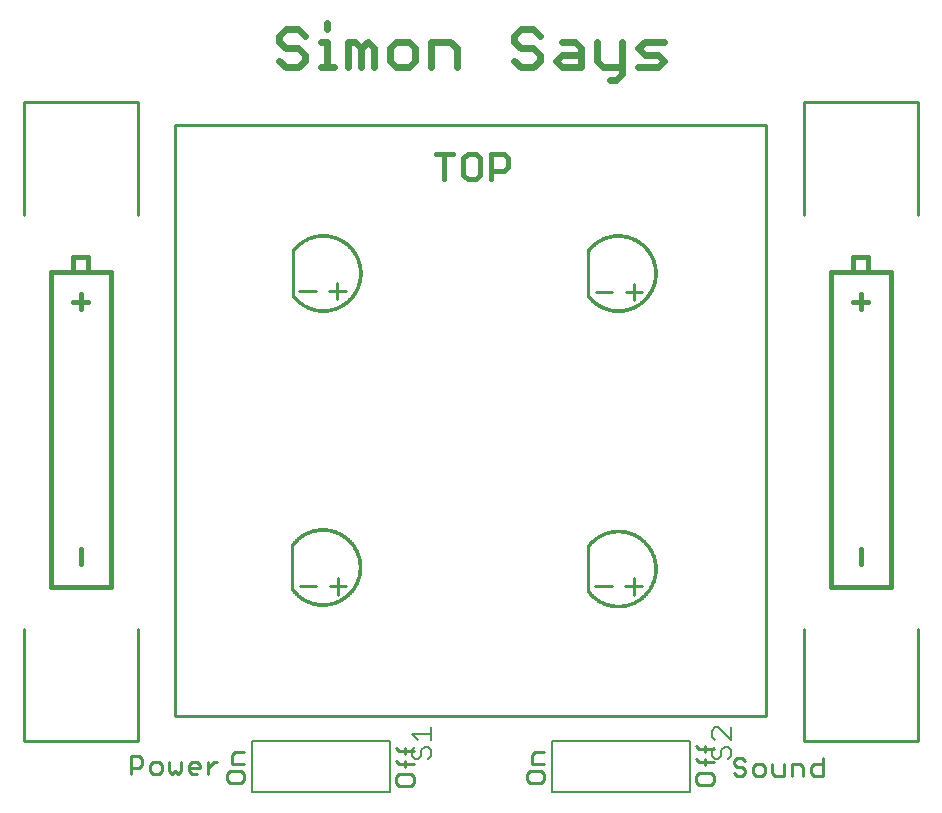
<source format=gbr>
G04 EAGLE Gerber RS-274X export*
G75*
%MOMM*%
%FSLAX34Y34*%
%LPD*%
%INSilkscreen Top*%
%IPPOS*%
%AMOC8*
5,1,8,0,0,1.08239X$1,22.5*%
G01*
%ADD10C,0.584200*%
%ADD11C,0.279400*%
%ADD12C,0.381000*%
%ADD13C,0.203200*%
%ADD14C,0.177800*%
%ADD15C,0.254000*%
%ADD16C,0.406400*%
%ADD17C,0.025400*%


D10*
X240345Y644506D02*
X234964Y649887D01*
X224202Y649887D01*
X218821Y644506D01*
X218821Y639125D01*
X224202Y633744D01*
X234964Y633744D01*
X240345Y628363D01*
X240345Y622982D01*
X234964Y617601D01*
X224202Y617601D01*
X218821Y622982D01*
X253903Y639125D02*
X259284Y639125D01*
X259284Y617601D01*
X253903Y617601D02*
X264665Y617601D01*
X259284Y649887D02*
X259284Y655268D01*
X277291Y639125D02*
X277291Y617601D01*
X277291Y639125D02*
X282672Y639125D01*
X288053Y633744D01*
X288053Y617601D01*
X288053Y633744D02*
X293434Y639125D01*
X298815Y633744D01*
X298815Y617601D01*
X317754Y617601D02*
X328516Y617601D01*
X333897Y622982D01*
X333897Y633744D01*
X328516Y639125D01*
X317754Y639125D01*
X312373Y633744D01*
X312373Y622982D01*
X317754Y617601D01*
X347455Y617601D02*
X347455Y639125D01*
X363598Y639125D01*
X368979Y633744D01*
X368979Y617601D01*
X433762Y649887D02*
X439143Y644506D01*
X433762Y649887D02*
X423000Y649887D01*
X417619Y644506D01*
X417619Y639125D01*
X423000Y633744D01*
X433762Y633744D01*
X439143Y628363D01*
X439143Y622982D01*
X433762Y617601D01*
X423000Y617601D01*
X417619Y622982D01*
X458082Y639125D02*
X468844Y639125D01*
X474225Y633744D01*
X474225Y617601D01*
X458082Y617601D01*
X452701Y622982D01*
X458082Y628363D01*
X474225Y628363D01*
X487783Y622982D02*
X487783Y639125D01*
X487783Y622982D02*
X493164Y617601D01*
X509306Y617601D01*
X509306Y612220D02*
X509306Y639125D01*
X509306Y612220D02*
X503926Y606839D01*
X498545Y606839D01*
X522865Y617601D02*
X539008Y617601D01*
X544388Y622982D01*
X539008Y628363D01*
X528246Y628363D01*
X522865Y633744D01*
X528246Y639125D01*
X544388Y639125D01*
D11*
X610876Y32906D02*
X613376Y30406D01*
X610876Y32906D02*
X605877Y32906D01*
X603377Y30406D01*
X603377Y27906D01*
X605877Y25406D01*
X610876Y25406D01*
X613376Y22907D01*
X613376Y20407D01*
X610876Y17907D01*
X605877Y17907D01*
X603377Y20407D01*
X622248Y17907D02*
X627248Y17907D01*
X629748Y20407D01*
X629748Y25406D01*
X627248Y27906D01*
X622248Y27906D01*
X619749Y25406D01*
X619749Y20407D01*
X622248Y17907D01*
X636120Y20407D02*
X636120Y27906D01*
X636120Y20407D02*
X638620Y17907D01*
X646119Y17907D01*
X646119Y27906D01*
X652492Y27906D02*
X652492Y17907D01*
X652492Y27906D02*
X659991Y27906D01*
X662491Y25406D01*
X662491Y17907D01*
X678862Y17907D02*
X678862Y32906D01*
X678862Y17907D02*
X671363Y17907D01*
X668863Y20407D01*
X668863Y25406D01*
X671363Y27906D01*
X678862Y27906D01*
X428104Y19056D02*
X428104Y14057D01*
X430604Y11557D01*
X440603Y11557D01*
X443103Y14057D01*
X443103Y19056D01*
X440603Y21556D01*
X430604Y21556D01*
X428104Y19056D01*
X433104Y27929D02*
X443103Y27929D01*
X433104Y27929D02*
X433104Y35428D01*
X435604Y37928D01*
X443103Y37928D01*
X571614Y17786D02*
X571614Y12787D01*
X574114Y10287D01*
X584113Y10287D01*
X586613Y12787D01*
X586613Y17786D01*
X584113Y20286D01*
X574114Y20286D01*
X571614Y17786D01*
X574114Y29158D02*
X586613Y29158D01*
X574114Y29158D02*
X571614Y31658D01*
X579114Y31658D02*
X579114Y26659D01*
X574114Y40073D02*
X586613Y40073D01*
X574114Y40073D02*
X571614Y42573D01*
X579114Y42573D02*
X579114Y37573D01*
X92837Y34176D02*
X92837Y19177D01*
X92837Y34176D02*
X100336Y34176D01*
X102836Y31676D01*
X102836Y26676D01*
X100336Y24177D01*
X92837Y24177D01*
X111708Y19177D02*
X116708Y19177D01*
X119208Y21677D01*
X119208Y26676D01*
X116708Y29176D01*
X111708Y29176D01*
X109209Y26676D01*
X109209Y21677D01*
X111708Y19177D01*
X125580Y21677D02*
X125580Y29176D01*
X125580Y21677D02*
X128080Y19177D01*
X130580Y21677D01*
X133080Y19177D01*
X135579Y21677D01*
X135579Y29176D01*
X144451Y19177D02*
X149451Y19177D01*
X144451Y19177D02*
X141952Y21677D01*
X141952Y26676D01*
X144451Y29176D01*
X149451Y29176D01*
X151951Y26676D01*
X151951Y24177D01*
X141952Y24177D01*
X158323Y19177D02*
X158323Y29176D01*
X158323Y24177D02*
X163323Y29176D01*
X165823Y29176D01*
X174104Y19056D02*
X174104Y14057D01*
X176604Y11557D01*
X186603Y11557D01*
X189103Y14057D01*
X189103Y19056D01*
X186603Y21556D01*
X176604Y21556D01*
X174104Y19056D01*
X179104Y27929D02*
X189103Y27929D01*
X179104Y27929D02*
X179104Y35428D01*
X181604Y37928D01*
X189103Y37928D01*
X317614Y16516D02*
X317614Y11517D01*
X320114Y9017D01*
X330113Y9017D01*
X332613Y11517D01*
X332613Y16516D01*
X330113Y19016D01*
X320114Y19016D01*
X317614Y16516D01*
X320114Y27888D02*
X332613Y27888D01*
X320114Y27888D02*
X317614Y30388D01*
X325114Y30388D02*
X325114Y25389D01*
X320114Y38803D02*
X332613Y38803D01*
X320114Y38803D02*
X317614Y41303D01*
X325114Y41303D02*
X325114Y36303D01*
D12*
X358358Y522605D02*
X358358Y544213D01*
X351155Y544213D02*
X365561Y544213D01*
X378144Y544213D02*
X385347Y544213D01*
X378144Y544213D02*
X374543Y540612D01*
X374543Y526206D01*
X378144Y522605D01*
X385347Y522605D01*
X388949Y526206D01*
X388949Y540612D01*
X385347Y544213D01*
X397931Y544213D02*
X397931Y522605D01*
X397931Y544213D02*
X408735Y544213D01*
X412337Y540612D01*
X412337Y533409D01*
X408735Y529808D01*
X397931Y529808D01*
D13*
X312150Y47150D02*
X312150Y3650D01*
X312150Y47150D02*
X195850Y47150D01*
X195850Y3650D01*
X312150Y3650D01*
D14*
X331075Y39654D02*
X333745Y42323D01*
X331075Y39654D02*
X331075Y34315D01*
X333745Y31646D01*
X336414Y31646D01*
X339083Y34315D01*
X339083Y39654D01*
X341752Y42323D01*
X344422Y42323D01*
X347091Y39654D01*
X347091Y34315D01*
X344422Y31646D01*
X336414Y48017D02*
X331075Y53356D01*
X347091Y53356D01*
X347091Y48017D02*
X347091Y58695D01*
D13*
X566150Y47150D02*
X566150Y3650D01*
X566150Y47150D02*
X449850Y47150D01*
X449850Y3650D01*
X566150Y3650D01*
D14*
X585075Y39654D02*
X587745Y42323D01*
X585075Y39654D02*
X585075Y34315D01*
X587745Y31646D01*
X590414Y31646D01*
X593083Y34315D01*
X593083Y39654D01*
X595752Y42323D01*
X598422Y42323D01*
X601091Y39654D01*
X601091Y34315D01*
X598422Y31646D01*
X601091Y48017D02*
X601091Y58695D01*
X590414Y58695D02*
X601091Y48017D01*
X590414Y58695D02*
X587745Y58695D01*
X585075Y56025D01*
X585075Y50687D01*
X587745Y48017D01*
D15*
X99060Y46990D02*
X99060Y142240D01*
X2540Y142240D02*
X2540Y46990D01*
X99060Y46990D01*
X2540Y492760D02*
X2540Y588010D01*
X99060Y588010D01*
X99060Y492760D01*
D16*
X76200Y444500D02*
X76200Y177800D01*
X76200Y444500D02*
X56642Y444500D01*
X43942Y444500D01*
X25400Y444500D01*
X25400Y177800D01*
X76200Y177800D01*
X56642Y444500D02*
X56642Y457200D01*
X43942Y457200D01*
X43942Y444500D01*
X50800Y209550D02*
X50800Y196850D01*
X50800Y412750D02*
X50800Y425450D01*
X57150Y419100D02*
X44450Y419100D01*
D15*
X130810Y568740D02*
X130810Y68740D01*
X130810Y568740D02*
X630810Y568740D01*
X630810Y68740D01*
X130810Y68740D01*
X230210Y424390D02*
X230210Y462490D01*
D17*
X229372Y423603D02*
X231201Y424975D01*
X231201Y424974D02*
X231660Y424383D01*
X232133Y423803D01*
X232620Y423235D01*
X233121Y422679D01*
X233635Y422136D01*
X234162Y421605D01*
X234702Y421087D01*
X235255Y420582D01*
X235820Y420092D01*
X236397Y419615D01*
X236985Y419152D01*
X237584Y418704D01*
X238195Y418271D01*
X238815Y417852D01*
X239446Y417450D01*
X240086Y417062D01*
X240735Y416690D01*
X241394Y416335D01*
X242061Y415995D01*
X242736Y415672D01*
X243419Y415366D01*
X244109Y415076D01*
X244805Y414803D01*
X245509Y414548D01*
X246218Y414310D01*
X246933Y414089D01*
X247653Y413885D01*
X248378Y413700D01*
X249107Y413532D01*
X249841Y413382D01*
X250577Y413250D01*
X251317Y413136D01*
X252059Y413040D01*
X252803Y412962D01*
X253549Y412902D01*
X254296Y412861D01*
X255044Y412838D01*
X255793Y412834D01*
X256541Y412847D01*
X257289Y412879D01*
X258035Y412929D01*
X258780Y412998D01*
X259524Y413084D01*
X260265Y413189D01*
X261003Y413312D01*
X261738Y413453D01*
X262469Y413611D01*
X263196Y413788D01*
X263919Y413982D01*
X264637Y414194D01*
X265349Y414424D01*
X266055Y414671D01*
X266756Y414935D01*
X267449Y415216D01*
X268136Y415513D01*
X268815Y415828D01*
X269486Y416159D01*
X270149Y416506D01*
X270803Y416870D01*
X271448Y417249D01*
X272083Y417644D01*
X272709Y418055D01*
X273325Y418480D01*
X273930Y418921D01*
X274524Y419376D01*
X275106Y419846D01*
X275677Y420330D01*
X276236Y420827D01*
X276783Y421338D01*
X277317Y421862D01*
X277838Y422399D01*
X278346Y422949D01*
X278840Y423511D01*
X279320Y424085D01*
X279786Y424670D01*
X280238Y425267D01*
X280675Y425875D01*
X281097Y426493D01*
X281504Y427121D01*
X281895Y427759D01*
X282270Y428406D01*
X282630Y429062D01*
X282973Y429727D01*
X283300Y430400D01*
X283611Y431081D01*
X283905Y431769D01*
X284181Y432465D01*
X284441Y433166D01*
X284684Y433874D01*
X284909Y434588D01*
X285117Y435307D01*
X285307Y436031D01*
X285479Y436759D01*
X285633Y437491D01*
X285770Y438227D01*
X285888Y438966D01*
X285989Y439708D01*
X286071Y440451D01*
X286135Y441197D01*
X286180Y441944D01*
X286208Y442692D01*
X286217Y443440D01*
X286208Y444188D01*
X286180Y444936D01*
X286135Y445683D01*
X286071Y446429D01*
X285989Y447172D01*
X285888Y447914D01*
X285770Y448653D01*
X285633Y449389D01*
X285479Y450121D01*
X285307Y450849D01*
X285117Y451573D01*
X284909Y452292D01*
X284684Y453006D01*
X284441Y453714D01*
X284181Y454415D01*
X283905Y455111D01*
X283611Y455799D01*
X283300Y456480D01*
X282973Y457153D01*
X282630Y457818D01*
X282270Y458474D01*
X281895Y459121D01*
X281504Y459759D01*
X281097Y460387D01*
X280675Y461005D01*
X280238Y461613D01*
X279786Y462210D01*
X279320Y462795D01*
X278840Y463369D01*
X278346Y463931D01*
X277838Y464481D01*
X277317Y465018D01*
X276783Y465542D01*
X276236Y466053D01*
X275677Y466550D01*
X275106Y467034D01*
X274524Y467504D01*
X273930Y467959D01*
X273325Y468400D01*
X272709Y468825D01*
X272083Y469236D01*
X271448Y469631D01*
X270803Y470010D01*
X270149Y470374D01*
X269486Y470721D01*
X268815Y471052D01*
X268136Y471367D01*
X267449Y471664D01*
X266756Y471945D01*
X266055Y472209D01*
X265349Y472456D01*
X264637Y472686D01*
X263919Y472898D01*
X263196Y473092D01*
X262469Y473269D01*
X261738Y473427D01*
X261003Y473568D01*
X260265Y473691D01*
X259524Y473796D01*
X258780Y473882D01*
X258035Y473951D01*
X257289Y474001D01*
X256541Y474033D01*
X255793Y474046D01*
X255044Y474042D01*
X254296Y474019D01*
X253549Y473978D01*
X252803Y473918D01*
X252059Y473840D01*
X251317Y473744D01*
X250577Y473630D01*
X249841Y473498D01*
X249107Y473348D01*
X248378Y473180D01*
X247653Y472995D01*
X246933Y472791D01*
X246218Y472570D01*
X245509Y472332D01*
X244805Y472077D01*
X244109Y471804D01*
X243419Y471514D01*
X242736Y471208D01*
X242061Y470885D01*
X241394Y470545D01*
X240735Y470190D01*
X240086Y469818D01*
X239446Y469430D01*
X238815Y469028D01*
X238195Y468609D01*
X237584Y468176D01*
X236985Y467728D01*
X236397Y467265D01*
X235820Y466788D01*
X235255Y466298D01*
X234702Y465793D01*
X234162Y465275D01*
X233635Y464744D01*
X233121Y464201D01*
X232620Y463645D01*
X232133Y463077D01*
X231660Y462497D01*
X231201Y461906D01*
X229372Y463277D01*
X229865Y463913D01*
X230373Y464536D01*
X230897Y465147D01*
X231435Y465745D01*
X231987Y466329D01*
X232554Y466900D01*
X233134Y467457D01*
X233728Y467999D01*
X234335Y468527D01*
X234955Y469039D01*
X235587Y469537D01*
X236231Y470019D01*
X236887Y470484D01*
X237554Y470934D01*
X238232Y471367D01*
X238920Y471784D01*
X239618Y472184D01*
X240325Y472566D01*
X241042Y472931D01*
X241767Y473278D01*
X242501Y473608D01*
X243243Y473919D01*
X243992Y474213D01*
X244747Y474488D01*
X245510Y474744D01*
X246278Y474982D01*
X247052Y475200D01*
X247831Y475400D01*
X248615Y475581D01*
X249403Y475742D01*
X250195Y475884D01*
X250990Y476007D01*
X251787Y476110D01*
X252587Y476194D01*
X253389Y476258D01*
X254192Y476302D01*
X254996Y476327D01*
X255800Y476332D01*
X256605Y476318D01*
X257408Y476284D01*
X258211Y476230D01*
X259012Y476157D01*
X259811Y476064D01*
X260607Y475951D01*
X261400Y475819D01*
X262190Y475668D01*
X262976Y475498D01*
X263758Y475308D01*
X264535Y475099D01*
X265306Y474871D01*
X266072Y474625D01*
X266831Y474360D01*
X267584Y474076D01*
X268329Y473774D01*
X269067Y473454D01*
X269797Y473116D01*
X270519Y472760D01*
X271231Y472387D01*
X271934Y471996D01*
X272627Y471589D01*
X273311Y471164D01*
X273983Y470723D01*
X274645Y470266D01*
X275295Y469792D01*
X275933Y469303D01*
X276560Y468799D01*
X277174Y468279D01*
X277774Y467744D01*
X278362Y467195D01*
X278936Y466631D01*
X279496Y466054D01*
X280042Y465463D01*
X280573Y464859D01*
X281089Y464243D01*
X281590Y463613D01*
X282076Y462972D01*
X282546Y462319D01*
X282999Y461655D01*
X283436Y460980D01*
X283857Y460294D01*
X284261Y459599D01*
X284647Y458893D01*
X285016Y458179D01*
X285368Y457455D01*
X285702Y456723D01*
X286017Y455984D01*
X286315Y455236D01*
X286594Y454482D01*
X286855Y453721D01*
X287097Y452954D01*
X287320Y452181D01*
X287524Y451403D01*
X287710Y450621D01*
X287876Y449834D01*
X288022Y449043D01*
X288150Y448249D01*
X288257Y447452D01*
X288346Y446652D01*
X288415Y445851D01*
X288464Y445048D01*
X288493Y444244D01*
X288503Y443440D01*
X288493Y442636D01*
X288464Y441832D01*
X288415Y441029D01*
X288346Y440228D01*
X288257Y439428D01*
X288150Y438631D01*
X288022Y437837D01*
X287876Y437046D01*
X287710Y436259D01*
X287524Y435477D01*
X287320Y434699D01*
X287097Y433926D01*
X286855Y433159D01*
X286594Y432398D01*
X286315Y431644D01*
X286017Y430896D01*
X285702Y430157D01*
X285368Y429425D01*
X285016Y428701D01*
X284647Y427987D01*
X284261Y427281D01*
X283857Y426586D01*
X283436Y425900D01*
X282999Y425225D01*
X282546Y424561D01*
X282076Y423908D01*
X281590Y423267D01*
X281089Y422637D01*
X280573Y422021D01*
X280042Y421417D01*
X279496Y420826D01*
X278936Y420249D01*
X278362Y419685D01*
X277774Y419136D01*
X277174Y418601D01*
X276560Y418081D01*
X275933Y417577D01*
X275295Y417088D01*
X274645Y416614D01*
X273983Y416157D01*
X273311Y415716D01*
X272627Y415291D01*
X271934Y414884D01*
X271231Y414493D01*
X270519Y414120D01*
X269797Y413764D01*
X269067Y413426D01*
X268329Y413106D01*
X267584Y412804D01*
X266831Y412520D01*
X266072Y412255D01*
X265306Y412009D01*
X264535Y411781D01*
X263758Y411572D01*
X262976Y411382D01*
X262190Y411212D01*
X261400Y411061D01*
X260607Y410929D01*
X259811Y410816D01*
X259012Y410723D01*
X258211Y410650D01*
X257408Y410596D01*
X256605Y410562D01*
X255800Y410548D01*
X254996Y410553D01*
X254192Y410578D01*
X253389Y410622D01*
X252587Y410686D01*
X251787Y410770D01*
X250990Y410873D01*
X250195Y410996D01*
X249403Y411138D01*
X248615Y411299D01*
X247831Y411480D01*
X247052Y411680D01*
X246278Y411898D01*
X245510Y412136D01*
X244747Y412392D01*
X243992Y412667D01*
X243243Y412961D01*
X242501Y413272D01*
X241767Y413602D01*
X241042Y413949D01*
X240325Y414314D01*
X239618Y414696D01*
X238920Y415096D01*
X238232Y415513D01*
X237554Y415946D01*
X236887Y416396D01*
X236231Y416861D01*
X235587Y417343D01*
X234955Y417841D01*
X234335Y418353D01*
X233728Y418881D01*
X233134Y419423D01*
X232554Y419980D01*
X231987Y420551D01*
X231435Y421135D01*
X230897Y421733D01*
X230373Y422344D01*
X229865Y422967D01*
X229372Y423603D01*
X229564Y423747D01*
X230053Y423116D01*
X230558Y422497D01*
X231077Y421891D01*
X231612Y421297D01*
X232160Y420717D01*
X232723Y420151D01*
X233299Y419598D01*
X233889Y419060D01*
X234491Y418536D01*
X235107Y418027D01*
X235734Y417533D01*
X236373Y417055D01*
X237024Y416592D01*
X237686Y416146D01*
X238359Y415716D01*
X239042Y415302D01*
X239735Y414906D01*
X240437Y414526D01*
X241149Y414164D01*
X241869Y413819D01*
X242597Y413492D01*
X243334Y413183D01*
X244077Y412892D01*
X244827Y412619D01*
X245584Y412364D01*
X246347Y412128D01*
X247115Y411911D01*
X247889Y411713D01*
X248667Y411534D01*
X249449Y411373D01*
X250235Y411232D01*
X251024Y411111D01*
X251816Y411008D01*
X252610Y410925D01*
X253406Y410861D01*
X254203Y410817D01*
X255001Y410793D01*
X255800Y410788D01*
X256598Y410802D01*
X257396Y410836D01*
X258192Y410889D01*
X258987Y410962D01*
X259780Y411054D01*
X260571Y411166D01*
X261359Y411297D01*
X262143Y411447D01*
X262923Y411616D01*
X263699Y411805D01*
X264470Y412012D01*
X265236Y412238D01*
X265996Y412483D01*
X266750Y412746D01*
X267497Y413028D01*
X268237Y413327D01*
X268970Y413645D01*
X269694Y413981D01*
X270410Y414334D01*
X271117Y414704D01*
X271815Y415092D01*
X272504Y415497D01*
X273182Y415918D01*
X273849Y416356D01*
X274506Y416810D01*
X275152Y417280D01*
X275785Y417766D01*
X276407Y418267D01*
X277016Y418783D01*
X277613Y419313D01*
X278196Y419859D01*
X278766Y420418D01*
X279322Y420991D01*
X279864Y421578D01*
X280391Y422177D01*
X280904Y422789D01*
X281401Y423414D01*
X281883Y424051D01*
X282349Y424699D01*
X282799Y425358D01*
X283233Y426028D01*
X283651Y426709D01*
X284052Y427400D01*
X284435Y428100D01*
X284802Y428809D01*
X285151Y429527D01*
X285482Y430254D01*
X285796Y430988D01*
X286091Y431730D01*
X286368Y432479D01*
X286627Y433234D01*
X286867Y433995D01*
X287089Y434762D01*
X287292Y435535D01*
X287475Y436312D01*
X287640Y437093D01*
X287786Y437878D01*
X287912Y438666D01*
X288019Y439458D01*
X288107Y440251D01*
X288175Y441047D01*
X288224Y441844D01*
X288253Y442642D01*
X288263Y443440D01*
X288253Y444238D01*
X288224Y445036D01*
X288175Y445833D01*
X288107Y446629D01*
X288019Y447422D01*
X287912Y448214D01*
X287786Y449002D01*
X287640Y449787D01*
X287475Y450568D01*
X287292Y451345D01*
X287089Y452118D01*
X286867Y452885D01*
X286627Y453646D01*
X286368Y454401D01*
X286091Y455150D01*
X285796Y455892D01*
X285482Y456626D01*
X285151Y457353D01*
X284802Y458071D01*
X284435Y458780D01*
X284052Y459480D01*
X283651Y460171D01*
X283233Y460852D01*
X282799Y461522D01*
X282349Y462181D01*
X281883Y462829D01*
X281401Y463466D01*
X280904Y464091D01*
X280391Y464703D01*
X279864Y465302D01*
X279322Y465889D01*
X278766Y466462D01*
X278196Y467021D01*
X277613Y467567D01*
X277016Y468097D01*
X276407Y468613D01*
X275785Y469114D01*
X275152Y469600D01*
X274506Y470070D01*
X273849Y470524D01*
X273182Y470962D01*
X272504Y471383D01*
X271815Y471788D01*
X271117Y472176D01*
X270410Y472546D01*
X269694Y472899D01*
X268970Y473235D01*
X268237Y473553D01*
X267497Y473852D01*
X266750Y474134D01*
X265996Y474397D01*
X265236Y474642D01*
X264470Y474868D01*
X263699Y475075D01*
X262923Y475264D01*
X262143Y475433D01*
X261359Y475583D01*
X260571Y475714D01*
X259780Y475826D01*
X258987Y475918D01*
X258192Y475991D01*
X257396Y476044D01*
X256598Y476078D01*
X255800Y476092D01*
X255001Y476087D01*
X254203Y476063D01*
X253406Y476019D01*
X252610Y475955D01*
X251816Y475872D01*
X251024Y475769D01*
X250235Y475648D01*
X249449Y475507D01*
X248667Y475346D01*
X247889Y475167D01*
X247115Y474969D01*
X246347Y474752D01*
X245584Y474516D01*
X244827Y474261D01*
X244077Y473988D01*
X243334Y473697D01*
X242597Y473388D01*
X241869Y473061D01*
X241149Y472716D01*
X240437Y472354D01*
X239735Y471974D01*
X239042Y471578D01*
X238359Y471164D01*
X237686Y470734D01*
X237024Y470288D01*
X236373Y469825D01*
X235734Y469347D01*
X235107Y468853D01*
X234491Y468344D01*
X233889Y467820D01*
X233299Y467282D01*
X232723Y466729D01*
X232160Y466163D01*
X231612Y465583D01*
X231077Y464989D01*
X230558Y464383D01*
X230053Y463764D01*
X229564Y463133D01*
X229756Y462989D01*
X230242Y463616D01*
X230743Y464230D01*
X231258Y464832D01*
X231789Y465421D01*
X232333Y465996D01*
X232892Y466559D01*
X233464Y467107D01*
X234049Y467642D01*
X234647Y468162D01*
X235258Y468667D01*
X235881Y469157D01*
X236515Y469632D01*
X237162Y470091D01*
X237819Y470534D01*
X238486Y470961D01*
X239165Y471371D01*
X239852Y471765D01*
X240550Y472142D01*
X241256Y472501D01*
X241971Y472844D01*
X242694Y473168D01*
X243424Y473475D01*
X244162Y473764D01*
X244907Y474035D01*
X245659Y474288D01*
X246416Y474522D01*
X247178Y474737D01*
X247946Y474934D01*
X248719Y475112D01*
X249495Y475271D01*
X250275Y475411D01*
X251058Y475532D01*
X251844Y475634D01*
X252633Y475716D01*
X253423Y475779D01*
X254214Y475823D01*
X255006Y475847D01*
X255799Y475852D01*
X256591Y475838D01*
X257383Y475804D01*
X258174Y475751D01*
X258963Y475679D01*
X259750Y475587D01*
X260535Y475477D01*
X261317Y475347D01*
X262095Y475198D01*
X262870Y475029D01*
X263640Y474843D01*
X264406Y474637D01*
X265166Y474412D01*
X265920Y474170D01*
X266668Y473908D01*
X267410Y473629D01*
X268145Y473331D01*
X268872Y473016D01*
X269591Y472683D01*
X270302Y472332D01*
X271004Y471964D01*
X271697Y471579D01*
X272380Y471178D01*
X273053Y470759D01*
X273716Y470325D01*
X274368Y469874D01*
X275008Y469407D01*
X275637Y468925D01*
X276255Y468428D01*
X276859Y467916D01*
X277451Y467389D01*
X278030Y466848D01*
X278596Y466293D01*
X279148Y465724D01*
X279686Y465142D01*
X280209Y464546D01*
X280718Y463939D01*
X281212Y463319D01*
X281690Y462687D01*
X282153Y462043D01*
X282600Y461389D01*
X283030Y460724D01*
X283445Y460048D01*
X283843Y459362D01*
X284223Y458667D01*
X284587Y457963D01*
X284934Y457250D01*
X285263Y456529D01*
X285574Y455800D01*
X285867Y455064D01*
X286142Y454321D01*
X286399Y453571D01*
X286638Y452815D01*
X286858Y452054D01*
X287059Y451287D01*
X287241Y450516D01*
X287405Y449740D01*
X287549Y448961D01*
X287675Y448178D01*
X287781Y447393D01*
X287868Y446605D01*
X287936Y445816D01*
X287984Y445025D01*
X288013Y444233D01*
X288023Y443440D01*
X288013Y442647D01*
X287984Y441855D01*
X287936Y441064D01*
X287868Y440275D01*
X287781Y439487D01*
X287675Y438702D01*
X287549Y437919D01*
X287405Y437140D01*
X287241Y436364D01*
X287059Y435593D01*
X286858Y434826D01*
X286638Y434065D01*
X286399Y433309D01*
X286142Y432559D01*
X285867Y431816D01*
X285574Y431080D01*
X285263Y430351D01*
X284934Y429630D01*
X284587Y428917D01*
X284223Y428213D01*
X283843Y427518D01*
X283445Y426832D01*
X283030Y426156D01*
X282600Y425491D01*
X282153Y424837D01*
X281690Y424193D01*
X281212Y423561D01*
X280718Y422941D01*
X280209Y422334D01*
X279686Y421738D01*
X279148Y421156D01*
X278596Y420587D01*
X278030Y420032D01*
X277451Y419491D01*
X276859Y418964D01*
X276255Y418452D01*
X275637Y417955D01*
X275008Y417473D01*
X274368Y417006D01*
X273716Y416555D01*
X273053Y416121D01*
X272380Y415702D01*
X271697Y415301D01*
X271004Y414916D01*
X270302Y414548D01*
X269591Y414197D01*
X268872Y413864D01*
X268145Y413549D01*
X267410Y413251D01*
X266668Y412972D01*
X265920Y412710D01*
X265166Y412468D01*
X264406Y412243D01*
X263640Y412037D01*
X262870Y411851D01*
X262095Y411682D01*
X261317Y411533D01*
X260535Y411403D01*
X259750Y411293D01*
X258963Y411201D01*
X258174Y411129D01*
X257383Y411076D01*
X256591Y411042D01*
X255799Y411028D01*
X255006Y411033D01*
X254214Y411057D01*
X253423Y411101D01*
X252633Y411164D01*
X251844Y411246D01*
X251058Y411348D01*
X250275Y411469D01*
X249495Y411609D01*
X248719Y411768D01*
X247946Y411946D01*
X247178Y412143D01*
X246416Y412358D01*
X245659Y412592D01*
X244907Y412845D01*
X244162Y413116D01*
X243424Y413405D01*
X242694Y413712D01*
X241971Y414036D01*
X241256Y414379D01*
X240550Y414738D01*
X239852Y415115D01*
X239165Y415509D01*
X238486Y415919D01*
X237819Y416346D01*
X237162Y416789D01*
X236515Y417248D01*
X235881Y417723D01*
X235258Y418213D01*
X234647Y418718D01*
X234049Y419238D01*
X233464Y419773D01*
X232892Y420321D01*
X232333Y420884D01*
X231789Y421459D01*
X231258Y422048D01*
X230743Y422650D01*
X230242Y423264D01*
X229756Y423891D01*
X229948Y424035D01*
X230430Y423413D01*
X230927Y422803D01*
X231439Y422206D01*
X231966Y421622D01*
X232506Y421050D01*
X233061Y420492D01*
X233628Y419947D01*
X234209Y419417D01*
X234803Y418901D01*
X235409Y418399D01*
X236028Y417913D01*
X236658Y417442D01*
X237299Y416986D01*
X237951Y416546D01*
X238614Y416123D01*
X239287Y415715D01*
X239970Y415324D01*
X240662Y414950D01*
X241363Y414594D01*
X242072Y414254D01*
X242790Y413932D01*
X243515Y413627D01*
X244248Y413340D01*
X244987Y413071D01*
X245733Y412821D01*
X246485Y412588D01*
X247242Y412374D01*
X248004Y412179D01*
X248770Y412002D01*
X249541Y411845D01*
X250315Y411706D01*
X251093Y411586D01*
X251873Y411485D01*
X252655Y411403D01*
X253440Y411340D01*
X254225Y411297D01*
X255011Y411273D01*
X255798Y411268D01*
X256585Y411282D01*
X257371Y411315D01*
X258155Y411368D01*
X258939Y411440D01*
X259720Y411531D01*
X260499Y411641D01*
X261275Y411770D01*
X262048Y411918D01*
X262817Y412085D01*
X263581Y412270D01*
X264341Y412474D01*
X265095Y412697D01*
X265844Y412938D01*
X266587Y413197D01*
X267323Y413475D01*
X268052Y413770D01*
X268774Y414083D01*
X269488Y414414D01*
X270193Y414762D01*
X270890Y415127D01*
X271578Y415509D01*
X272256Y415908D01*
X272924Y416323D01*
X273582Y416755D01*
X274229Y417202D01*
X274865Y417665D01*
X275489Y418144D01*
X276102Y418637D01*
X276702Y419146D01*
X277290Y419669D01*
X277865Y420206D01*
X278426Y420757D01*
X278974Y421321D01*
X279508Y421899D01*
X280027Y422490D01*
X280532Y423093D01*
X281022Y423709D01*
X281497Y424336D01*
X281956Y424975D01*
X282400Y425624D01*
X282828Y426285D01*
X283239Y426955D01*
X283634Y427636D01*
X284012Y428326D01*
X284373Y429025D01*
X284717Y429732D01*
X285043Y430448D01*
X285352Y431171D01*
X285643Y431902D01*
X285916Y432640D01*
X286171Y433384D01*
X286408Y434134D01*
X286626Y434890D01*
X286826Y435651D01*
X287007Y436417D01*
X287169Y437186D01*
X287313Y437960D01*
X287437Y438737D01*
X287543Y439516D01*
X287629Y440298D01*
X287696Y441082D01*
X287745Y441867D01*
X287773Y442653D01*
X287783Y443440D01*
X287773Y444227D01*
X287745Y445013D01*
X287696Y445798D01*
X287629Y446582D01*
X287543Y447364D01*
X287437Y448143D01*
X287313Y448920D01*
X287169Y449694D01*
X287007Y450463D01*
X286826Y451229D01*
X286626Y451990D01*
X286408Y452746D01*
X286171Y453496D01*
X285916Y454240D01*
X285643Y454978D01*
X285352Y455709D01*
X285043Y456432D01*
X284717Y457148D01*
X284373Y457855D01*
X284012Y458554D01*
X283634Y459244D01*
X283239Y459925D01*
X282828Y460595D01*
X282400Y461256D01*
X281956Y461905D01*
X281497Y462544D01*
X281022Y463171D01*
X280532Y463787D01*
X280027Y464390D01*
X279508Y464981D01*
X278974Y465559D01*
X278426Y466123D01*
X277865Y466674D01*
X277290Y467211D01*
X276702Y467734D01*
X276102Y468243D01*
X275489Y468736D01*
X274865Y469215D01*
X274229Y469678D01*
X273582Y470125D01*
X272924Y470557D01*
X272256Y470972D01*
X271578Y471371D01*
X270890Y471753D01*
X270193Y472118D01*
X269488Y472466D01*
X268774Y472797D01*
X268052Y473110D01*
X267323Y473405D01*
X266587Y473683D01*
X265844Y473942D01*
X265095Y474183D01*
X264341Y474406D01*
X263581Y474610D01*
X262817Y474795D01*
X262048Y474962D01*
X261275Y475110D01*
X260499Y475239D01*
X259720Y475349D01*
X258939Y475440D01*
X258155Y475512D01*
X257371Y475565D01*
X256585Y475598D01*
X255798Y475612D01*
X255011Y475607D01*
X254225Y475583D01*
X253440Y475540D01*
X252655Y475477D01*
X251873Y475395D01*
X251093Y475294D01*
X250315Y475174D01*
X249541Y475035D01*
X248770Y474878D01*
X248004Y474701D01*
X247242Y474506D01*
X246485Y474292D01*
X245733Y474059D01*
X244987Y473809D01*
X244248Y473540D01*
X243515Y473253D01*
X242790Y472948D01*
X242072Y472626D01*
X241363Y472286D01*
X240662Y471930D01*
X239970Y471556D01*
X239287Y471165D01*
X238614Y470757D01*
X237951Y470334D01*
X237299Y469894D01*
X236658Y469438D01*
X236028Y468967D01*
X235409Y468481D01*
X234803Y467979D01*
X234209Y467463D01*
X233628Y466933D01*
X233061Y466388D01*
X232506Y465830D01*
X231966Y465258D01*
X231439Y464674D01*
X230927Y464077D01*
X230430Y463467D01*
X229948Y462845D01*
X230140Y462701D01*
X230619Y463318D01*
X231112Y463923D01*
X231620Y464516D01*
X232143Y465096D01*
X232679Y465664D01*
X233229Y466218D01*
X233793Y466758D01*
X234370Y467285D01*
X234959Y467797D01*
X235561Y468294D01*
X236174Y468777D01*
X236800Y469245D01*
X237436Y469697D01*
X238084Y470133D01*
X238741Y470554D01*
X239409Y470958D01*
X240087Y471346D01*
X240774Y471717D01*
X241470Y472072D01*
X242174Y472409D01*
X242886Y472729D01*
X243606Y473031D01*
X244333Y473316D01*
X245067Y473582D01*
X245807Y473831D01*
X246553Y474062D01*
X247305Y474274D01*
X248061Y474468D01*
X248822Y474643D01*
X249587Y474800D01*
X250355Y474938D01*
X251127Y475057D01*
X251901Y475157D01*
X252678Y475238D01*
X253456Y475300D01*
X254236Y475343D01*
X255016Y475367D01*
X255797Y475372D01*
X256578Y475358D01*
X257358Y475325D01*
X258137Y475273D01*
X258915Y475202D01*
X259690Y475111D01*
X260463Y475002D01*
X261234Y474874D01*
X262000Y474727D01*
X262763Y474561D01*
X263522Y474377D01*
X264276Y474175D01*
X265025Y473953D01*
X265768Y473714D01*
X266505Y473457D01*
X267236Y473181D01*
X267960Y472888D01*
X268676Y472577D01*
X269385Y472249D01*
X270085Y471904D01*
X270776Y471541D01*
X271459Y471162D01*
X272132Y470766D01*
X272795Y470354D01*
X273448Y469926D01*
X274090Y469482D01*
X274722Y469022D01*
X275341Y468548D01*
X275949Y468058D01*
X276545Y467553D01*
X277128Y467034D01*
X277699Y466501D01*
X278256Y465954D01*
X278800Y465393D01*
X279330Y464820D01*
X279845Y464233D01*
X280346Y463635D01*
X280833Y463024D01*
X281304Y462401D01*
X281760Y461767D01*
X282200Y461123D01*
X282625Y460467D01*
X283033Y459802D01*
X283425Y459126D01*
X283800Y458441D01*
X284158Y457748D01*
X284500Y457046D01*
X284824Y456335D01*
X285130Y455617D01*
X285419Y454892D01*
X285690Y454159D01*
X285943Y453421D01*
X286178Y452676D01*
X286395Y451926D01*
X286593Y451171D01*
X286773Y450411D01*
X286934Y449647D01*
X287076Y448879D01*
X287200Y448108D01*
X287305Y447334D01*
X287390Y446558D01*
X287457Y445780D01*
X287505Y445001D01*
X287533Y444221D01*
X287543Y443440D01*
X287533Y442659D01*
X287505Y441879D01*
X287457Y441100D01*
X287390Y440322D01*
X287305Y439546D01*
X287200Y438772D01*
X287076Y438001D01*
X286934Y437233D01*
X286773Y436469D01*
X286593Y435709D01*
X286395Y434954D01*
X286178Y434204D01*
X285943Y433459D01*
X285690Y432721D01*
X285419Y431988D01*
X285130Y431263D01*
X284824Y430545D01*
X284500Y429834D01*
X284158Y429132D01*
X283800Y428439D01*
X283425Y427754D01*
X283033Y427078D01*
X282625Y426413D01*
X282200Y425757D01*
X281760Y425113D01*
X281304Y424479D01*
X280833Y423856D01*
X280346Y423245D01*
X279845Y422647D01*
X279330Y422060D01*
X278800Y421487D01*
X278256Y420926D01*
X277699Y420379D01*
X277128Y419846D01*
X276545Y419327D01*
X275949Y418822D01*
X275341Y418332D01*
X274722Y417858D01*
X274090Y417398D01*
X273448Y416954D01*
X272795Y416526D01*
X272132Y416114D01*
X271459Y415718D01*
X270776Y415339D01*
X270085Y414976D01*
X269385Y414631D01*
X268676Y414303D01*
X267960Y413992D01*
X267236Y413699D01*
X266505Y413423D01*
X265768Y413166D01*
X265025Y412927D01*
X264276Y412705D01*
X263522Y412503D01*
X262763Y412319D01*
X262000Y412153D01*
X261234Y412006D01*
X260463Y411878D01*
X259690Y411769D01*
X258915Y411678D01*
X258137Y411607D01*
X257358Y411555D01*
X256578Y411522D01*
X255797Y411508D01*
X255016Y411513D01*
X254236Y411537D01*
X253456Y411580D01*
X252678Y411642D01*
X251901Y411723D01*
X251127Y411823D01*
X250355Y411942D01*
X249587Y412080D01*
X248822Y412237D01*
X248061Y412412D01*
X247305Y412606D01*
X246553Y412818D01*
X245807Y413049D01*
X245067Y413298D01*
X244333Y413564D01*
X243606Y413849D01*
X242886Y414151D01*
X242174Y414471D01*
X241470Y414808D01*
X240774Y415163D01*
X240087Y415534D01*
X239409Y415922D01*
X238741Y416326D01*
X238084Y416747D01*
X237436Y417183D01*
X236800Y417635D01*
X236174Y418103D01*
X235561Y418586D01*
X234959Y419083D01*
X234370Y419595D01*
X233793Y420122D01*
X233229Y420662D01*
X232679Y421216D01*
X232143Y421784D01*
X231620Y422364D01*
X231112Y422957D01*
X230619Y423562D01*
X230140Y424179D01*
X230332Y424323D01*
X230807Y423710D01*
X231297Y423110D01*
X231801Y422522D01*
X232320Y421946D01*
X232852Y421383D01*
X233398Y420833D01*
X233958Y420297D01*
X234530Y419774D01*
X235115Y419266D01*
X235712Y418772D01*
X236321Y418293D01*
X236942Y417829D01*
X237573Y417380D01*
X238216Y416947D01*
X238869Y416529D01*
X239532Y416128D01*
X240204Y415743D01*
X240886Y415375D01*
X241577Y415023D01*
X242276Y414689D01*
X242983Y414371D01*
X243697Y414071D01*
X244419Y413789D01*
X245147Y413524D01*
X245882Y413277D01*
X246622Y413048D01*
X247368Y412838D01*
X248118Y412645D01*
X248874Y412471D01*
X249633Y412316D01*
X250396Y412179D01*
X251161Y412061D01*
X251930Y411961D01*
X252701Y411881D01*
X253473Y411819D01*
X254247Y411776D01*
X255021Y411752D01*
X255796Y411748D01*
X256571Y411762D01*
X257345Y411795D01*
X258119Y411846D01*
X258890Y411917D01*
X259660Y412007D01*
X260427Y412115D01*
X261192Y412242D01*
X261953Y412388D01*
X262710Y412553D01*
X263463Y412735D01*
X264212Y412937D01*
X264955Y413156D01*
X265692Y413394D01*
X266424Y413649D01*
X267149Y413922D01*
X267867Y414213D01*
X268578Y414522D01*
X269281Y414847D01*
X269976Y415190D01*
X270663Y415550D01*
X271340Y415926D01*
X272008Y416319D01*
X272666Y416728D01*
X273314Y417153D01*
X273952Y417594D01*
X274578Y418050D01*
X275193Y418521D01*
X275797Y419008D01*
X276388Y419508D01*
X276967Y420024D01*
X277533Y420553D01*
X278086Y421096D01*
X278626Y421652D01*
X279152Y422221D01*
X279663Y422803D01*
X280161Y423397D01*
X280643Y424004D01*
X281111Y424621D01*
X281564Y425250D01*
X282001Y425890D01*
X282422Y426541D01*
X282827Y427202D01*
X283216Y427872D01*
X283588Y428551D01*
X283944Y429240D01*
X284283Y429937D01*
X284604Y430642D01*
X284908Y431355D01*
X285195Y432075D01*
X285464Y432801D01*
X285715Y433534D01*
X285948Y434273D01*
X286163Y435018D01*
X286360Y435767D01*
X286539Y436522D01*
X286699Y437280D01*
X286840Y438042D01*
X286963Y438807D01*
X287066Y439575D01*
X287152Y440345D01*
X287218Y441117D01*
X287265Y441891D01*
X287294Y442665D01*
X287303Y443440D01*
X287294Y444215D01*
X287265Y444989D01*
X287218Y445763D01*
X287152Y446535D01*
X287066Y447305D01*
X286963Y448073D01*
X286840Y448838D01*
X286699Y449600D01*
X286539Y450358D01*
X286360Y451113D01*
X286163Y451862D01*
X285948Y452607D01*
X285715Y453346D01*
X285464Y454079D01*
X285195Y454805D01*
X284908Y455525D01*
X284604Y456238D01*
X284283Y456943D01*
X283944Y457640D01*
X283588Y458329D01*
X283216Y459008D01*
X282827Y459678D01*
X282422Y460339D01*
X282001Y460990D01*
X281564Y461630D01*
X281111Y462259D01*
X280643Y462876D01*
X280161Y463483D01*
X279663Y464077D01*
X279152Y464659D01*
X278626Y465228D01*
X278086Y465784D01*
X277533Y466327D01*
X276967Y466856D01*
X276388Y467372D01*
X275797Y467872D01*
X275193Y468359D01*
X274578Y468830D01*
X273952Y469286D01*
X273314Y469727D01*
X272666Y470152D01*
X272008Y470561D01*
X271340Y470954D01*
X270663Y471330D01*
X269976Y471690D01*
X269281Y472033D01*
X268578Y472358D01*
X267867Y472667D01*
X267149Y472958D01*
X266424Y473231D01*
X265692Y473486D01*
X264955Y473724D01*
X264212Y473943D01*
X263463Y474145D01*
X262710Y474327D01*
X261953Y474492D01*
X261192Y474638D01*
X260427Y474765D01*
X259660Y474873D01*
X258890Y474963D01*
X258119Y475034D01*
X257345Y475085D01*
X256571Y475118D01*
X255796Y475132D01*
X255021Y475128D01*
X254247Y475104D01*
X253473Y475061D01*
X252701Y474999D01*
X251930Y474919D01*
X251161Y474819D01*
X250396Y474701D01*
X249633Y474564D01*
X248874Y474409D01*
X248118Y474235D01*
X247368Y474042D01*
X246622Y473832D01*
X245882Y473603D01*
X245147Y473356D01*
X244419Y473091D01*
X243697Y472809D01*
X242983Y472509D01*
X242276Y472191D01*
X241577Y471857D01*
X240886Y471505D01*
X240204Y471137D01*
X239532Y470752D01*
X238869Y470351D01*
X238216Y469933D01*
X237573Y469500D01*
X236942Y469051D01*
X236321Y468587D01*
X235712Y468108D01*
X235115Y467614D01*
X234530Y467106D01*
X233958Y466583D01*
X233398Y466047D01*
X232852Y465497D01*
X232320Y464934D01*
X231801Y464358D01*
X231297Y463770D01*
X230807Y463170D01*
X230332Y462557D01*
X230524Y462413D01*
X230995Y463021D01*
X231481Y463617D01*
X231982Y464201D01*
X232497Y464772D01*
X233025Y465331D01*
X233567Y465877D01*
X234122Y466409D01*
X234690Y466927D01*
X235271Y467432D01*
X235863Y467922D01*
X236468Y468397D01*
X237084Y468858D01*
X237711Y469303D01*
X238348Y469733D01*
X238996Y470147D01*
X239654Y470545D01*
X240322Y470927D01*
X240998Y471293D01*
X241684Y471642D01*
X242377Y471974D01*
X243079Y472289D01*
X243788Y472587D01*
X244504Y472867D01*
X245227Y473130D01*
X245956Y473375D01*
X246691Y473602D01*
X247431Y473811D01*
X248176Y474002D01*
X248925Y474174D01*
X249679Y474329D01*
X250436Y474464D01*
X251196Y474582D01*
X251958Y474680D01*
X252723Y474760D01*
X253490Y474821D01*
X254258Y474864D01*
X255027Y474888D01*
X255796Y474892D01*
X256564Y474879D01*
X257333Y474846D01*
X258100Y474794D01*
X258866Y474724D01*
X259630Y474635D01*
X260391Y474527D01*
X261150Y474401D01*
X261905Y474257D01*
X262657Y474093D01*
X263404Y473912D01*
X264147Y473712D01*
X264884Y473495D01*
X265617Y473259D01*
X266343Y473005D01*
X267062Y472734D01*
X267775Y472445D01*
X268481Y472139D01*
X269178Y471816D01*
X269868Y471476D01*
X270549Y471119D01*
X271221Y470745D01*
X271884Y470355D01*
X272538Y469949D01*
X273181Y469528D01*
X273813Y469090D01*
X274435Y468637D01*
X275045Y468170D01*
X275644Y467687D01*
X276231Y467190D01*
X276805Y466679D01*
X277367Y466154D01*
X277916Y465615D01*
X278452Y465063D01*
X278973Y464498D01*
X279481Y463921D01*
X279975Y463331D01*
X280454Y462729D01*
X280918Y462116D01*
X281367Y461492D01*
X281801Y460856D01*
X282219Y460211D01*
X282621Y459555D01*
X283007Y458890D01*
X283376Y458216D01*
X283729Y457532D01*
X284065Y456841D01*
X284385Y456141D01*
X284687Y455434D01*
X284971Y454719D01*
X285238Y453998D01*
X285487Y453270D01*
X285719Y452537D01*
X285932Y451798D01*
X286127Y451054D01*
X286304Y450306D01*
X286463Y449553D01*
X286603Y448797D01*
X286725Y448038D01*
X286828Y447276D01*
X286913Y446511D01*
X286978Y445745D01*
X287025Y444978D01*
X287054Y444209D01*
X287063Y443440D01*
X287054Y442671D01*
X287025Y441902D01*
X286978Y441135D01*
X286913Y440369D01*
X286828Y439604D01*
X286725Y438842D01*
X286603Y438083D01*
X286463Y437327D01*
X286304Y436574D01*
X286127Y435826D01*
X285932Y435082D01*
X285719Y434343D01*
X285487Y433610D01*
X285238Y432882D01*
X284971Y432161D01*
X284687Y431446D01*
X284385Y430739D01*
X284065Y430039D01*
X283729Y429348D01*
X283376Y428664D01*
X283007Y427990D01*
X282621Y427325D01*
X282219Y426669D01*
X281801Y426024D01*
X281367Y425388D01*
X280918Y424764D01*
X280454Y424151D01*
X279975Y423549D01*
X279481Y422959D01*
X278973Y422382D01*
X278452Y421817D01*
X277916Y421265D01*
X277367Y420726D01*
X276805Y420201D01*
X276231Y419690D01*
X275644Y419193D01*
X275045Y418710D01*
X274435Y418243D01*
X273813Y417790D01*
X273181Y417352D01*
X272538Y416931D01*
X271884Y416525D01*
X271221Y416135D01*
X270549Y415761D01*
X269868Y415404D01*
X269178Y415064D01*
X268481Y414741D01*
X267775Y414435D01*
X267062Y414146D01*
X266343Y413875D01*
X265617Y413621D01*
X264884Y413385D01*
X264147Y413168D01*
X263404Y412968D01*
X262657Y412787D01*
X261905Y412623D01*
X261150Y412479D01*
X260391Y412353D01*
X259630Y412245D01*
X258866Y412156D01*
X258100Y412086D01*
X257333Y412034D01*
X256564Y412001D01*
X255796Y411988D01*
X255027Y411992D01*
X254258Y412016D01*
X253490Y412059D01*
X252723Y412120D01*
X251958Y412200D01*
X251196Y412298D01*
X250436Y412416D01*
X249679Y412551D01*
X248925Y412706D01*
X248176Y412878D01*
X247431Y413069D01*
X246691Y413278D01*
X245956Y413505D01*
X245227Y413750D01*
X244504Y414013D01*
X243788Y414293D01*
X243079Y414591D01*
X242377Y414906D01*
X241684Y415238D01*
X240998Y415587D01*
X240322Y415953D01*
X239654Y416335D01*
X238996Y416733D01*
X238348Y417147D01*
X237711Y417577D01*
X237084Y418022D01*
X236468Y418483D01*
X235863Y418958D01*
X235271Y419448D01*
X234690Y419953D01*
X234122Y420471D01*
X233567Y421003D01*
X233025Y421549D01*
X232497Y422108D01*
X231982Y422679D01*
X231481Y423263D01*
X230995Y423859D01*
X230524Y424467D01*
X230716Y424611D01*
X231184Y424008D01*
X231666Y423416D01*
X232163Y422837D01*
X232674Y422270D01*
X233198Y421715D01*
X233736Y421174D01*
X234287Y420646D01*
X234850Y420131D01*
X235427Y419631D01*
X236015Y419144D01*
X236615Y418673D01*
X237226Y418216D01*
X237848Y417774D01*
X238481Y417347D01*
X239124Y416936D01*
X239777Y416541D01*
X240439Y416162D01*
X241111Y415799D01*
X241791Y415453D01*
X242479Y415123D01*
X243175Y414811D01*
X243879Y414515D01*
X244590Y414237D01*
X245307Y413976D01*
X246030Y413733D01*
X246760Y413508D01*
X247494Y413301D01*
X248233Y413111D01*
X248977Y412940D01*
X249725Y412787D01*
X250476Y412652D01*
X251230Y412536D01*
X251987Y412438D01*
X252746Y412359D01*
X253507Y412298D01*
X254269Y412256D01*
X255032Y412232D01*
X255795Y412228D01*
X256558Y412241D01*
X257320Y412274D01*
X258082Y412325D01*
X258842Y412395D01*
X259600Y412483D01*
X260355Y412590D01*
X261108Y412715D01*
X261858Y412859D01*
X262604Y413021D01*
X263345Y413201D01*
X264082Y413399D01*
X264814Y413615D01*
X265541Y413849D01*
X266261Y414101D01*
X266975Y414370D01*
X267683Y414656D01*
X268383Y414960D01*
X269075Y415281D01*
X269760Y415618D01*
X270436Y415973D01*
X271103Y416343D01*
X271761Y416730D01*
X272409Y417133D01*
X273047Y417552D01*
X273675Y417986D01*
X274292Y418435D01*
X274897Y418899D01*
X275492Y419378D01*
X276074Y419871D01*
X276644Y420379D01*
X277202Y420900D01*
X277746Y421434D01*
X278278Y421982D01*
X278795Y422543D01*
X279299Y423116D01*
X279789Y423701D01*
X280265Y424298D01*
X280725Y424907D01*
X281171Y425526D01*
X281601Y426157D01*
X282016Y426797D01*
X282415Y427448D01*
X282798Y428108D01*
X283165Y428777D01*
X283515Y429455D01*
X283848Y430142D01*
X284165Y430836D01*
X284465Y431538D01*
X284747Y432247D01*
X285012Y432963D01*
X285259Y433685D01*
X285489Y434413D01*
X285701Y435146D01*
X285895Y435884D01*
X286070Y436627D01*
X286228Y437373D01*
X286367Y438124D01*
X286488Y438877D01*
X286590Y439634D01*
X286674Y440392D01*
X286739Y441152D01*
X286786Y441914D01*
X286814Y442677D01*
X286823Y443440D01*
X286814Y444203D01*
X286786Y444966D01*
X286739Y445728D01*
X286674Y446488D01*
X286590Y447246D01*
X286488Y448003D01*
X286367Y448756D01*
X286228Y449507D01*
X286070Y450253D01*
X285895Y450996D01*
X285701Y451734D01*
X285489Y452467D01*
X285259Y453195D01*
X285012Y453917D01*
X284747Y454633D01*
X284465Y455342D01*
X284165Y456044D01*
X283848Y456738D01*
X283515Y457425D01*
X283165Y458103D01*
X282798Y458772D01*
X282415Y459432D01*
X282016Y460083D01*
X281601Y460723D01*
X281171Y461354D01*
X280725Y461973D01*
X280265Y462582D01*
X279789Y463179D01*
X279299Y463764D01*
X278795Y464337D01*
X278278Y464898D01*
X277746Y465446D01*
X277202Y465980D01*
X276644Y466501D01*
X276074Y467009D01*
X275492Y467502D01*
X274897Y467981D01*
X274292Y468445D01*
X273675Y468894D01*
X273047Y469328D01*
X272409Y469747D01*
X271761Y470150D01*
X271103Y470537D01*
X270436Y470907D01*
X269760Y471262D01*
X269075Y471599D01*
X268383Y471920D01*
X267683Y472224D01*
X266975Y472510D01*
X266261Y472779D01*
X265541Y473031D01*
X264814Y473265D01*
X264082Y473481D01*
X263345Y473679D01*
X262604Y473859D01*
X261858Y474021D01*
X261108Y474165D01*
X260355Y474290D01*
X259600Y474397D01*
X258842Y474485D01*
X258082Y474555D01*
X257320Y474606D01*
X256558Y474639D01*
X255795Y474652D01*
X255032Y474648D01*
X254269Y474624D01*
X253507Y474582D01*
X252746Y474521D01*
X251987Y474442D01*
X251230Y474344D01*
X250476Y474228D01*
X249725Y474093D01*
X248977Y473940D01*
X248233Y473769D01*
X247494Y473579D01*
X246760Y473372D01*
X246030Y473147D01*
X245307Y472904D01*
X244590Y472643D01*
X243879Y472365D01*
X243175Y472069D01*
X242479Y471757D01*
X241791Y471427D01*
X241111Y471081D01*
X240439Y470718D01*
X239777Y470339D01*
X239124Y469944D01*
X238481Y469533D01*
X237848Y469106D01*
X237226Y468664D01*
X236615Y468207D01*
X236015Y467736D01*
X235427Y467249D01*
X234850Y466749D01*
X234287Y466234D01*
X233736Y465706D01*
X233198Y465165D01*
X232674Y464610D01*
X232163Y464043D01*
X231666Y463464D01*
X231184Y462872D01*
X230716Y462269D01*
X230908Y462125D01*
X231372Y462724D01*
X231851Y463310D01*
X232344Y463885D01*
X232851Y464448D01*
X233371Y464998D01*
X233905Y465535D01*
X234451Y466060D01*
X235011Y466570D01*
X235582Y467067D01*
X236166Y467549D01*
X236761Y468017D01*
X237368Y468471D01*
X237985Y468909D01*
X238613Y469333D01*
X239251Y469741D01*
X239899Y470133D01*
X240557Y470509D01*
X241223Y470869D01*
X241898Y471212D01*
X242581Y471539D01*
X243272Y471849D01*
X243970Y472143D01*
X244675Y472419D01*
X245387Y472677D01*
X246105Y472918D01*
X246828Y473142D01*
X247557Y473348D01*
X248291Y473536D01*
X249029Y473706D01*
X249771Y473858D01*
X250516Y473991D01*
X251264Y474107D01*
X252015Y474204D01*
X252769Y474282D01*
X253524Y474343D01*
X254280Y474384D01*
X255037Y474408D01*
X255794Y474412D01*
X256551Y474399D01*
X257308Y474366D01*
X258063Y474316D01*
X258817Y474246D01*
X259570Y474159D01*
X260320Y474053D01*
X261067Y473929D01*
X261810Y473786D01*
X262550Y473625D01*
X263286Y473447D01*
X264018Y473250D01*
X264744Y473036D01*
X265465Y472803D01*
X266180Y472554D01*
X266888Y472287D01*
X267590Y472002D01*
X268285Y471701D01*
X268972Y471382D01*
X269651Y471047D01*
X270322Y470696D01*
X270984Y470328D01*
X271637Y469944D01*
X272280Y469544D01*
X272913Y469129D01*
X273536Y468698D01*
X274148Y468253D01*
X274749Y467792D01*
X275339Y467317D01*
X275917Y466827D01*
X276483Y466324D01*
X277036Y465807D01*
X277576Y465276D01*
X278103Y464733D01*
X278617Y464176D01*
X279117Y463608D01*
X279603Y463027D01*
X280075Y462434D01*
X280532Y461831D01*
X280974Y461216D01*
X281401Y460590D01*
X281813Y459955D01*
X282209Y459309D01*
X282589Y458654D01*
X282953Y457990D01*
X283300Y457317D01*
X283631Y456636D01*
X283946Y455947D01*
X284243Y455250D01*
X284523Y454547D01*
X284786Y453837D01*
X285031Y453120D01*
X285259Y452398D01*
X285469Y451670D01*
X285662Y450938D01*
X285836Y450201D01*
X285992Y449460D01*
X286130Y448715D01*
X286250Y447968D01*
X286352Y447217D01*
X286435Y446464D01*
X286500Y445710D01*
X286546Y444954D01*
X286574Y444197D01*
X286583Y443440D01*
X286574Y442683D01*
X286546Y441926D01*
X286500Y441170D01*
X286435Y440416D01*
X286352Y439663D01*
X286250Y438912D01*
X286130Y438165D01*
X285992Y437420D01*
X285836Y436679D01*
X285662Y435942D01*
X285469Y435210D01*
X285259Y434482D01*
X285031Y433760D01*
X284786Y433043D01*
X284523Y432333D01*
X284243Y431630D01*
X283946Y430933D01*
X283631Y430244D01*
X283300Y429563D01*
X282953Y428890D01*
X282589Y428226D01*
X282209Y427571D01*
X281813Y426925D01*
X281401Y426290D01*
X280974Y425664D01*
X280532Y425049D01*
X280075Y424446D01*
X279603Y423853D01*
X279117Y423272D01*
X278617Y422704D01*
X278103Y422147D01*
X277576Y421604D01*
X277036Y421073D01*
X276483Y420556D01*
X275917Y420053D01*
X275339Y419563D01*
X274749Y419088D01*
X274148Y418627D01*
X273536Y418182D01*
X272913Y417751D01*
X272280Y417336D01*
X271637Y416936D01*
X270984Y416552D01*
X270322Y416184D01*
X269651Y415833D01*
X268972Y415498D01*
X268285Y415179D01*
X267590Y414878D01*
X266888Y414593D01*
X266180Y414326D01*
X265465Y414077D01*
X264744Y413844D01*
X264018Y413630D01*
X263286Y413433D01*
X262550Y413255D01*
X261810Y413094D01*
X261067Y412951D01*
X260320Y412827D01*
X259570Y412721D01*
X258817Y412634D01*
X258063Y412564D01*
X257308Y412514D01*
X256551Y412481D01*
X255794Y412468D01*
X255037Y412472D01*
X254280Y412496D01*
X253524Y412537D01*
X252769Y412598D01*
X252015Y412676D01*
X251264Y412773D01*
X250516Y412889D01*
X249771Y413022D01*
X249029Y413174D01*
X248291Y413344D01*
X247557Y413532D01*
X246828Y413738D01*
X246105Y413962D01*
X245387Y414203D01*
X244675Y414461D01*
X243970Y414737D01*
X243272Y415031D01*
X242581Y415341D01*
X241898Y415668D01*
X241223Y416011D01*
X240557Y416371D01*
X239899Y416747D01*
X239251Y417139D01*
X238613Y417547D01*
X237985Y417971D01*
X237368Y418409D01*
X236761Y418863D01*
X236166Y419331D01*
X235582Y419813D01*
X235011Y420310D01*
X234451Y420820D01*
X233905Y421345D01*
X233371Y421882D01*
X232851Y422432D01*
X232344Y422995D01*
X231851Y423570D01*
X231372Y424156D01*
X230908Y424755D01*
X231100Y424899D01*
X231561Y424305D01*
X232036Y423723D01*
X232525Y423152D01*
X233028Y422594D01*
X233544Y422048D01*
X234074Y421515D01*
X234616Y420995D01*
X235171Y420489D01*
X235738Y419996D01*
X236317Y419517D01*
X236908Y419052D01*
X237510Y418602D01*
X238123Y418167D01*
X238746Y417747D01*
X239379Y417343D01*
X240022Y416954D01*
X240674Y416581D01*
X241335Y416223D01*
X242005Y415883D01*
X242682Y415558D01*
X243368Y415250D01*
X244061Y414960D01*
X244761Y414686D01*
X245467Y414429D01*
X246179Y414190D01*
X246897Y413968D01*
X247620Y413764D01*
X248348Y413577D01*
X249080Y413409D01*
X249817Y413258D01*
X250556Y413125D01*
X251299Y413011D01*
X252044Y412915D01*
X252791Y412837D01*
X253540Y412777D01*
X254291Y412735D01*
X255042Y412712D01*
X255793Y412708D01*
X256544Y412721D01*
X257295Y412753D01*
X258045Y412804D01*
X258793Y412872D01*
X259540Y412959D01*
X260284Y413064D01*
X261025Y413188D01*
X261763Y413329D01*
X262497Y413489D01*
X263227Y413666D01*
X263953Y413861D01*
X264674Y414074D01*
X265389Y414304D01*
X266098Y414552D01*
X266801Y414817D01*
X267498Y415099D01*
X268187Y415398D01*
X268869Y415714D01*
X269543Y416047D01*
X270208Y416395D01*
X270865Y416760D01*
X271513Y417141D01*
X272151Y417538D01*
X272779Y417950D01*
X273397Y418378D01*
X274005Y418820D01*
X274601Y419277D01*
X275186Y419749D01*
X275760Y420234D01*
X276321Y420734D01*
X276870Y421247D01*
X277406Y421773D01*
X277929Y422313D01*
X278439Y422865D01*
X278935Y423429D01*
X279418Y424005D01*
X279886Y424593D01*
X280339Y425192D01*
X280778Y425802D01*
X281202Y426423D01*
X281610Y427054D01*
X282003Y427694D01*
X282380Y428344D01*
X282741Y429003D01*
X283086Y429671D01*
X283414Y430347D01*
X283726Y431030D01*
X284021Y431721D01*
X284299Y432419D01*
X284560Y433124D01*
X284803Y433835D01*
X285030Y434552D01*
X285238Y435273D01*
X285429Y436000D01*
X285602Y436731D01*
X285757Y437467D01*
X285894Y438206D01*
X286013Y438948D01*
X286114Y439692D01*
X286196Y440439D01*
X286260Y441188D01*
X286306Y441938D01*
X286334Y442689D01*
X286343Y443440D01*
X286334Y444191D01*
X286306Y444942D01*
X286260Y445692D01*
X286196Y446441D01*
X286114Y447188D01*
X286013Y447932D01*
X285894Y448674D01*
X285757Y449413D01*
X285602Y450149D01*
X285429Y450880D01*
X285238Y451607D01*
X285030Y452328D01*
X284803Y453045D01*
X284560Y453756D01*
X284299Y454461D01*
X284021Y455159D01*
X283726Y455850D01*
X283414Y456533D01*
X283086Y457209D01*
X282741Y457877D01*
X282380Y458536D01*
X282003Y459186D01*
X281610Y459826D01*
X281202Y460457D01*
X280778Y461078D01*
X280339Y461688D01*
X279886Y462287D01*
X279418Y462875D01*
X278935Y463451D01*
X278439Y464015D01*
X277929Y464567D01*
X277406Y465107D01*
X276870Y465633D01*
X276321Y466146D01*
X275760Y466646D01*
X275186Y467131D01*
X274601Y467603D01*
X274005Y468060D01*
X273397Y468502D01*
X272779Y468930D01*
X272151Y469342D01*
X271513Y469739D01*
X270865Y470120D01*
X270208Y470485D01*
X269543Y470833D01*
X268869Y471166D01*
X268187Y471482D01*
X267498Y471781D01*
X266801Y472063D01*
X266098Y472328D01*
X265389Y472576D01*
X264674Y472806D01*
X263953Y473019D01*
X263227Y473214D01*
X262497Y473391D01*
X261763Y473551D01*
X261025Y473692D01*
X260284Y473816D01*
X259540Y473921D01*
X258793Y474008D01*
X258045Y474076D01*
X257295Y474127D01*
X256544Y474159D01*
X255793Y474172D01*
X255042Y474168D01*
X254291Y474145D01*
X253540Y474103D01*
X252791Y474043D01*
X252044Y473965D01*
X251299Y473869D01*
X250556Y473755D01*
X249817Y473622D01*
X249080Y473471D01*
X248348Y473303D01*
X247620Y473116D01*
X246897Y472912D01*
X246179Y472690D01*
X245467Y472451D01*
X244761Y472194D01*
X244061Y471920D01*
X243368Y471630D01*
X242682Y471322D01*
X242005Y470997D01*
X241335Y470657D01*
X240674Y470299D01*
X240022Y469926D01*
X239379Y469537D01*
X238746Y469133D01*
X238123Y468713D01*
X237510Y468278D01*
X236908Y467828D01*
X236317Y467363D01*
X235738Y466884D01*
X235171Y466391D01*
X234616Y465885D01*
X234074Y465365D01*
X233544Y464832D01*
X233028Y464286D01*
X232525Y463728D01*
X232036Y463157D01*
X231561Y462575D01*
X231100Y461981D01*
D15*
X480060Y462440D02*
X480060Y424340D01*
D17*
X479222Y423553D02*
X481051Y424925D01*
X481051Y424924D02*
X481510Y424333D01*
X481983Y423753D01*
X482470Y423185D01*
X482971Y422629D01*
X483485Y422086D01*
X484012Y421555D01*
X484552Y421037D01*
X485105Y420532D01*
X485670Y420042D01*
X486247Y419565D01*
X486835Y419102D01*
X487434Y418654D01*
X488045Y418221D01*
X488665Y417802D01*
X489296Y417400D01*
X489936Y417012D01*
X490585Y416640D01*
X491244Y416285D01*
X491911Y415945D01*
X492586Y415622D01*
X493269Y415316D01*
X493959Y415026D01*
X494655Y414753D01*
X495359Y414498D01*
X496068Y414260D01*
X496783Y414039D01*
X497503Y413835D01*
X498228Y413650D01*
X498957Y413482D01*
X499691Y413332D01*
X500427Y413200D01*
X501167Y413086D01*
X501909Y412990D01*
X502653Y412912D01*
X503399Y412852D01*
X504146Y412811D01*
X504894Y412788D01*
X505643Y412784D01*
X506391Y412797D01*
X507139Y412829D01*
X507885Y412879D01*
X508630Y412948D01*
X509374Y413034D01*
X510115Y413139D01*
X510853Y413262D01*
X511588Y413403D01*
X512319Y413561D01*
X513046Y413738D01*
X513769Y413932D01*
X514487Y414144D01*
X515199Y414374D01*
X515905Y414621D01*
X516606Y414885D01*
X517299Y415166D01*
X517986Y415463D01*
X518665Y415778D01*
X519336Y416109D01*
X519999Y416456D01*
X520653Y416820D01*
X521298Y417199D01*
X521933Y417594D01*
X522559Y418005D01*
X523175Y418430D01*
X523780Y418871D01*
X524374Y419326D01*
X524956Y419796D01*
X525527Y420280D01*
X526086Y420777D01*
X526633Y421288D01*
X527167Y421812D01*
X527688Y422349D01*
X528196Y422899D01*
X528690Y423461D01*
X529170Y424035D01*
X529636Y424620D01*
X530088Y425217D01*
X530525Y425825D01*
X530947Y426443D01*
X531354Y427071D01*
X531745Y427709D01*
X532120Y428356D01*
X532480Y429012D01*
X532823Y429677D01*
X533150Y430350D01*
X533461Y431031D01*
X533755Y431719D01*
X534031Y432415D01*
X534291Y433116D01*
X534534Y433824D01*
X534759Y434538D01*
X534967Y435257D01*
X535157Y435981D01*
X535329Y436709D01*
X535483Y437441D01*
X535620Y438177D01*
X535738Y438916D01*
X535839Y439658D01*
X535921Y440401D01*
X535985Y441147D01*
X536030Y441894D01*
X536058Y442642D01*
X536067Y443390D01*
X536058Y444138D01*
X536030Y444886D01*
X535985Y445633D01*
X535921Y446379D01*
X535839Y447122D01*
X535738Y447864D01*
X535620Y448603D01*
X535483Y449339D01*
X535329Y450071D01*
X535157Y450799D01*
X534967Y451523D01*
X534759Y452242D01*
X534534Y452956D01*
X534291Y453664D01*
X534031Y454365D01*
X533755Y455061D01*
X533461Y455749D01*
X533150Y456430D01*
X532823Y457103D01*
X532480Y457768D01*
X532120Y458424D01*
X531745Y459071D01*
X531354Y459709D01*
X530947Y460337D01*
X530525Y460955D01*
X530088Y461563D01*
X529636Y462160D01*
X529170Y462745D01*
X528690Y463319D01*
X528196Y463881D01*
X527688Y464431D01*
X527167Y464968D01*
X526633Y465492D01*
X526086Y466003D01*
X525527Y466500D01*
X524956Y466984D01*
X524374Y467454D01*
X523780Y467909D01*
X523175Y468350D01*
X522559Y468775D01*
X521933Y469186D01*
X521298Y469581D01*
X520653Y469960D01*
X519999Y470324D01*
X519336Y470671D01*
X518665Y471002D01*
X517986Y471317D01*
X517299Y471614D01*
X516606Y471895D01*
X515905Y472159D01*
X515199Y472406D01*
X514487Y472636D01*
X513769Y472848D01*
X513046Y473042D01*
X512319Y473219D01*
X511588Y473377D01*
X510853Y473518D01*
X510115Y473641D01*
X509374Y473746D01*
X508630Y473832D01*
X507885Y473901D01*
X507139Y473951D01*
X506391Y473983D01*
X505643Y473996D01*
X504894Y473992D01*
X504146Y473969D01*
X503399Y473928D01*
X502653Y473868D01*
X501909Y473790D01*
X501167Y473694D01*
X500427Y473580D01*
X499691Y473448D01*
X498957Y473298D01*
X498228Y473130D01*
X497503Y472945D01*
X496783Y472741D01*
X496068Y472520D01*
X495359Y472282D01*
X494655Y472027D01*
X493959Y471754D01*
X493269Y471464D01*
X492586Y471158D01*
X491911Y470835D01*
X491244Y470495D01*
X490585Y470140D01*
X489936Y469768D01*
X489296Y469380D01*
X488665Y468978D01*
X488045Y468559D01*
X487434Y468126D01*
X486835Y467678D01*
X486247Y467215D01*
X485670Y466738D01*
X485105Y466248D01*
X484552Y465743D01*
X484012Y465225D01*
X483485Y464694D01*
X482971Y464151D01*
X482470Y463595D01*
X481983Y463027D01*
X481510Y462447D01*
X481051Y461856D01*
X479222Y463227D01*
X479715Y463863D01*
X480223Y464486D01*
X480747Y465097D01*
X481285Y465695D01*
X481837Y466279D01*
X482404Y466850D01*
X482984Y467407D01*
X483578Y467949D01*
X484185Y468477D01*
X484805Y468989D01*
X485437Y469487D01*
X486081Y469969D01*
X486737Y470434D01*
X487404Y470884D01*
X488082Y471317D01*
X488770Y471734D01*
X489468Y472134D01*
X490175Y472516D01*
X490892Y472881D01*
X491617Y473228D01*
X492351Y473558D01*
X493093Y473869D01*
X493842Y474163D01*
X494597Y474438D01*
X495360Y474694D01*
X496128Y474932D01*
X496902Y475150D01*
X497681Y475350D01*
X498465Y475531D01*
X499253Y475692D01*
X500045Y475834D01*
X500840Y475957D01*
X501637Y476060D01*
X502437Y476144D01*
X503239Y476208D01*
X504042Y476252D01*
X504846Y476277D01*
X505650Y476282D01*
X506455Y476268D01*
X507258Y476234D01*
X508061Y476180D01*
X508862Y476107D01*
X509661Y476014D01*
X510457Y475901D01*
X511250Y475769D01*
X512040Y475618D01*
X512826Y475448D01*
X513608Y475258D01*
X514385Y475049D01*
X515156Y474821D01*
X515922Y474575D01*
X516681Y474310D01*
X517434Y474026D01*
X518179Y473724D01*
X518917Y473404D01*
X519647Y473066D01*
X520369Y472710D01*
X521081Y472337D01*
X521784Y471946D01*
X522477Y471539D01*
X523161Y471114D01*
X523833Y470673D01*
X524495Y470216D01*
X525145Y469742D01*
X525783Y469253D01*
X526410Y468749D01*
X527024Y468229D01*
X527624Y467694D01*
X528212Y467145D01*
X528786Y466581D01*
X529346Y466004D01*
X529892Y465413D01*
X530423Y464809D01*
X530939Y464193D01*
X531440Y463563D01*
X531926Y462922D01*
X532396Y462269D01*
X532849Y461605D01*
X533286Y460930D01*
X533707Y460244D01*
X534111Y459549D01*
X534497Y458843D01*
X534866Y458129D01*
X535218Y457405D01*
X535552Y456673D01*
X535867Y455934D01*
X536165Y455186D01*
X536444Y454432D01*
X536705Y453671D01*
X536947Y452904D01*
X537170Y452131D01*
X537374Y451353D01*
X537560Y450571D01*
X537726Y449784D01*
X537872Y448993D01*
X538000Y448199D01*
X538107Y447402D01*
X538196Y446602D01*
X538265Y445801D01*
X538314Y444998D01*
X538343Y444194D01*
X538353Y443390D01*
X538343Y442586D01*
X538314Y441782D01*
X538265Y440979D01*
X538196Y440178D01*
X538107Y439378D01*
X538000Y438581D01*
X537872Y437787D01*
X537726Y436996D01*
X537560Y436209D01*
X537374Y435427D01*
X537170Y434649D01*
X536947Y433876D01*
X536705Y433109D01*
X536444Y432348D01*
X536165Y431594D01*
X535867Y430846D01*
X535552Y430107D01*
X535218Y429375D01*
X534866Y428651D01*
X534497Y427937D01*
X534111Y427231D01*
X533707Y426536D01*
X533286Y425850D01*
X532849Y425175D01*
X532396Y424511D01*
X531926Y423858D01*
X531440Y423217D01*
X530939Y422587D01*
X530423Y421971D01*
X529892Y421367D01*
X529346Y420776D01*
X528786Y420199D01*
X528212Y419635D01*
X527624Y419086D01*
X527024Y418551D01*
X526410Y418031D01*
X525783Y417527D01*
X525145Y417038D01*
X524495Y416564D01*
X523833Y416107D01*
X523161Y415666D01*
X522477Y415241D01*
X521784Y414834D01*
X521081Y414443D01*
X520369Y414070D01*
X519647Y413714D01*
X518917Y413376D01*
X518179Y413056D01*
X517434Y412754D01*
X516681Y412470D01*
X515922Y412205D01*
X515156Y411959D01*
X514385Y411731D01*
X513608Y411522D01*
X512826Y411332D01*
X512040Y411162D01*
X511250Y411011D01*
X510457Y410879D01*
X509661Y410766D01*
X508862Y410673D01*
X508061Y410600D01*
X507258Y410546D01*
X506455Y410512D01*
X505650Y410498D01*
X504846Y410503D01*
X504042Y410528D01*
X503239Y410572D01*
X502437Y410636D01*
X501637Y410720D01*
X500840Y410823D01*
X500045Y410946D01*
X499253Y411088D01*
X498465Y411249D01*
X497681Y411430D01*
X496902Y411630D01*
X496128Y411848D01*
X495360Y412086D01*
X494597Y412342D01*
X493842Y412617D01*
X493093Y412911D01*
X492351Y413222D01*
X491617Y413552D01*
X490892Y413899D01*
X490175Y414264D01*
X489468Y414646D01*
X488770Y415046D01*
X488082Y415463D01*
X487404Y415896D01*
X486737Y416346D01*
X486081Y416811D01*
X485437Y417293D01*
X484805Y417791D01*
X484185Y418303D01*
X483578Y418831D01*
X482984Y419373D01*
X482404Y419930D01*
X481837Y420501D01*
X481285Y421085D01*
X480747Y421683D01*
X480223Y422294D01*
X479715Y422917D01*
X479222Y423553D01*
X479414Y423697D01*
X479903Y423066D01*
X480408Y422447D01*
X480927Y421841D01*
X481462Y421247D01*
X482010Y420667D01*
X482573Y420101D01*
X483149Y419548D01*
X483739Y419010D01*
X484341Y418486D01*
X484957Y417977D01*
X485584Y417483D01*
X486223Y417005D01*
X486874Y416542D01*
X487536Y416096D01*
X488209Y415666D01*
X488892Y415252D01*
X489585Y414856D01*
X490287Y414476D01*
X490999Y414114D01*
X491719Y413769D01*
X492447Y413442D01*
X493184Y413133D01*
X493927Y412842D01*
X494677Y412569D01*
X495434Y412314D01*
X496197Y412078D01*
X496965Y411861D01*
X497739Y411663D01*
X498517Y411484D01*
X499299Y411323D01*
X500085Y411182D01*
X500874Y411061D01*
X501666Y410958D01*
X502460Y410875D01*
X503256Y410811D01*
X504053Y410767D01*
X504851Y410743D01*
X505650Y410738D01*
X506448Y410752D01*
X507246Y410786D01*
X508042Y410839D01*
X508837Y410912D01*
X509630Y411004D01*
X510421Y411116D01*
X511209Y411247D01*
X511993Y411397D01*
X512773Y411566D01*
X513549Y411755D01*
X514320Y411962D01*
X515086Y412188D01*
X515846Y412433D01*
X516600Y412696D01*
X517347Y412978D01*
X518087Y413277D01*
X518820Y413595D01*
X519544Y413931D01*
X520260Y414284D01*
X520967Y414654D01*
X521665Y415042D01*
X522354Y415447D01*
X523032Y415868D01*
X523699Y416306D01*
X524356Y416760D01*
X525002Y417230D01*
X525635Y417716D01*
X526257Y418217D01*
X526866Y418733D01*
X527463Y419263D01*
X528046Y419809D01*
X528616Y420368D01*
X529172Y420941D01*
X529714Y421528D01*
X530241Y422127D01*
X530754Y422739D01*
X531251Y423364D01*
X531733Y424001D01*
X532199Y424649D01*
X532649Y425308D01*
X533083Y425978D01*
X533501Y426659D01*
X533902Y427350D01*
X534285Y428050D01*
X534652Y428759D01*
X535001Y429477D01*
X535332Y430204D01*
X535646Y430938D01*
X535941Y431680D01*
X536218Y432429D01*
X536477Y433184D01*
X536717Y433945D01*
X536939Y434712D01*
X537142Y435485D01*
X537325Y436262D01*
X537490Y437043D01*
X537636Y437828D01*
X537762Y438616D01*
X537869Y439408D01*
X537957Y440201D01*
X538025Y440997D01*
X538074Y441794D01*
X538103Y442592D01*
X538113Y443390D01*
X538103Y444188D01*
X538074Y444986D01*
X538025Y445783D01*
X537957Y446579D01*
X537869Y447372D01*
X537762Y448164D01*
X537636Y448952D01*
X537490Y449737D01*
X537325Y450518D01*
X537142Y451295D01*
X536939Y452068D01*
X536717Y452835D01*
X536477Y453596D01*
X536218Y454351D01*
X535941Y455100D01*
X535646Y455842D01*
X535332Y456576D01*
X535001Y457303D01*
X534652Y458021D01*
X534285Y458730D01*
X533902Y459430D01*
X533501Y460121D01*
X533083Y460802D01*
X532649Y461472D01*
X532199Y462131D01*
X531733Y462779D01*
X531251Y463416D01*
X530754Y464041D01*
X530241Y464653D01*
X529714Y465252D01*
X529172Y465839D01*
X528616Y466412D01*
X528046Y466971D01*
X527463Y467517D01*
X526866Y468047D01*
X526257Y468563D01*
X525635Y469064D01*
X525002Y469550D01*
X524356Y470020D01*
X523699Y470474D01*
X523032Y470912D01*
X522354Y471333D01*
X521665Y471738D01*
X520967Y472126D01*
X520260Y472496D01*
X519544Y472849D01*
X518820Y473185D01*
X518087Y473503D01*
X517347Y473802D01*
X516600Y474084D01*
X515846Y474347D01*
X515086Y474592D01*
X514320Y474818D01*
X513549Y475025D01*
X512773Y475214D01*
X511993Y475383D01*
X511209Y475533D01*
X510421Y475664D01*
X509630Y475776D01*
X508837Y475868D01*
X508042Y475941D01*
X507246Y475994D01*
X506448Y476028D01*
X505650Y476042D01*
X504851Y476037D01*
X504053Y476013D01*
X503256Y475969D01*
X502460Y475905D01*
X501666Y475822D01*
X500874Y475719D01*
X500085Y475598D01*
X499299Y475457D01*
X498517Y475296D01*
X497739Y475117D01*
X496965Y474919D01*
X496197Y474702D01*
X495434Y474466D01*
X494677Y474211D01*
X493927Y473938D01*
X493184Y473647D01*
X492447Y473338D01*
X491719Y473011D01*
X490999Y472666D01*
X490287Y472304D01*
X489585Y471924D01*
X488892Y471528D01*
X488209Y471114D01*
X487536Y470684D01*
X486874Y470238D01*
X486223Y469775D01*
X485584Y469297D01*
X484957Y468803D01*
X484341Y468294D01*
X483739Y467770D01*
X483149Y467232D01*
X482573Y466679D01*
X482010Y466113D01*
X481462Y465533D01*
X480927Y464939D01*
X480408Y464333D01*
X479903Y463714D01*
X479414Y463083D01*
X479606Y462939D01*
X480092Y463566D01*
X480593Y464180D01*
X481108Y464782D01*
X481639Y465371D01*
X482183Y465946D01*
X482742Y466509D01*
X483314Y467057D01*
X483899Y467592D01*
X484497Y468112D01*
X485108Y468617D01*
X485731Y469107D01*
X486365Y469582D01*
X487012Y470041D01*
X487669Y470484D01*
X488336Y470911D01*
X489015Y471321D01*
X489702Y471715D01*
X490400Y472092D01*
X491106Y472451D01*
X491821Y472794D01*
X492544Y473118D01*
X493274Y473425D01*
X494012Y473714D01*
X494757Y473985D01*
X495509Y474238D01*
X496266Y474472D01*
X497028Y474687D01*
X497796Y474884D01*
X498569Y475062D01*
X499345Y475221D01*
X500125Y475361D01*
X500908Y475482D01*
X501694Y475584D01*
X502483Y475666D01*
X503273Y475729D01*
X504064Y475773D01*
X504856Y475797D01*
X505649Y475802D01*
X506441Y475788D01*
X507233Y475754D01*
X508024Y475701D01*
X508813Y475629D01*
X509600Y475537D01*
X510385Y475427D01*
X511167Y475297D01*
X511945Y475148D01*
X512720Y474979D01*
X513490Y474793D01*
X514256Y474587D01*
X515016Y474362D01*
X515770Y474120D01*
X516518Y473858D01*
X517260Y473579D01*
X517995Y473281D01*
X518722Y472966D01*
X519441Y472633D01*
X520152Y472282D01*
X520854Y471914D01*
X521547Y471529D01*
X522230Y471128D01*
X522903Y470709D01*
X523566Y470275D01*
X524218Y469824D01*
X524858Y469357D01*
X525487Y468875D01*
X526105Y468378D01*
X526709Y467866D01*
X527301Y467339D01*
X527880Y466798D01*
X528446Y466243D01*
X528998Y465674D01*
X529536Y465092D01*
X530059Y464496D01*
X530568Y463889D01*
X531062Y463269D01*
X531540Y462637D01*
X532003Y461993D01*
X532450Y461339D01*
X532880Y460674D01*
X533295Y459998D01*
X533693Y459312D01*
X534073Y458617D01*
X534437Y457913D01*
X534784Y457200D01*
X535113Y456479D01*
X535424Y455750D01*
X535717Y455014D01*
X535992Y454271D01*
X536249Y453521D01*
X536488Y452765D01*
X536708Y452004D01*
X536909Y451237D01*
X537091Y450466D01*
X537255Y449690D01*
X537399Y448911D01*
X537525Y448128D01*
X537631Y447343D01*
X537718Y446555D01*
X537786Y445766D01*
X537834Y444975D01*
X537863Y444183D01*
X537873Y443390D01*
X537863Y442597D01*
X537834Y441805D01*
X537786Y441014D01*
X537718Y440225D01*
X537631Y439437D01*
X537525Y438652D01*
X537399Y437869D01*
X537255Y437090D01*
X537091Y436314D01*
X536909Y435543D01*
X536708Y434776D01*
X536488Y434015D01*
X536249Y433259D01*
X535992Y432509D01*
X535717Y431766D01*
X535424Y431030D01*
X535113Y430301D01*
X534784Y429580D01*
X534437Y428867D01*
X534073Y428163D01*
X533693Y427468D01*
X533295Y426782D01*
X532880Y426106D01*
X532450Y425441D01*
X532003Y424787D01*
X531540Y424143D01*
X531062Y423511D01*
X530568Y422891D01*
X530059Y422284D01*
X529536Y421688D01*
X528998Y421106D01*
X528446Y420537D01*
X527880Y419982D01*
X527301Y419441D01*
X526709Y418914D01*
X526105Y418402D01*
X525487Y417905D01*
X524858Y417423D01*
X524218Y416956D01*
X523566Y416505D01*
X522903Y416071D01*
X522230Y415652D01*
X521547Y415251D01*
X520854Y414866D01*
X520152Y414498D01*
X519441Y414147D01*
X518722Y413814D01*
X517995Y413499D01*
X517260Y413201D01*
X516518Y412922D01*
X515770Y412660D01*
X515016Y412418D01*
X514256Y412193D01*
X513490Y411987D01*
X512720Y411801D01*
X511945Y411632D01*
X511167Y411483D01*
X510385Y411353D01*
X509600Y411243D01*
X508813Y411151D01*
X508024Y411079D01*
X507233Y411026D01*
X506441Y410992D01*
X505649Y410978D01*
X504856Y410983D01*
X504064Y411007D01*
X503273Y411051D01*
X502483Y411114D01*
X501694Y411196D01*
X500908Y411298D01*
X500125Y411419D01*
X499345Y411559D01*
X498569Y411718D01*
X497796Y411896D01*
X497028Y412093D01*
X496266Y412308D01*
X495509Y412542D01*
X494757Y412795D01*
X494012Y413066D01*
X493274Y413355D01*
X492544Y413662D01*
X491821Y413986D01*
X491106Y414329D01*
X490400Y414688D01*
X489702Y415065D01*
X489015Y415459D01*
X488336Y415869D01*
X487669Y416296D01*
X487012Y416739D01*
X486365Y417198D01*
X485731Y417673D01*
X485108Y418163D01*
X484497Y418668D01*
X483899Y419188D01*
X483314Y419723D01*
X482742Y420271D01*
X482183Y420834D01*
X481639Y421409D01*
X481108Y421998D01*
X480593Y422600D01*
X480092Y423214D01*
X479606Y423841D01*
X479798Y423985D01*
X480280Y423363D01*
X480777Y422753D01*
X481289Y422156D01*
X481816Y421572D01*
X482356Y421000D01*
X482911Y420442D01*
X483478Y419897D01*
X484059Y419367D01*
X484653Y418851D01*
X485259Y418349D01*
X485878Y417863D01*
X486508Y417392D01*
X487149Y416936D01*
X487801Y416496D01*
X488464Y416073D01*
X489137Y415665D01*
X489820Y415274D01*
X490512Y414900D01*
X491213Y414544D01*
X491922Y414204D01*
X492640Y413882D01*
X493365Y413577D01*
X494098Y413290D01*
X494837Y413021D01*
X495583Y412771D01*
X496335Y412538D01*
X497092Y412324D01*
X497854Y412129D01*
X498620Y411952D01*
X499391Y411795D01*
X500165Y411656D01*
X500943Y411536D01*
X501723Y411435D01*
X502505Y411353D01*
X503290Y411290D01*
X504075Y411247D01*
X504861Y411223D01*
X505648Y411218D01*
X506435Y411232D01*
X507221Y411265D01*
X508005Y411318D01*
X508789Y411390D01*
X509570Y411481D01*
X510349Y411591D01*
X511125Y411720D01*
X511898Y411868D01*
X512667Y412035D01*
X513431Y412220D01*
X514191Y412424D01*
X514945Y412647D01*
X515694Y412888D01*
X516437Y413147D01*
X517173Y413425D01*
X517902Y413720D01*
X518624Y414033D01*
X519338Y414364D01*
X520043Y414712D01*
X520740Y415077D01*
X521428Y415459D01*
X522106Y415858D01*
X522774Y416273D01*
X523432Y416705D01*
X524079Y417152D01*
X524715Y417615D01*
X525339Y418094D01*
X525952Y418587D01*
X526552Y419096D01*
X527140Y419619D01*
X527715Y420156D01*
X528276Y420707D01*
X528824Y421271D01*
X529358Y421849D01*
X529877Y422440D01*
X530382Y423043D01*
X530872Y423659D01*
X531347Y424286D01*
X531806Y424925D01*
X532250Y425574D01*
X532678Y426235D01*
X533089Y426905D01*
X533484Y427586D01*
X533862Y428276D01*
X534223Y428975D01*
X534567Y429682D01*
X534893Y430398D01*
X535202Y431121D01*
X535493Y431852D01*
X535766Y432590D01*
X536021Y433334D01*
X536258Y434084D01*
X536476Y434840D01*
X536676Y435601D01*
X536857Y436367D01*
X537019Y437136D01*
X537163Y437910D01*
X537287Y438687D01*
X537393Y439466D01*
X537479Y440248D01*
X537546Y441032D01*
X537595Y441817D01*
X537623Y442603D01*
X537633Y443390D01*
X537623Y444177D01*
X537595Y444963D01*
X537546Y445748D01*
X537479Y446532D01*
X537393Y447314D01*
X537287Y448093D01*
X537163Y448870D01*
X537019Y449644D01*
X536857Y450413D01*
X536676Y451179D01*
X536476Y451940D01*
X536258Y452696D01*
X536021Y453446D01*
X535766Y454190D01*
X535493Y454928D01*
X535202Y455659D01*
X534893Y456382D01*
X534567Y457098D01*
X534223Y457805D01*
X533862Y458504D01*
X533484Y459194D01*
X533089Y459875D01*
X532678Y460545D01*
X532250Y461206D01*
X531806Y461855D01*
X531347Y462494D01*
X530872Y463121D01*
X530382Y463737D01*
X529877Y464340D01*
X529358Y464931D01*
X528824Y465509D01*
X528276Y466073D01*
X527715Y466624D01*
X527140Y467161D01*
X526552Y467684D01*
X525952Y468193D01*
X525339Y468686D01*
X524715Y469165D01*
X524079Y469628D01*
X523432Y470075D01*
X522774Y470507D01*
X522106Y470922D01*
X521428Y471321D01*
X520740Y471703D01*
X520043Y472068D01*
X519338Y472416D01*
X518624Y472747D01*
X517902Y473060D01*
X517173Y473355D01*
X516437Y473633D01*
X515694Y473892D01*
X514945Y474133D01*
X514191Y474356D01*
X513431Y474560D01*
X512667Y474745D01*
X511898Y474912D01*
X511125Y475060D01*
X510349Y475189D01*
X509570Y475299D01*
X508789Y475390D01*
X508005Y475462D01*
X507221Y475515D01*
X506435Y475548D01*
X505648Y475562D01*
X504861Y475557D01*
X504075Y475533D01*
X503290Y475490D01*
X502505Y475427D01*
X501723Y475345D01*
X500943Y475244D01*
X500165Y475124D01*
X499391Y474985D01*
X498620Y474828D01*
X497854Y474651D01*
X497092Y474456D01*
X496335Y474242D01*
X495583Y474009D01*
X494837Y473759D01*
X494098Y473490D01*
X493365Y473203D01*
X492640Y472898D01*
X491922Y472576D01*
X491213Y472236D01*
X490512Y471880D01*
X489820Y471506D01*
X489137Y471115D01*
X488464Y470707D01*
X487801Y470284D01*
X487149Y469844D01*
X486508Y469388D01*
X485878Y468917D01*
X485259Y468431D01*
X484653Y467929D01*
X484059Y467413D01*
X483478Y466883D01*
X482911Y466338D01*
X482356Y465780D01*
X481816Y465208D01*
X481289Y464624D01*
X480777Y464027D01*
X480280Y463417D01*
X479798Y462795D01*
X479990Y462651D01*
X480469Y463268D01*
X480962Y463873D01*
X481470Y464466D01*
X481993Y465046D01*
X482529Y465614D01*
X483079Y466168D01*
X483643Y466708D01*
X484220Y467235D01*
X484809Y467747D01*
X485411Y468244D01*
X486024Y468727D01*
X486650Y469195D01*
X487286Y469647D01*
X487934Y470083D01*
X488591Y470504D01*
X489259Y470908D01*
X489937Y471296D01*
X490624Y471667D01*
X491320Y472022D01*
X492024Y472359D01*
X492736Y472679D01*
X493456Y472981D01*
X494183Y473266D01*
X494917Y473532D01*
X495657Y473781D01*
X496403Y474012D01*
X497155Y474224D01*
X497911Y474418D01*
X498672Y474593D01*
X499437Y474750D01*
X500205Y474888D01*
X500977Y475007D01*
X501751Y475107D01*
X502528Y475188D01*
X503306Y475250D01*
X504086Y475293D01*
X504866Y475317D01*
X505647Y475322D01*
X506428Y475308D01*
X507208Y475275D01*
X507987Y475223D01*
X508765Y475152D01*
X509540Y475061D01*
X510313Y474952D01*
X511084Y474824D01*
X511850Y474677D01*
X512613Y474511D01*
X513372Y474327D01*
X514126Y474125D01*
X514875Y473903D01*
X515618Y473664D01*
X516355Y473407D01*
X517086Y473131D01*
X517810Y472838D01*
X518526Y472527D01*
X519235Y472199D01*
X519935Y471854D01*
X520626Y471491D01*
X521309Y471112D01*
X521982Y470716D01*
X522645Y470304D01*
X523298Y469876D01*
X523940Y469432D01*
X524572Y468972D01*
X525191Y468498D01*
X525799Y468008D01*
X526395Y467503D01*
X526978Y466984D01*
X527549Y466451D01*
X528106Y465904D01*
X528650Y465343D01*
X529180Y464770D01*
X529695Y464183D01*
X530196Y463585D01*
X530683Y462974D01*
X531154Y462351D01*
X531610Y461717D01*
X532050Y461073D01*
X532475Y460417D01*
X532883Y459752D01*
X533275Y459076D01*
X533650Y458391D01*
X534008Y457698D01*
X534350Y456996D01*
X534674Y456285D01*
X534980Y455567D01*
X535269Y454842D01*
X535540Y454109D01*
X535793Y453371D01*
X536028Y452626D01*
X536245Y451876D01*
X536443Y451121D01*
X536623Y450361D01*
X536784Y449597D01*
X536926Y448829D01*
X537050Y448058D01*
X537155Y447284D01*
X537240Y446508D01*
X537307Y445730D01*
X537355Y444951D01*
X537383Y444171D01*
X537393Y443390D01*
X537383Y442609D01*
X537355Y441829D01*
X537307Y441050D01*
X537240Y440272D01*
X537155Y439496D01*
X537050Y438722D01*
X536926Y437951D01*
X536784Y437183D01*
X536623Y436419D01*
X536443Y435659D01*
X536245Y434904D01*
X536028Y434154D01*
X535793Y433409D01*
X535540Y432671D01*
X535269Y431938D01*
X534980Y431213D01*
X534674Y430495D01*
X534350Y429784D01*
X534008Y429082D01*
X533650Y428389D01*
X533275Y427704D01*
X532883Y427028D01*
X532475Y426363D01*
X532050Y425707D01*
X531610Y425063D01*
X531154Y424429D01*
X530683Y423806D01*
X530196Y423195D01*
X529695Y422597D01*
X529180Y422010D01*
X528650Y421437D01*
X528106Y420876D01*
X527549Y420329D01*
X526978Y419796D01*
X526395Y419277D01*
X525799Y418772D01*
X525191Y418282D01*
X524572Y417808D01*
X523940Y417348D01*
X523298Y416904D01*
X522645Y416476D01*
X521982Y416064D01*
X521309Y415668D01*
X520626Y415289D01*
X519935Y414926D01*
X519235Y414581D01*
X518526Y414253D01*
X517810Y413942D01*
X517086Y413649D01*
X516355Y413373D01*
X515618Y413116D01*
X514875Y412877D01*
X514126Y412655D01*
X513372Y412453D01*
X512613Y412269D01*
X511850Y412103D01*
X511084Y411956D01*
X510313Y411828D01*
X509540Y411719D01*
X508765Y411628D01*
X507987Y411557D01*
X507208Y411505D01*
X506428Y411472D01*
X505647Y411458D01*
X504866Y411463D01*
X504086Y411487D01*
X503306Y411530D01*
X502528Y411592D01*
X501751Y411673D01*
X500977Y411773D01*
X500205Y411892D01*
X499437Y412030D01*
X498672Y412187D01*
X497911Y412362D01*
X497155Y412556D01*
X496403Y412768D01*
X495657Y412999D01*
X494917Y413248D01*
X494183Y413514D01*
X493456Y413799D01*
X492736Y414101D01*
X492024Y414421D01*
X491320Y414758D01*
X490624Y415113D01*
X489937Y415484D01*
X489259Y415872D01*
X488591Y416276D01*
X487934Y416697D01*
X487286Y417133D01*
X486650Y417585D01*
X486024Y418053D01*
X485411Y418536D01*
X484809Y419033D01*
X484220Y419545D01*
X483643Y420072D01*
X483079Y420612D01*
X482529Y421166D01*
X481993Y421734D01*
X481470Y422314D01*
X480962Y422907D01*
X480469Y423512D01*
X479990Y424129D01*
X480182Y424273D01*
X480657Y423660D01*
X481147Y423060D01*
X481651Y422472D01*
X482170Y421896D01*
X482702Y421333D01*
X483248Y420783D01*
X483808Y420247D01*
X484380Y419724D01*
X484965Y419216D01*
X485562Y418722D01*
X486171Y418243D01*
X486792Y417779D01*
X487423Y417330D01*
X488066Y416897D01*
X488719Y416479D01*
X489382Y416078D01*
X490054Y415693D01*
X490736Y415325D01*
X491427Y414973D01*
X492126Y414639D01*
X492833Y414321D01*
X493547Y414021D01*
X494269Y413739D01*
X494997Y413474D01*
X495732Y413227D01*
X496472Y412998D01*
X497218Y412788D01*
X497968Y412595D01*
X498724Y412421D01*
X499483Y412266D01*
X500246Y412129D01*
X501011Y412011D01*
X501780Y411911D01*
X502551Y411831D01*
X503323Y411769D01*
X504097Y411726D01*
X504871Y411702D01*
X505646Y411698D01*
X506421Y411712D01*
X507195Y411745D01*
X507969Y411796D01*
X508740Y411867D01*
X509510Y411957D01*
X510277Y412065D01*
X511042Y412192D01*
X511803Y412338D01*
X512560Y412503D01*
X513313Y412685D01*
X514062Y412887D01*
X514805Y413106D01*
X515542Y413344D01*
X516274Y413599D01*
X516999Y413872D01*
X517717Y414163D01*
X518428Y414472D01*
X519131Y414797D01*
X519826Y415140D01*
X520513Y415500D01*
X521190Y415876D01*
X521858Y416269D01*
X522516Y416678D01*
X523164Y417103D01*
X523802Y417544D01*
X524428Y418000D01*
X525043Y418471D01*
X525647Y418958D01*
X526238Y419458D01*
X526817Y419974D01*
X527383Y420503D01*
X527936Y421046D01*
X528476Y421602D01*
X529002Y422171D01*
X529513Y422753D01*
X530011Y423347D01*
X530493Y423954D01*
X530961Y424571D01*
X531414Y425200D01*
X531851Y425840D01*
X532272Y426491D01*
X532677Y427152D01*
X533066Y427822D01*
X533438Y428501D01*
X533794Y429190D01*
X534133Y429887D01*
X534454Y430592D01*
X534758Y431305D01*
X535045Y432025D01*
X535314Y432751D01*
X535565Y433484D01*
X535798Y434223D01*
X536013Y434968D01*
X536210Y435717D01*
X536389Y436472D01*
X536549Y437230D01*
X536690Y437992D01*
X536813Y438757D01*
X536916Y439525D01*
X537002Y440295D01*
X537068Y441067D01*
X537115Y441841D01*
X537144Y442615D01*
X537153Y443390D01*
X537144Y444165D01*
X537115Y444939D01*
X537068Y445713D01*
X537002Y446485D01*
X536916Y447255D01*
X536813Y448023D01*
X536690Y448788D01*
X536549Y449550D01*
X536389Y450308D01*
X536210Y451063D01*
X536013Y451812D01*
X535798Y452557D01*
X535565Y453296D01*
X535314Y454029D01*
X535045Y454755D01*
X534758Y455475D01*
X534454Y456188D01*
X534133Y456893D01*
X533794Y457590D01*
X533438Y458279D01*
X533066Y458958D01*
X532677Y459628D01*
X532272Y460289D01*
X531851Y460940D01*
X531414Y461580D01*
X530961Y462209D01*
X530493Y462826D01*
X530011Y463433D01*
X529513Y464027D01*
X529002Y464609D01*
X528476Y465178D01*
X527936Y465734D01*
X527383Y466277D01*
X526817Y466806D01*
X526238Y467322D01*
X525647Y467822D01*
X525043Y468309D01*
X524428Y468780D01*
X523802Y469236D01*
X523164Y469677D01*
X522516Y470102D01*
X521858Y470511D01*
X521190Y470904D01*
X520513Y471280D01*
X519826Y471640D01*
X519131Y471983D01*
X518428Y472308D01*
X517717Y472617D01*
X516999Y472908D01*
X516274Y473181D01*
X515542Y473436D01*
X514805Y473674D01*
X514062Y473893D01*
X513313Y474095D01*
X512560Y474277D01*
X511803Y474442D01*
X511042Y474588D01*
X510277Y474715D01*
X509510Y474823D01*
X508740Y474913D01*
X507969Y474984D01*
X507195Y475035D01*
X506421Y475068D01*
X505646Y475082D01*
X504871Y475078D01*
X504097Y475054D01*
X503323Y475011D01*
X502551Y474949D01*
X501780Y474869D01*
X501011Y474769D01*
X500246Y474651D01*
X499483Y474514D01*
X498724Y474359D01*
X497968Y474185D01*
X497218Y473992D01*
X496472Y473782D01*
X495732Y473553D01*
X494997Y473306D01*
X494269Y473041D01*
X493547Y472759D01*
X492833Y472459D01*
X492126Y472141D01*
X491427Y471807D01*
X490736Y471455D01*
X490054Y471087D01*
X489382Y470702D01*
X488719Y470301D01*
X488066Y469883D01*
X487423Y469450D01*
X486792Y469001D01*
X486171Y468537D01*
X485562Y468058D01*
X484965Y467564D01*
X484380Y467056D01*
X483808Y466533D01*
X483248Y465997D01*
X482702Y465447D01*
X482170Y464884D01*
X481651Y464308D01*
X481147Y463720D01*
X480657Y463120D01*
X480182Y462507D01*
X480374Y462363D01*
X480845Y462971D01*
X481331Y463567D01*
X481832Y464151D01*
X482347Y464722D01*
X482875Y465281D01*
X483417Y465827D01*
X483972Y466359D01*
X484540Y466877D01*
X485121Y467382D01*
X485713Y467872D01*
X486318Y468347D01*
X486934Y468808D01*
X487561Y469253D01*
X488198Y469683D01*
X488846Y470097D01*
X489504Y470495D01*
X490172Y470877D01*
X490848Y471243D01*
X491534Y471592D01*
X492227Y471924D01*
X492929Y472239D01*
X493638Y472537D01*
X494354Y472817D01*
X495077Y473080D01*
X495806Y473325D01*
X496541Y473552D01*
X497281Y473761D01*
X498026Y473952D01*
X498775Y474124D01*
X499529Y474279D01*
X500286Y474414D01*
X501046Y474532D01*
X501808Y474630D01*
X502573Y474710D01*
X503340Y474771D01*
X504108Y474814D01*
X504877Y474838D01*
X505646Y474842D01*
X506414Y474829D01*
X507183Y474796D01*
X507950Y474744D01*
X508716Y474674D01*
X509480Y474585D01*
X510241Y474477D01*
X511000Y474351D01*
X511755Y474207D01*
X512507Y474043D01*
X513254Y473862D01*
X513997Y473662D01*
X514734Y473445D01*
X515467Y473209D01*
X516193Y472955D01*
X516912Y472684D01*
X517625Y472395D01*
X518331Y472089D01*
X519028Y471766D01*
X519718Y471426D01*
X520399Y471069D01*
X521071Y470695D01*
X521734Y470305D01*
X522388Y469899D01*
X523031Y469478D01*
X523663Y469040D01*
X524285Y468587D01*
X524895Y468120D01*
X525494Y467637D01*
X526081Y467140D01*
X526655Y466629D01*
X527217Y466104D01*
X527766Y465565D01*
X528302Y465013D01*
X528823Y464448D01*
X529331Y463871D01*
X529825Y463281D01*
X530304Y462679D01*
X530768Y462066D01*
X531217Y461442D01*
X531651Y460806D01*
X532069Y460161D01*
X532471Y459505D01*
X532857Y458840D01*
X533226Y458166D01*
X533579Y457482D01*
X533915Y456791D01*
X534235Y456091D01*
X534537Y455384D01*
X534821Y454669D01*
X535088Y453948D01*
X535337Y453220D01*
X535569Y452487D01*
X535782Y451748D01*
X535977Y451004D01*
X536154Y450256D01*
X536313Y449503D01*
X536453Y448747D01*
X536575Y447988D01*
X536678Y447226D01*
X536763Y446461D01*
X536828Y445695D01*
X536875Y444928D01*
X536904Y444159D01*
X536913Y443390D01*
X536904Y442621D01*
X536875Y441852D01*
X536828Y441085D01*
X536763Y440319D01*
X536678Y439554D01*
X536575Y438792D01*
X536453Y438033D01*
X536313Y437277D01*
X536154Y436524D01*
X535977Y435776D01*
X535782Y435032D01*
X535569Y434293D01*
X535337Y433560D01*
X535088Y432832D01*
X534821Y432111D01*
X534537Y431396D01*
X534235Y430689D01*
X533915Y429989D01*
X533579Y429298D01*
X533226Y428614D01*
X532857Y427940D01*
X532471Y427275D01*
X532069Y426619D01*
X531651Y425974D01*
X531217Y425338D01*
X530768Y424714D01*
X530304Y424101D01*
X529825Y423499D01*
X529331Y422909D01*
X528823Y422332D01*
X528302Y421767D01*
X527766Y421215D01*
X527217Y420676D01*
X526655Y420151D01*
X526081Y419640D01*
X525494Y419143D01*
X524895Y418660D01*
X524285Y418193D01*
X523663Y417740D01*
X523031Y417302D01*
X522388Y416881D01*
X521734Y416475D01*
X521071Y416085D01*
X520399Y415711D01*
X519718Y415354D01*
X519028Y415014D01*
X518331Y414691D01*
X517625Y414385D01*
X516912Y414096D01*
X516193Y413825D01*
X515467Y413571D01*
X514734Y413335D01*
X513997Y413118D01*
X513254Y412918D01*
X512507Y412737D01*
X511755Y412573D01*
X511000Y412429D01*
X510241Y412303D01*
X509480Y412195D01*
X508716Y412106D01*
X507950Y412036D01*
X507183Y411984D01*
X506414Y411951D01*
X505646Y411938D01*
X504877Y411942D01*
X504108Y411966D01*
X503340Y412009D01*
X502573Y412070D01*
X501808Y412150D01*
X501046Y412248D01*
X500286Y412366D01*
X499529Y412501D01*
X498775Y412656D01*
X498026Y412828D01*
X497281Y413019D01*
X496541Y413228D01*
X495806Y413455D01*
X495077Y413700D01*
X494354Y413963D01*
X493638Y414243D01*
X492929Y414541D01*
X492227Y414856D01*
X491534Y415188D01*
X490848Y415537D01*
X490172Y415903D01*
X489504Y416285D01*
X488846Y416683D01*
X488198Y417097D01*
X487561Y417527D01*
X486934Y417972D01*
X486318Y418433D01*
X485713Y418908D01*
X485121Y419398D01*
X484540Y419903D01*
X483972Y420421D01*
X483417Y420953D01*
X482875Y421499D01*
X482347Y422058D01*
X481832Y422629D01*
X481331Y423213D01*
X480845Y423809D01*
X480374Y424417D01*
X480566Y424561D01*
X481034Y423958D01*
X481516Y423366D01*
X482013Y422787D01*
X482524Y422220D01*
X483048Y421665D01*
X483586Y421124D01*
X484137Y420596D01*
X484700Y420081D01*
X485277Y419581D01*
X485865Y419094D01*
X486465Y418623D01*
X487076Y418166D01*
X487698Y417724D01*
X488331Y417297D01*
X488974Y416886D01*
X489627Y416491D01*
X490289Y416112D01*
X490961Y415749D01*
X491641Y415403D01*
X492329Y415073D01*
X493025Y414761D01*
X493729Y414465D01*
X494440Y414187D01*
X495157Y413926D01*
X495880Y413683D01*
X496610Y413458D01*
X497344Y413251D01*
X498083Y413061D01*
X498827Y412890D01*
X499575Y412737D01*
X500326Y412602D01*
X501080Y412486D01*
X501837Y412388D01*
X502596Y412309D01*
X503357Y412248D01*
X504119Y412206D01*
X504882Y412182D01*
X505645Y412178D01*
X506408Y412191D01*
X507170Y412224D01*
X507932Y412275D01*
X508692Y412345D01*
X509450Y412433D01*
X510205Y412540D01*
X510958Y412665D01*
X511708Y412809D01*
X512454Y412971D01*
X513195Y413151D01*
X513932Y413349D01*
X514664Y413565D01*
X515391Y413799D01*
X516111Y414051D01*
X516825Y414320D01*
X517533Y414606D01*
X518233Y414910D01*
X518925Y415231D01*
X519610Y415568D01*
X520286Y415923D01*
X520953Y416293D01*
X521611Y416680D01*
X522259Y417083D01*
X522897Y417502D01*
X523525Y417936D01*
X524142Y418385D01*
X524747Y418849D01*
X525342Y419328D01*
X525924Y419821D01*
X526494Y420329D01*
X527052Y420850D01*
X527596Y421384D01*
X528128Y421932D01*
X528645Y422493D01*
X529149Y423066D01*
X529639Y423651D01*
X530115Y424248D01*
X530575Y424857D01*
X531021Y425476D01*
X531451Y426107D01*
X531866Y426747D01*
X532265Y427398D01*
X532648Y428058D01*
X533015Y428727D01*
X533365Y429405D01*
X533698Y430092D01*
X534015Y430786D01*
X534315Y431488D01*
X534597Y432197D01*
X534862Y432913D01*
X535109Y433635D01*
X535339Y434363D01*
X535551Y435096D01*
X535745Y435834D01*
X535920Y436577D01*
X536078Y437323D01*
X536217Y438074D01*
X536338Y438827D01*
X536440Y439584D01*
X536524Y440342D01*
X536589Y441102D01*
X536636Y441864D01*
X536664Y442627D01*
X536673Y443390D01*
X536664Y444153D01*
X536636Y444916D01*
X536589Y445678D01*
X536524Y446438D01*
X536440Y447196D01*
X536338Y447953D01*
X536217Y448706D01*
X536078Y449457D01*
X535920Y450203D01*
X535745Y450946D01*
X535551Y451684D01*
X535339Y452417D01*
X535109Y453145D01*
X534862Y453867D01*
X534597Y454583D01*
X534315Y455292D01*
X534015Y455994D01*
X533698Y456688D01*
X533365Y457375D01*
X533015Y458053D01*
X532648Y458722D01*
X532265Y459382D01*
X531866Y460033D01*
X531451Y460673D01*
X531021Y461304D01*
X530575Y461923D01*
X530115Y462532D01*
X529639Y463129D01*
X529149Y463714D01*
X528645Y464287D01*
X528128Y464848D01*
X527596Y465396D01*
X527052Y465930D01*
X526494Y466451D01*
X525924Y466959D01*
X525342Y467452D01*
X524747Y467931D01*
X524142Y468395D01*
X523525Y468844D01*
X522897Y469278D01*
X522259Y469697D01*
X521611Y470100D01*
X520953Y470487D01*
X520286Y470857D01*
X519610Y471212D01*
X518925Y471549D01*
X518233Y471870D01*
X517533Y472174D01*
X516825Y472460D01*
X516111Y472729D01*
X515391Y472981D01*
X514664Y473215D01*
X513932Y473431D01*
X513195Y473629D01*
X512454Y473809D01*
X511708Y473971D01*
X510958Y474115D01*
X510205Y474240D01*
X509450Y474347D01*
X508692Y474435D01*
X507932Y474505D01*
X507170Y474556D01*
X506408Y474589D01*
X505645Y474602D01*
X504882Y474598D01*
X504119Y474574D01*
X503357Y474532D01*
X502596Y474471D01*
X501837Y474392D01*
X501080Y474294D01*
X500326Y474178D01*
X499575Y474043D01*
X498827Y473890D01*
X498083Y473719D01*
X497344Y473529D01*
X496610Y473322D01*
X495880Y473097D01*
X495157Y472854D01*
X494440Y472593D01*
X493729Y472315D01*
X493025Y472019D01*
X492329Y471707D01*
X491641Y471377D01*
X490961Y471031D01*
X490289Y470668D01*
X489627Y470289D01*
X488974Y469894D01*
X488331Y469483D01*
X487698Y469056D01*
X487076Y468614D01*
X486465Y468157D01*
X485865Y467686D01*
X485277Y467199D01*
X484700Y466699D01*
X484137Y466184D01*
X483586Y465656D01*
X483048Y465115D01*
X482524Y464560D01*
X482013Y463993D01*
X481516Y463414D01*
X481034Y462822D01*
X480566Y462219D01*
X480758Y462075D01*
X481222Y462674D01*
X481701Y463260D01*
X482194Y463835D01*
X482701Y464398D01*
X483221Y464948D01*
X483755Y465485D01*
X484301Y466010D01*
X484861Y466520D01*
X485432Y467017D01*
X486016Y467499D01*
X486611Y467967D01*
X487218Y468421D01*
X487835Y468859D01*
X488463Y469283D01*
X489101Y469691D01*
X489749Y470083D01*
X490407Y470459D01*
X491073Y470819D01*
X491748Y471162D01*
X492431Y471489D01*
X493122Y471799D01*
X493820Y472093D01*
X494525Y472369D01*
X495237Y472627D01*
X495955Y472868D01*
X496678Y473092D01*
X497407Y473298D01*
X498141Y473486D01*
X498879Y473656D01*
X499621Y473808D01*
X500366Y473941D01*
X501114Y474057D01*
X501865Y474154D01*
X502619Y474232D01*
X503374Y474293D01*
X504130Y474334D01*
X504887Y474358D01*
X505644Y474362D01*
X506401Y474349D01*
X507158Y474316D01*
X507913Y474266D01*
X508667Y474196D01*
X509420Y474109D01*
X510170Y474003D01*
X510917Y473879D01*
X511660Y473736D01*
X512400Y473575D01*
X513136Y473397D01*
X513868Y473200D01*
X514594Y472986D01*
X515315Y472753D01*
X516030Y472504D01*
X516738Y472237D01*
X517440Y471952D01*
X518135Y471651D01*
X518822Y471332D01*
X519501Y470997D01*
X520172Y470646D01*
X520834Y470278D01*
X521487Y469894D01*
X522130Y469494D01*
X522763Y469079D01*
X523386Y468648D01*
X523998Y468203D01*
X524599Y467742D01*
X525189Y467267D01*
X525767Y466777D01*
X526333Y466274D01*
X526886Y465757D01*
X527426Y465226D01*
X527953Y464683D01*
X528467Y464126D01*
X528967Y463558D01*
X529453Y462977D01*
X529925Y462384D01*
X530382Y461781D01*
X530824Y461166D01*
X531251Y460540D01*
X531663Y459905D01*
X532059Y459259D01*
X532439Y458604D01*
X532803Y457940D01*
X533150Y457267D01*
X533481Y456586D01*
X533796Y455897D01*
X534093Y455200D01*
X534373Y454497D01*
X534636Y453787D01*
X534881Y453070D01*
X535109Y452348D01*
X535319Y451620D01*
X535512Y450888D01*
X535686Y450151D01*
X535842Y449410D01*
X535980Y448665D01*
X536100Y447918D01*
X536202Y447167D01*
X536285Y446414D01*
X536350Y445660D01*
X536396Y444904D01*
X536424Y444147D01*
X536433Y443390D01*
X536424Y442633D01*
X536396Y441876D01*
X536350Y441120D01*
X536285Y440366D01*
X536202Y439613D01*
X536100Y438862D01*
X535980Y438115D01*
X535842Y437370D01*
X535686Y436629D01*
X535512Y435892D01*
X535319Y435160D01*
X535109Y434432D01*
X534881Y433710D01*
X534636Y432993D01*
X534373Y432283D01*
X534093Y431580D01*
X533796Y430883D01*
X533481Y430194D01*
X533150Y429513D01*
X532803Y428840D01*
X532439Y428176D01*
X532059Y427521D01*
X531663Y426875D01*
X531251Y426240D01*
X530824Y425614D01*
X530382Y424999D01*
X529925Y424396D01*
X529453Y423803D01*
X528967Y423222D01*
X528467Y422654D01*
X527953Y422097D01*
X527426Y421554D01*
X526886Y421023D01*
X526333Y420506D01*
X525767Y420003D01*
X525189Y419513D01*
X524599Y419038D01*
X523998Y418577D01*
X523386Y418132D01*
X522763Y417701D01*
X522130Y417286D01*
X521487Y416886D01*
X520834Y416502D01*
X520172Y416134D01*
X519501Y415783D01*
X518822Y415448D01*
X518135Y415129D01*
X517440Y414828D01*
X516738Y414543D01*
X516030Y414276D01*
X515315Y414027D01*
X514594Y413794D01*
X513868Y413580D01*
X513136Y413383D01*
X512400Y413205D01*
X511660Y413044D01*
X510917Y412901D01*
X510170Y412777D01*
X509420Y412671D01*
X508667Y412584D01*
X507913Y412514D01*
X507158Y412464D01*
X506401Y412431D01*
X505644Y412418D01*
X504887Y412422D01*
X504130Y412446D01*
X503374Y412487D01*
X502619Y412548D01*
X501865Y412626D01*
X501114Y412723D01*
X500366Y412839D01*
X499621Y412972D01*
X498879Y413124D01*
X498141Y413294D01*
X497407Y413482D01*
X496678Y413688D01*
X495955Y413912D01*
X495237Y414153D01*
X494525Y414411D01*
X493820Y414687D01*
X493122Y414981D01*
X492431Y415291D01*
X491748Y415618D01*
X491073Y415961D01*
X490407Y416321D01*
X489749Y416697D01*
X489101Y417089D01*
X488463Y417497D01*
X487835Y417921D01*
X487218Y418359D01*
X486611Y418813D01*
X486016Y419281D01*
X485432Y419763D01*
X484861Y420260D01*
X484301Y420770D01*
X483755Y421295D01*
X483221Y421832D01*
X482701Y422382D01*
X482194Y422945D01*
X481701Y423520D01*
X481222Y424106D01*
X480758Y424705D01*
X480950Y424849D01*
X481411Y424255D01*
X481886Y423673D01*
X482375Y423102D01*
X482878Y422544D01*
X483394Y421998D01*
X483924Y421465D01*
X484466Y420945D01*
X485021Y420439D01*
X485588Y419946D01*
X486167Y419467D01*
X486758Y419002D01*
X487360Y418552D01*
X487973Y418117D01*
X488596Y417697D01*
X489229Y417293D01*
X489872Y416904D01*
X490524Y416531D01*
X491185Y416173D01*
X491855Y415833D01*
X492532Y415508D01*
X493218Y415200D01*
X493911Y414910D01*
X494611Y414636D01*
X495317Y414379D01*
X496029Y414140D01*
X496747Y413918D01*
X497470Y413714D01*
X498198Y413527D01*
X498930Y413359D01*
X499667Y413208D01*
X500406Y413075D01*
X501149Y412961D01*
X501894Y412865D01*
X502641Y412787D01*
X503390Y412727D01*
X504141Y412685D01*
X504892Y412662D01*
X505643Y412658D01*
X506394Y412671D01*
X507145Y412703D01*
X507895Y412754D01*
X508643Y412822D01*
X509390Y412909D01*
X510134Y413014D01*
X510875Y413138D01*
X511613Y413279D01*
X512347Y413439D01*
X513077Y413616D01*
X513803Y413811D01*
X514524Y414024D01*
X515239Y414254D01*
X515948Y414502D01*
X516651Y414767D01*
X517348Y415049D01*
X518037Y415348D01*
X518719Y415664D01*
X519393Y415997D01*
X520058Y416345D01*
X520715Y416710D01*
X521363Y417091D01*
X522001Y417488D01*
X522629Y417900D01*
X523247Y418328D01*
X523855Y418770D01*
X524451Y419227D01*
X525036Y419699D01*
X525610Y420184D01*
X526171Y420684D01*
X526720Y421197D01*
X527256Y421723D01*
X527779Y422263D01*
X528289Y422815D01*
X528785Y423379D01*
X529268Y423955D01*
X529736Y424543D01*
X530189Y425142D01*
X530628Y425752D01*
X531052Y426373D01*
X531460Y427004D01*
X531853Y427644D01*
X532230Y428294D01*
X532591Y428953D01*
X532936Y429621D01*
X533264Y430297D01*
X533576Y430980D01*
X533871Y431671D01*
X534149Y432369D01*
X534410Y433074D01*
X534653Y433785D01*
X534880Y434502D01*
X535088Y435223D01*
X535279Y435950D01*
X535452Y436681D01*
X535607Y437417D01*
X535744Y438156D01*
X535863Y438898D01*
X535964Y439642D01*
X536046Y440389D01*
X536110Y441138D01*
X536156Y441888D01*
X536184Y442639D01*
X536193Y443390D01*
X536184Y444141D01*
X536156Y444892D01*
X536110Y445642D01*
X536046Y446391D01*
X535964Y447138D01*
X535863Y447882D01*
X535744Y448624D01*
X535607Y449363D01*
X535452Y450099D01*
X535279Y450830D01*
X535088Y451557D01*
X534880Y452278D01*
X534653Y452995D01*
X534410Y453706D01*
X534149Y454411D01*
X533871Y455109D01*
X533576Y455800D01*
X533264Y456483D01*
X532936Y457159D01*
X532591Y457827D01*
X532230Y458486D01*
X531853Y459136D01*
X531460Y459776D01*
X531052Y460407D01*
X530628Y461028D01*
X530189Y461638D01*
X529736Y462237D01*
X529268Y462825D01*
X528785Y463401D01*
X528289Y463965D01*
X527779Y464517D01*
X527256Y465057D01*
X526720Y465583D01*
X526171Y466096D01*
X525610Y466596D01*
X525036Y467081D01*
X524451Y467553D01*
X523855Y468010D01*
X523247Y468452D01*
X522629Y468880D01*
X522001Y469292D01*
X521363Y469689D01*
X520715Y470070D01*
X520058Y470435D01*
X519393Y470783D01*
X518719Y471116D01*
X518037Y471432D01*
X517348Y471731D01*
X516651Y472013D01*
X515948Y472278D01*
X515239Y472526D01*
X514524Y472756D01*
X513803Y472969D01*
X513077Y473164D01*
X512347Y473341D01*
X511613Y473501D01*
X510875Y473642D01*
X510134Y473766D01*
X509390Y473871D01*
X508643Y473958D01*
X507895Y474026D01*
X507145Y474077D01*
X506394Y474109D01*
X505643Y474122D01*
X504892Y474118D01*
X504141Y474095D01*
X503390Y474053D01*
X502641Y473993D01*
X501894Y473915D01*
X501149Y473819D01*
X500406Y473705D01*
X499667Y473572D01*
X498930Y473421D01*
X498198Y473253D01*
X497470Y473066D01*
X496747Y472862D01*
X496029Y472640D01*
X495317Y472401D01*
X494611Y472144D01*
X493911Y471870D01*
X493218Y471580D01*
X492532Y471272D01*
X491855Y470947D01*
X491185Y470607D01*
X490524Y470249D01*
X489872Y469876D01*
X489229Y469487D01*
X488596Y469083D01*
X487973Y468663D01*
X487360Y468228D01*
X486758Y467778D01*
X486167Y467313D01*
X485588Y466834D01*
X485021Y466341D01*
X484466Y465835D01*
X483924Y465315D01*
X483394Y464782D01*
X482878Y464236D01*
X482375Y463678D01*
X481886Y463107D01*
X481411Y462525D01*
X480950Y461931D01*
D15*
X480060Y212250D02*
X480060Y174150D01*
D17*
X479222Y173363D02*
X481051Y174735D01*
X481051Y174734D02*
X481510Y174143D01*
X481983Y173563D01*
X482470Y172995D01*
X482971Y172439D01*
X483485Y171896D01*
X484012Y171365D01*
X484552Y170847D01*
X485105Y170342D01*
X485670Y169852D01*
X486247Y169375D01*
X486835Y168912D01*
X487434Y168464D01*
X488045Y168031D01*
X488665Y167612D01*
X489296Y167210D01*
X489936Y166822D01*
X490585Y166450D01*
X491244Y166095D01*
X491911Y165755D01*
X492586Y165432D01*
X493269Y165126D01*
X493959Y164836D01*
X494655Y164563D01*
X495359Y164308D01*
X496068Y164070D01*
X496783Y163849D01*
X497503Y163645D01*
X498228Y163460D01*
X498957Y163292D01*
X499691Y163142D01*
X500427Y163010D01*
X501167Y162896D01*
X501909Y162800D01*
X502653Y162722D01*
X503399Y162662D01*
X504146Y162621D01*
X504894Y162598D01*
X505643Y162594D01*
X506391Y162607D01*
X507139Y162639D01*
X507885Y162689D01*
X508630Y162758D01*
X509374Y162844D01*
X510115Y162949D01*
X510853Y163072D01*
X511588Y163213D01*
X512319Y163371D01*
X513046Y163548D01*
X513769Y163742D01*
X514487Y163954D01*
X515199Y164184D01*
X515905Y164431D01*
X516606Y164695D01*
X517299Y164976D01*
X517986Y165273D01*
X518665Y165588D01*
X519336Y165919D01*
X519999Y166266D01*
X520653Y166630D01*
X521298Y167009D01*
X521933Y167404D01*
X522559Y167815D01*
X523175Y168240D01*
X523780Y168681D01*
X524374Y169136D01*
X524956Y169606D01*
X525527Y170090D01*
X526086Y170587D01*
X526633Y171098D01*
X527167Y171622D01*
X527688Y172159D01*
X528196Y172709D01*
X528690Y173271D01*
X529170Y173845D01*
X529636Y174430D01*
X530088Y175027D01*
X530525Y175635D01*
X530947Y176253D01*
X531354Y176881D01*
X531745Y177519D01*
X532120Y178166D01*
X532480Y178822D01*
X532823Y179487D01*
X533150Y180160D01*
X533461Y180841D01*
X533755Y181529D01*
X534031Y182225D01*
X534291Y182926D01*
X534534Y183634D01*
X534759Y184348D01*
X534967Y185067D01*
X535157Y185791D01*
X535329Y186519D01*
X535483Y187251D01*
X535620Y187987D01*
X535738Y188726D01*
X535839Y189468D01*
X535921Y190211D01*
X535985Y190957D01*
X536030Y191704D01*
X536058Y192452D01*
X536067Y193200D01*
X536058Y193948D01*
X536030Y194696D01*
X535985Y195443D01*
X535921Y196189D01*
X535839Y196932D01*
X535738Y197674D01*
X535620Y198413D01*
X535483Y199149D01*
X535329Y199881D01*
X535157Y200609D01*
X534967Y201333D01*
X534759Y202052D01*
X534534Y202766D01*
X534291Y203474D01*
X534031Y204175D01*
X533755Y204871D01*
X533461Y205559D01*
X533150Y206240D01*
X532823Y206913D01*
X532480Y207578D01*
X532120Y208234D01*
X531745Y208881D01*
X531354Y209519D01*
X530947Y210147D01*
X530525Y210765D01*
X530088Y211373D01*
X529636Y211970D01*
X529170Y212555D01*
X528690Y213129D01*
X528196Y213691D01*
X527688Y214241D01*
X527167Y214778D01*
X526633Y215302D01*
X526086Y215813D01*
X525527Y216310D01*
X524956Y216794D01*
X524374Y217264D01*
X523780Y217719D01*
X523175Y218160D01*
X522559Y218585D01*
X521933Y218996D01*
X521298Y219391D01*
X520653Y219770D01*
X519999Y220134D01*
X519336Y220481D01*
X518665Y220812D01*
X517986Y221127D01*
X517299Y221424D01*
X516606Y221705D01*
X515905Y221969D01*
X515199Y222216D01*
X514487Y222446D01*
X513769Y222658D01*
X513046Y222852D01*
X512319Y223029D01*
X511588Y223187D01*
X510853Y223328D01*
X510115Y223451D01*
X509374Y223556D01*
X508630Y223642D01*
X507885Y223711D01*
X507139Y223761D01*
X506391Y223793D01*
X505643Y223806D01*
X504894Y223802D01*
X504146Y223779D01*
X503399Y223738D01*
X502653Y223678D01*
X501909Y223600D01*
X501167Y223504D01*
X500427Y223390D01*
X499691Y223258D01*
X498957Y223108D01*
X498228Y222940D01*
X497503Y222755D01*
X496783Y222551D01*
X496068Y222330D01*
X495359Y222092D01*
X494655Y221837D01*
X493959Y221564D01*
X493269Y221274D01*
X492586Y220968D01*
X491911Y220645D01*
X491244Y220305D01*
X490585Y219950D01*
X489936Y219578D01*
X489296Y219190D01*
X488665Y218788D01*
X488045Y218369D01*
X487434Y217936D01*
X486835Y217488D01*
X486247Y217025D01*
X485670Y216548D01*
X485105Y216058D01*
X484552Y215553D01*
X484012Y215035D01*
X483485Y214504D01*
X482971Y213961D01*
X482470Y213405D01*
X481983Y212837D01*
X481510Y212257D01*
X481051Y211666D01*
X479222Y213037D01*
X479715Y213673D01*
X480223Y214296D01*
X480747Y214907D01*
X481285Y215505D01*
X481837Y216089D01*
X482404Y216660D01*
X482984Y217217D01*
X483578Y217759D01*
X484185Y218287D01*
X484805Y218799D01*
X485437Y219297D01*
X486081Y219779D01*
X486737Y220244D01*
X487404Y220694D01*
X488082Y221127D01*
X488770Y221544D01*
X489468Y221944D01*
X490175Y222326D01*
X490892Y222691D01*
X491617Y223038D01*
X492351Y223368D01*
X493093Y223679D01*
X493842Y223973D01*
X494597Y224248D01*
X495360Y224504D01*
X496128Y224742D01*
X496902Y224960D01*
X497681Y225160D01*
X498465Y225341D01*
X499253Y225502D01*
X500045Y225644D01*
X500840Y225767D01*
X501637Y225870D01*
X502437Y225954D01*
X503239Y226018D01*
X504042Y226062D01*
X504846Y226087D01*
X505650Y226092D01*
X506455Y226078D01*
X507258Y226044D01*
X508061Y225990D01*
X508862Y225917D01*
X509661Y225824D01*
X510457Y225711D01*
X511250Y225579D01*
X512040Y225428D01*
X512826Y225258D01*
X513608Y225068D01*
X514385Y224859D01*
X515156Y224631D01*
X515922Y224385D01*
X516681Y224120D01*
X517434Y223836D01*
X518179Y223534D01*
X518917Y223214D01*
X519647Y222876D01*
X520369Y222520D01*
X521081Y222147D01*
X521784Y221756D01*
X522477Y221349D01*
X523161Y220924D01*
X523833Y220483D01*
X524495Y220026D01*
X525145Y219552D01*
X525783Y219063D01*
X526410Y218559D01*
X527024Y218039D01*
X527624Y217504D01*
X528212Y216955D01*
X528786Y216391D01*
X529346Y215814D01*
X529892Y215223D01*
X530423Y214619D01*
X530939Y214003D01*
X531440Y213373D01*
X531926Y212732D01*
X532396Y212079D01*
X532849Y211415D01*
X533286Y210740D01*
X533707Y210054D01*
X534111Y209359D01*
X534497Y208653D01*
X534866Y207939D01*
X535218Y207215D01*
X535552Y206483D01*
X535867Y205744D01*
X536165Y204996D01*
X536444Y204242D01*
X536705Y203481D01*
X536947Y202714D01*
X537170Y201941D01*
X537374Y201163D01*
X537560Y200381D01*
X537726Y199594D01*
X537872Y198803D01*
X538000Y198009D01*
X538107Y197212D01*
X538196Y196412D01*
X538265Y195611D01*
X538314Y194808D01*
X538343Y194004D01*
X538353Y193200D01*
X538343Y192396D01*
X538314Y191592D01*
X538265Y190789D01*
X538196Y189988D01*
X538107Y189188D01*
X538000Y188391D01*
X537872Y187597D01*
X537726Y186806D01*
X537560Y186019D01*
X537374Y185237D01*
X537170Y184459D01*
X536947Y183686D01*
X536705Y182919D01*
X536444Y182158D01*
X536165Y181404D01*
X535867Y180656D01*
X535552Y179917D01*
X535218Y179185D01*
X534866Y178461D01*
X534497Y177747D01*
X534111Y177041D01*
X533707Y176346D01*
X533286Y175660D01*
X532849Y174985D01*
X532396Y174321D01*
X531926Y173668D01*
X531440Y173027D01*
X530939Y172397D01*
X530423Y171781D01*
X529892Y171177D01*
X529346Y170586D01*
X528786Y170009D01*
X528212Y169445D01*
X527624Y168896D01*
X527024Y168361D01*
X526410Y167841D01*
X525783Y167337D01*
X525145Y166848D01*
X524495Y166374D01*
X523833Y165917D01*
X523161Y165476D01*
X522477Y165051D01*
X521784Y164644D01*
X521081Y164253D01*
X520369Y163880D01*
X519647Y163524D01*
X518917Y163186D01*
X518179Y162866D01*
X517434Y162564D01*
X516681Y162280D01*
X515922Y162015D01*
X515156Y161769D01*
X514385Y161541D01*
X513608Y161332D01*
X512826Y161142D01*
X512040Y160972D01*
X511250Y160821D01*
X510457Y160689D01*
X509661Y160576D01*
X508862Y160483D01*
X508061Y160410D01*
X507258Y160356D01*
X506455Y160322D01*
X505650Y160308D01*
X504846Y160313D01*
X504042Y160338D01*
X503239Y160382D01*
X502437Y160446D01*
X501637Y160530D01*
X500840Y160633D01*
X500045Y160756D01*
X499253Y160898D01*
X498465Y161059D01*
X497681Y161240D01*
X496902Y161440D01*
X496128Y161658D01*
X495360Y161896D01*
X494597Y162152D01*
X493842Y162427D01*
X493093Y162721D01*
X492351Y163032D01*
X491617Y163362D01*
X490892Y163709D01*
X490175Y164074D01*
X489468Y164456D01*
X488770Y164856D01*
X488082Y165273D01*
X487404Y165706D01*
X486737Y166156D01*
X486081Y166621D01*
X485437Y167103D01*
X484805Y167601D01*
X484185Y168113D01*
X483578Y168641D01*
X482984Y169183D01*
X482404Y169740D01*
X481837Y170311D01*
X481285Y170895D01*
X480747Y171493D01*
X480223Y172104D01*
X479715Y172727D01*
X479222Y173363D01*
X479414Y173507D01*
X479903Y172876D01*
X480408Y172257D01*
X480927Y171651D01*
X481462Y171057D01*
X482010Y170477D01*
X482573Y169911D01*
X483149Y169358D01*
X483739Y168820D01*
X484341Y168296D01*
X484957Y167787D01*
X485584Y167293D01*
X486223Y166815D01*
X486874Y166352D01*
X487536Y165906D01*
X488209Y165476D01*
X488892Y165062D01*
X489585Y164666D01*
X490287Y164286D01*
X490999Y163924D01*
X491719Y163579D01*
X492447Y163252D01*
X493184Y162943D01*
X493927Y162652D01*
X494677Y162379D01*
X495434Y162124D01*
X496197Y161888D01*
X496965Y161671D01*
X497739Y161473D01*
X498517Y161294D01*
X499299Y161133D01*
X500085Y160992D01*
X500874Y160871D01*
X501666Y160768D01*
X502460Y160685D01*
X503256Y160621D01*
X504053Y160577D01*
X504851Y160553D01*
X505650Y160548D01*
X506448Y160562D01*
X507246Y160596D01*
X508042Y160649D01*
X508837Y160722D01*
X509630Y160814D01*
X510421Y160926D01*
X511209Y161057D01*
X511993Y161207D01*
X512773Y161376D01*
X513549Y161565D01*
X514320Y161772D01*
X515086Y161998D01*
X515846Y162243D01*
X516600Y162506D01*
X517347Y162788D01*
X518087Y163087D01*
X518820Y163405D01*
X519544Y163741D01*
X520260Y164094D01*
X520967Y164464D01*
X521665Y164852D01*
X522354Y165257D01*
X523032Y165678D01*
X523699Y166116D01*
X524356Y166570D01*
X525002Y167040D01*
X525635Y167526D01*
X526257Y168027D01*
X526866Y168543D01*
X527463Y169073D01*
X528046Y169619D01*
X528616Y170178D01*
X529172Y170751D01*
X529714Y171338D01*
X530241Y171937D01*
X530754Y172549D01*
X531251Y173174D01*
X531733Y173811D01*
X532199Y174459D01*
X532649Y175118D01*
X533083Y175788D01*
X533501Y176469D01*
X533902Y177160D01*
X534285Y177860D01*
X534652Y178569D01*
X535001Y179287D01*
X535332Y180014D01*
X535646Y180748D01*
X535941Y181490D01*
X536218Y182239D01*
X536477Y182994D01*
X536717Y183755D01*
X536939Y184522D01*
X537142Y185295D01*
X537325Y186072D01*
X537490Y186853D01*
X537636Y187638D01*
X537762Y188426D01*
X537869Y189218D01*
X537957Y190011D01*
X538025Y190807D01*
X538074Y191604D01*
X538103Y192402D01*
X538113Y193200D01*
X538103Y193998D01*
X538074Y194796D01*
X538025Y195593D01*
X537957Y196389D01*
X537869Y197182D01*
X537762Y197974D01*
X537636Y198762D01*
X537490Y199547D01*
X537325Y200328D01*
X537142Y201105D01*
X536939Y201878D01*
X536717Y202645D01*
X536477Y203406D01*
X536218Y204161D01*
X535941Y204910D01*
X535646Y205652D01*
X535332Y206386D01*
X535001Y207113D01*
X534652Y207831D01*
X534285Y208540D01*
X533902Y209240D01*
X533501Y209931D01*
X533083Y210612D01*
X532649Y211282D01*
X532199Y211941D01*
X531733Y212589D01*
X531251Y213226D01*
X530754Y213851D01*
X530241Y214463D01*
X529714Y215062D01*
X529172Y215649D01*
X528616Y216222D01*
X528046Y216781D01*
X527463Y217327D01*
X526866Y217857D01*
X526257Y218373D01*
X525635Y218874D01*
X525002Y219360D01*
X524356Y219830D01*
X523699Y220284D01*
X523032Y220722D01*
X522354Y221143D01*
X521665Y221548D01*
X520967Y221936D01*
X520260Y222306D01*
X519544Y222659D01*
X518820Y222995D01*
X518087Y223313D01*
X517347Y223612D01*
X516600Y223894D01*
X515846Y224157D01*
X515086Y224402D01*
X514320Y224628D01*
X513549Y224835D01*
X512773Y225024D01*
X511993Y225193D01*
X511209Y225343D01*
X510421Y225474D01*
X509630Y225586D01*
X508837Y225678D01*
X508042Y225751D01*
X507246Y225804D01*
X506448Y225838D01*
X505650Y225852D01*
X504851Y225847D01*
X504053Y225823D01*
X503256Y225779D01*
X502460Y225715D01*
X501666Y225632D01*
X500874Y225529D01*
X500085Y225408D01*
X499299Y225267D01*
X498517Y225106D01*
X497739Y224927D01*
X496965Y224729D01*
X496197Y224512D01*
X495434Y224276D01*
X494677Y224021D01*
X493927Y223748D01*
X493184Y223457D01*
X492447Y223148D01*
X491719Y222821D01*
X490999Y222476D01*
X490287Y222114D01*
X489585Y221734D01*
X488892Y221338D01*
X488209Y220924D01*
X487536Y220494D01*
X486874Y220048D01*
X486223Y219585D01*
X485584Y219107D01*
X484957Y218613D01*
X484341Y218104D01*
X483739Y217580D01*
X483149Y217042D01*
X482573Y216489D01*
X482010Y215923D01*
X481462Y215343D01*
X480927Y214749D01*
X480408Y214143D01*
X479903Y213524D01*
X479414Y212893D01*
X479606Y212749D01*
X480092Y213376D01*
X480593Y213990D01*
X481108Y214592D01*
X481639Y215181D01*
X482183Y215756D01*
X482742Y216319D01*
X483314Y216867D01*
X483899Y217402D01*
X484497Y217922D01*
X485108Y218427D01*
X485731Y218917D01*
X486365Y219392D01*
X487012Y219851D01*
X487669Y220294D01*
X488336Y220721D01*
X489015Y221131D01*
X489702Y221525D01*
X490400Y221902D01*
X491106Y222261D01*
X491821Y222604D01*
X492544Y222928D01*
X493274Y223235D01*
X494012Y223524D01*
X494757Y223795D01*
X495509Y224048D01*
X496266Y224282D01*
X497028Y224497D01*
X497796Y224694D01*
X498569Y224872D01*
X499345Y225031D01*
X500125Y225171D01*
X500908Y225292D01*
X501694Y225394D01*
X502483Y225476D01*
X503273Y225539D01*
X504064Y225583D01*
X504856Y225607D01*
X505649Y225612D01*
X506441Y225598D01*
X507233Y225564D01*
X508024Y225511D01*
X508813Y225439D01*
X509600Y225347D01*
X510385Y225237D01*
X511167Y225107D01*
X511945Y224958D01*
X512720Y224789D01*
X513490Y224603D01*
X514256Y224397D01*
X515016Y224172D01*
X515770Y223930D01*
X516518Y223668D01*
X517260Y223389D01*
X517995Y223091D01*
X518722Y222776D01*
X519441Y222443D01*
X520152Y222092D01*
X520854Y221724D01*
X521547Y221339D01*
X522230Y220938D01*
X522903Y220519D01*
X523566Y220085D01*
X524218Y219634D01*
X524858Y219167D01*
X525487Y218685D01*
X526105Y218188D01*
X526709Y217676D01*
X527301Y217149D01*
X527880Y216608D01*
X528446Y216053D01*
X528998Y215484D01*
X529536Y214902D01*
X530059Y214306D01*
X530568Y213699D01*
X531062Y213079D01*
X531540Y212447D01*
X532003Y211803D01*
X532450Y211149D01*
X532880Y210484D01*
X533295Y209808D01*
X533693Y209122D01*
X534073Y208427D01*
X534437Y207723D01*
X534784Y207010D01*
X535113Y206289D01*
X535424Y205560D01*
X535717Y204824D01*
X535992Y204081D01*
X536249Y203331D01*
X536488Y202575D01*
X536708Y201814D01*
X536909Y201047D01*
X537091Y200276D01*
X537255Y199500D01*
X537399Y198721D01*
X537525Y197938D01*
X537631Y197153D01*
X537718Y196365D01*
X537786Y195576D01*
X537834Y194785D01*
X537863Y193993D01*
X537873Y193200D01*
X537863Y192407D01*
X537834Y191615D01*
X537786Y190824D01*
X537718Y190035D01*
X537631Y189247D01*
X537525Y188462D01*
X537399Y187679D01*
X537255Y186900D01*
X537091Y186124D01*
X536909Y185353D01*
X536708Y184586D01*
X536488Y183825D01*
X536249Y183069D01*
X535992Y182319D01*
X535717Y181576D01*
X535424Y180840D01*
X535113Y180111D01*
X534784Y179390D01*
X534437Y178677D01*
X534073Y177973D01*
X533693Y177278D01*
X533295Y176592D01*
X532880Y175916D01*
X532450Y175251D01*
X532003Y174597D01*
X531540Y173953D01*
X531062Y173321D01*
X530568Y172701D01*
X530059Y172094D01*
X529536Y171498D01*
X528998Y170916D01*
X528446Y170347D01*
X527880Y169792D01*
X527301Y169251D01*
X526709Y168724D01*
X526105Y168212D01*
X525487Y167715D01*
X524858Y167233D01*
X524218Y166766D01*
X523566Y166315D01*
X522903Y165881D01*
X522230Y165462D01*
X521547Y165061D01*
X520854Y164676D01*
X520152Y164308D01*
X519441Y163957D01*
X518722Y163624D01*
X517995Y163309D01*
X517260Y163011D01*
X516518Y162732D01*
X515770Y162470D01*
X515016Y162228D01*
X514256Y162003D01*
X513490Y161797D01*
X512720Y161611D01*
X511945Y161442D01*
X511167Y161293D01*
X510385Y161163D01*
X509600Y161053D01*
X508813Y160961D01*
X508024Y160889D01*
X507233Y160836D01*
X506441Y160802D01*
X505649Y160788D01*
X504856Y160793D01*
X504064Y160817D01*
X503273Y160861D01*
X502483Y160924D01*
X501694Y161006D01*
X500908Y161108D01*
X500125Y161229D01*
X499345Y161369D01*
X498569Y161528D01*
X497796Y161706D01*
X497028Y161903D01*
X496266Y162118D01*
X495509Y162352D01*
X494757Y162605D01*
X494012Y162876D01*
X493274Y163165D01*
X492544Y163472D01*
X491821Y163796D01*
X491106Y164139D01*
X490400Y164498D01*
X489702Y164875D01*
X489015Y165269D01*
X488336Y165679D01*
X487669Y166106D01*
X487012Y166549D01*
X486365Y167008D01*
X485731Y167483D01*
X485108Y167973D01*
X484497Y168478D01*
X483899Y168998D01*
X483314Y169533D01*
X482742Y170081D01*
X482183Y170644D01*
X481639Y171219D01*
X481108Y171808D01*
X480593Y172410D01*
X480092Y173024D01*
X479606Y173651D01*
X479798Y173795D01*
X480280Y173173D01*
X480777Y172563D01*
X481289Y171966D01*
X481816Y171382D01*
X482356Y170810D01*
X482911Y170252D01*
X483478Y169707D01*
X484059Y169177D01*
X484653Y168661D01*
X485259Y168159D01*
X485878Y167673D01*
X486508Y167202D01*
X487149Y166746D01*
X487801Y166306D01*
X488464Y165883D01*
X489137Y165475D01*
X489820Y165084D01*
X490512Y164710D01*
X491213Y164354D01*
X491922Y164014D01*
X492640Y163692D01*
X493365Y163387D01*
X494098Y163100D01*
X494837Y162831D01*
X495583Y162581D01*
X496335Y162348D01*
X497092Y162134D01*
X497854Y161939D01*
X498620Y161762D01*
X499391Y161605D01*
X500165Y161466D01*
X500943Y161346D01*
X501723Y161245D01*
X502505Y161163D01*
X503290Y161100D01*
X504075Y161057D01*
X504861Y161033D01*
X505648Y161028D01*
X506435Y161042D01*
X507221Y161075D01*
X508005Y161128D01*
X508789Y161200D01*
X509570Y161291D01*
X510349Y161401D01*
X511125Y161530D01*
X511898Y161678D01*
X512667Y161845D01*
X513431Y162030D01*
X514191Y162234D01*
X514945Y162457D01*
X515694Y162698D01*
X516437Y162957D01*
X517173Y163235D01*
X517902Y163530D01*
X518624Y163843D01*
X519338Y164174D01*
X520043Y164522D01*
X520740Y164887D01*
X521428Y165269D01*
X522106Y165668D01*
X522774Y166083D01*
X523432Y166515D01*
X524079Y166962D01*
X524715Y167425D01*
X525339Y167904D01*
X525952Y168397D01*
X526552Y168906D01*
X527140Y169429D01*
X527715Y169966D01*
X528276Y170517D01*
X528824Y171081D01*
X529358Y171659D01*
X529877Y172250D01*
X530382Y172853D01*
X530872Y173469D01*
X531347Y174096D01*
X531806Y174735D01*
X532250Y175384D01*
X532678Y176045D01*
X533089Y176715D01*
X533484Y177396D01*
X533862Y178086D01*
X534223Y178785D01*
X534567Y179492D01*
X534893Y180208D01*
X535202Y180931D01*
X535493Y181662D01*
X535766Y182400D01*
X536021Y183144D01*
X536258Y183894D01*
X536476Y184650D01*
X536676Y185411D01*
X536857Y186177D01*
X537019Y186946D01*
X537163Y187720D01*
X537287Y188497D01*
X537393Y189276D01*
X537479Y190058D01*
X537546Y190842D01*
X537595Y191627D01*
X537623Y192413D01*
X537633Y193200D01*
X537623Y193987D01*
X537595Y194773D01*
X537546Y195558D01*
X537479Y196342D01*
X537393Y197124D01*
X537287Y197903D01*
X537163Y198680D01*
X537019Y199454D01*
X536857Y200223D01*
X536676Y200989D01*
X536476Y201750D01*
X536258Y202506D01*
X536021Y203256D01*
X535766Y204000D01*
X535493Y204738D01*
X535202Y205469D01*
X534893Y206192D01*
X534567Y206908D01*
X534223Y207615D01*
X533862Y208314D01*
X533484Y209004D01*
X533089Y209685D01*
X532678Y210355D01*
X532250Y211016D01*
X531806Y211665D01*
X531347Y212304D01*
X530872Y212931D01*
X530382Y213547D01*
X529877Y214150D01*
X529358Y214741D01*
X528824Y215319D01*
X528276Y215883D01*
X527715Y216434D01*
X527140Y216971D01*
X526552Y217494D01*
X525952Y218003D01*
X525339Y218496D01*
X524715Y218975D01*
X524079Y219438D01*
X523432Y219885D01*
X522774Y220317D01*
X522106Y220732D01*
X521428Y221131D01*
X520740Y221513D01*
X520043Y221878D01*
X519338Y222226D01*
X518624Y222557D01*
X517902Y222870D01*
X517173Y223165D01*
X516437Y223443D01*
X515694Y223702D01*
X514945Y223943D01*
X514191Y224166D01*
X513431Y224370D01*
X512667Y224555D01*
X511898Y224722D01*
X511125Y224870D01*
X510349Y224999D01*
X509570Y225109D01*
X508789Y225200D01*
X508005Y225272D01*
X507221Y225325D01*
X506435Y225358D01*
X505648Y225372D01*
X504861Y225367D01*
X504075Y225343D01*
X503290Y225300D01*
X502505Y225237D01*
X501723Y225155D01*
X500943Y225054D01*
X500165Y224934D01*
X499391Y224795D01*
X498620Y224638D01*
X497854Y224461D01*
X497092Y224266D01*
X496335Y224052D01*
X495583Y223819D01*
X494837Y223569D01*
X494098Y223300D01*
X493365Y223013D01*
X492640Y222708D01*
X491922Y222386D01*
X491213Y222046D01*
X490512Y221690D01*
X489820Y221316D01*
X489137Y220925D01*
X488464Y220517D01*
X487801Y220094D01*
X487149Y219654D01*
X486508Y219198D01*
X485878Y218727D01*
X485259Y218241D01*
X484653Y217739D01*
X484059Y217223D01*
X483478Y216693D01*
X482911Y216148D01*
X482356Y215590D01*
X481816Y215018D01*
X481289Y214434D01*
X480777Y213837D01*
X480280Y213227D01*
X479798Y212605D01*
X479990Y212461D01*
X480469Y213078D01*
X480962Y213683D01*
X481470Y214276D01*
X481993Y214856D01*
X482529Y215424D01*
X483079Y215978D01*
X483643Y216518D01*
X484220Y217045D01*
X484809Y217557D01*
X485411Y218054D01*
X486024Y218537D01*
X486650Y219005D01*
X487286Y219457D01*
X487934Y219893D01*
X488591Y220314D01*
X489259Y220718D01*
X489937Y221106D01*
X490624Y221477D01*
X491320Y221832D01*
X492024Y222169D01*
X492736Y222489D01*
X493456Y222791D01*
X494183Y223076D01*
X494917Y223342D01*
X495657Y223591D01*
X496403Y223822D01*
X497155Y224034D01*
X497911Y224228D01*
X498672Y224403D01*
X499437Y224560D01*
X500205Y224698D01*
X500977Y224817D01*
X501751Y224917D01*
X502528Y224998D01*
X503306Y225060D01*
X504086Y225103D01*
X504866Y225127D01*
X505647Y225132D01*
X506428Y225118D01*
X507208Y225085D01*
X507987Y225033D01*
X508765Y224962D01*
X509540Y224871D01*
X510313Y224762D01*
X511084Y224634D01*
X511850Y224487D01*
X512613Y224321D01*
X513372Y224137D01*
X514126Y223935D01*
X514875Y223713D01*
X515618Y223474D01*
X516355Y223217D01*
X517086Y222941D01*
X517810Y222648D01*
X518526Y222337D01*
X519235Y222009D01*
X519935Y221664D01*
X520626Y221301D01*
X521309Y220922D01*
X521982Y220526D01*
X522645Y220114D01*
X523298Y219686D01*
X523940Y219242D01*
X524572Y218782D01*
X525191Y218308D01*
X525799Y217818D01*
X526395Y217313D01*
X526978Y216794D01*
X527549Y216261D01*
X528106Y215714D01*
X528650Y215153D01*
X529180Y214580D01*
X529695Y213993D01*
X530196Y213395D01*
X530683Y212784D01*
X531154Y212161D01*
X531610Y211527D01*
X532050Y210883D01*
X532475Y210227D01*
X532883Y209562D01*
X533275Y208886D01*
X533650Y208201D01*
X534008Y207508D01*
X534350Y206806D01*
X534674Y206095D01*
X534980Y205377D01*
X535269Y204652D01*
X535540Y203919D01*
X535793Y203181D01*
X536028Y202436D01*
X536245Y201686D01*
X536443Y200931D01*
X536623Y200171D01*
X536784Y199407D01*
X536926Y198639D01*
X537050Y197868D01*
X537155Y197094D01*
X537240Y196318D01*
X537307Y195540D01*
X537355Y194761D01*
X537383Y193981D01*
X537393Y193200D01*
X537383Y192419D01*
X537355Y191639D01*
X537307Y190860D01*
X537240Y190082D01*
X537155Y189306D01*
X537050Y188532D01*
X536926Y187761D01*
X536784Y186993D01*
X536623Y186229D01*
X536443Y185469D01*
X536245Y184714D01*
X536028Y183964D01*
X535793Y183219D01*
X535540Y182481D01*
X535269Y181748D01*
X534980Y181023D01*
X534674Y180305D01*
X534350Y179594D01*
X534008Y178892D01*
X533650Y178199D01*
X533275Y177514D01*
X532883Y176838D01*
X532475Y176173D01*
X532050Y175517D01*
X531610Y174873D01*
X531154Y174239D01*
X530683Y173616D01*
X530196Y173005D01*
X529695Y172407D01*
X529180Y171820D01*
X528650Y171247D01*
X528106Y170686D01*
X527549Y170139D01*
X526978Y169606D01*
X526395Y169087D01*
X525799Y168582D01*
X525191Y168092D01*
X524572Y167618D01*
X523940Y167158D01*
X523298Y166714D01*
X522645Y166286D01*
X521982Y165874D01*
X521309Y165478D01*
X520626Y165099D01*
X519935Y164736D01*
X519235Y164391D01*
X518526Y164063D01*
X517810Y163752D01*
X517086Y163459D01*
X516355Y163183D01*
X515618Y162926D01*
X514875Y162687D01*
X514126Y162465D01*
X513372Y162263D01*
X512613Y162079D01*
X511850Y161913D01*
X511084Y161766D01*
X510313Y161638D01*
X509540Y161529D01*
X508765Y161438D01*
X507987Y161367D01*
X507208Y161315D01*
X506428Y161282D01*
X505647Y161268D01*
X504866Y161273D01*
X504086Y161297D01*
X503306Y161340D01*
X502528Y161402D01*
X501751Y161483D01*
X500977Y161583D01*
X500205Y161702D01*
X499437Y161840D01*
X498672Y161997D01*
X497911Y162172D01*
X497155Y162366D01*
X496403Y162578D01*
X495657Y162809D01*
X494917Y163058D01*
X494183Y163324D01*
X493456Y163609D01*
X492736Y163911D01*
X492024Y164231D01*
X491320Y164568D01*
X490624Y164923D01*
X489937Y165294D01*
X489259Y165682D01*
X488591Y166086D01*
X487934Y166507D01*
X487286Y166943D01*
X486650Y167395D01*
X486024Y167863D01*
X485411Y168346D01*
X484809Y168843D01*
X484220Y169355D01*
X483643Y169882D01*
X483079Y170422D01*
X482529Y170976D01*
X481993Y171544D01*
X481470Y172124D01*
X480962Y172717D01*
X480469Y173322D01*
X479990Y173939D01*
X480182Y174083D01*
X480657Y173470D01*
X481147Y172870D01*
X481651Y172282D01*
X482170Y171706D01*
X482702Y171143D01*
X483248Y170593D01*
X483808Y170057D01*
X484380Y169534D01*
X484965Y169026D01*
X485562Y168532D01*
X486171Y168053D01*
X486792Y167589D01*
X487423Y167140D01*
X488066Y166707D01*
X488719Y166289D01*
X489382Y165888D01*
X490054Y165503D01*
X490736Y165135D01*
X491427Y164783D01*
X492126Y164449D01*
X492833Y164131D01*
X493547Y163831D01*
X494269Y163549D01*
X494997Y163284D01*
X495732Y163037D01*
X496472Y162808D01*
X497218Y162598D01*
X497968Y162405D01*
X498724Y162231D01*
X499483Y162076D01*
X500246Y161939D01*
X501011Y161821D01*
X501780Y161721D01*
X502551Y161641D01*
X503323Y161579D01*
X504097Y161536D01*
X504871Y161512D01*
X505646Y161508D01*
X506421Y161522D01*
X507195Y161555D01*
X507969Y161606D01*
X508740Y161677D01*
X509510Y161767D01*
X510277Y161875D01*
X511042Y162002D01*
X511803Y162148D01*
X512560Y162313D01*
X513313Y162495D01*
X514062Y162697D01*
X514805Y162916D01*
X515542Y163154D01*
X516274Y163409D01*
X516999Y163682D01*
X517717Y163973D01*
X518428Y164282D01*
X519131Y164607D01*
X519826Y164950D01*
X520513Y165310D01*
X521190Y165686D01*
X521858Y166079D01*
X522516Y166488D01*
X523164Y166913D01*
X523802Y167354D01*
X524428Y167810D01*
X525043Y168281D01*
X525647Y168768D01*
X526238Y169268D01*
X526817Y169784D01*
X527383Y170313D01*
X527936Y170856D01*
X528476Y171412D01*
X529002Y171981D01*
X529513Y172563D01*
X530011Y173157D01*
X530493Y173764D01*
X530961Y174381D01*
X531414Y175010D01*
X531851Y175650D01*
X532272Y176301D01*
X532677Y176962D01*
X533066Y177632D01*
X533438Y178311D01*
X533794Y179000D01*
X534133Y179697D01*
X534454Y180402D01*
X534758Y181115D01*
X535045Y181835D01*
X535314Y182561D01*
X535565Y183294D01*
X535798Y184033D01*
X536013Y184778D01*
X536210Y185527D01*
X536389Y186282D01*
X536549Y187040D01*
X536690Y187802D01*
X536813Y188567D01*
X536916Y189335D01*
X537002Y190105D01*
X537068Y190877D01*
X537115Y191651D01*
X537144Y192425D01*
X537153Y193200D01*
X537144Y193975D01*
X537115Y194749D01*
X537068Y195523D01*
X537002Y196295D01*
X536916Y197065D01*
X536813Y197833D01*
X536690Y198598D01*
X536549Y199360D01*
X536389Y200118D01*
X536210Y200873D01*
X536013Y201622D01*
X535798Y202367D01*
X535565Y203106D01*
X535314Y203839D01*
X535045Y204565D01*
X534758Y205285D01*
X534454Y205998D01*
X534133Y206703D01*
X533794Y207400D01*
X533438Y208089D01*
X533066Y208768D01*
X532677Y209438D01*
X532272Y210099D01*
X531851Y210750D01*
X531414Y211390D01*
X530961Y212019D01*
X530493Y212636D01*
X530011Y213243D01*
X529513Y213837D01*
X529002Y214419D01*
X528476Y214988D01*
X527936Y215544D01*
X527383Y216087D01*
X526817Y216616D01*
X526238Y217132D01*
X525647Y217632D01*
X525043Y218119D01*
X524428Y218590D01*
X523802Y219046D01*
X523164Y219487D01*
X522516Y219912D01*
X521858Y220321D01*
X521190Y220714D01*
X520513Y221090D01*
X519826Y221450D01*
X519131Y221793D01*
X518428Y222118D01*
X517717Y222427D01*
X516999Y222718D01*
X516274Y222991D01*
X515542Y223246D01*
X514805Y223484D01*
X514062Y223703D01*
X513313Y223905D01*
X512560Y224087D01*
X511803Y224252D01*
X511042Y224398D01*
X510277Y224525D01*
X509510Y224633D01*
X508740Y224723D01*
X507969Y224794D01*
X507195Y224845D01*
X506421Y224878D01*
X505646Y224892D01*
X504871Y224888D01*
X504097Y224864D01*
X503323Y224821D01*
X502551Y224759D01*
X501780Y224679D01*
X501011Y224579D01*
X500246Y224461D01*
X499483Y224324D01*
X498724Y224169D01*
X497968Y223995D01*
X497218Y223802D01*
X496472Y223592D01*
X495732Y223363D01*
X494997Y223116D01*
X494269Y222851D01*
X493547Y222569D01*
X492833Y222269D01*
X492126Y221951D01*
X491427Y221617D01*
X490736Y221265D01*
X490054Y220897D01*
X489382Y220512D01*
X488719Y220111D01*
X488066Y219693D01*
X487423Y219260D01*
X486792Y218811D01*
X486171Y218347D01*
X485562Y217868D01*
X484965Y217374D01*
X484380Y216866D01*
X483808Y216343D01*
X483248Y215807D01*
X482702Y215257D01*
X482170Y214694D01*
X481651Y214118D01*
X481147Y213530D01*
X480657Y212930D01*
X480182Y212317D01*
X480374Y212173D01*
X480845Y212781D01*
X481331Y213377D01*
X481832Y213961D01*
X482347Y214532D01*
X482875Y215091D01*
X483417Y215637D01*
X483972Y216169D01*
X484540Y216687D01*
X485121Y217192D01*
X485713Y217682D01*
X486318Y218157D01*
X486934Y218618D01*
X487561Y219063D01*
X488198Y219493D01*
X488846Y219907D01*
X489504Y220305D01*
X490172Y220687D01*
X490848Y221053D01*
X491534Y221402D01*
X492227Y221734D01*
X492929Y222049D01*
X493638Y222347D01*
X494354Y222627D01*
X495077Y222890D01*
X495806Y223135D01*
X496541Y223362D01*
X497281Y223571D01*
X498026Y223762D01*
X498775Y223934D01*
X499529Y224089D01*
X500286Y224224D01*
X501046Y224342D01*
X501808Y224440D01*
X502573Y224520D01*
X503340Y224581D01*
X504108Y224624D01*
X504877Y224648D01*
X505646Y224652D01*
X506414Y224639D01*
X507183Y224606D01*
X507950Y224554D01*
X508716Y224484D01*
X509480Y224395D01*
X510241Y224287D01*
X511000Y224161D01*
X511755Y224017D01*
X512507Y223853D01*
X513254Y223672D01*
X513997Y223472D01*
X514734Y223255D01*
X515467Y223019D01*
X516193Y222765D01*
X516912Y222494D01*
X517625Y222205D01*
X518331Y221899D01*
X519028Y221576D01*
X519718Y221236D01*
X520399Y220879D01*
X521071Y220505D01*
X521734Y220115D01*
X522388Y219709D01*
X523031Y219288D01*
X523663Y218850D01*
X524285Y218397D01*
X524895Y217930D01*
X525494Y217447D01*
X526081Y216950D01*
X526655Y216439D01*
X527217Y215914D01*
X527766Y215375D01*
X528302Y214823D01*
X528823Y214258D01*
X529331Y213681D01*
X529825Y213091D01*
X530304Y212489D01*
X530768Y211876D01*
X531217Y211252D01*
X531651Y210616D01*
X532069Y209971D01*
X532471Y209315D01*
X532857Y208650D01*
X533226Y207976D01*
X533579Y207292D01*
X533915Y206601D01*
X534235Y205901D01*
X534537Y205194D01*
X534821Y204479D01*
X535088Y203758D01*
X535337Y203030D01*
X535569Y202297D01*
X535782Y201558D01*
X535977Y200814D01*
X536154Y200066D01*
X536313Y199313D01*
X536453Y198557D01*
X536575Y197798D01*
X536678Y197036D01*
X536763Y196271D01*
X536828Y195505D01*
X536875Y194738D01*
X536904Y193969D01*
X536913Y193200D01*
X536904Y192431D01*
X536875Y191662D01*
X536828Y190895D01*
X536763Y190129D01*
X536678Y189364D01*
X536575Y188602D01*
X536453Y187843D01*
X536313Y187087D01*
X536154Y186334D01*
X535977Y185586D01*
X535782Y184842D01*
X535569Y184103D01*
X535337Y183370D01*
X535088Y182642D01*
X534821Y181921D01*
X534537Y181206D01*
X534235Y180499D01*
X533915Y179799D01*
X533579Y179108D01*
X533226Y178424D01*
X532857Y177750D01*
X532471Y177085D01*
X532069Y176429D01*
X531651Y175784D01*
X531217Y175148D01*
X530768Y174524D01*
X530304Y173911D01*
X529825Y173309D01*
X529331Y172719D01*
X528823Y172142D01*
X528302Y171577D01*
X527766Y171025D01*
X527217Y170486D01*
X526655Y169961D01*
X526081Y169450D01*
X525494Y168953D01*
X524895Y168470D01*
X524285Y168003D01*
X523663Y167550D01*
X523031Y167112D01*
X522388Y166691D01*
X521734Y166285D01*
X521071Y165895D01*
X520399Y165521D01*
X519718Y165164D01*
X519028Y164824D01*
X518331Y164501D01*
X517625Y164195D01*
X516912Y163906D01*
X516193Y163635D01*
X515467Y163381D01*
X514734Y163145D01*
X513997Y162928D01*
X513254Y162728D01*
X512507Y162547D01*
X511755Y162383D01*
X511000Y162239D01*
X510241Y162113D01*
X509480Y162005D01*
X508716Y161916D01*
X507950Y161846D01*
X507183Y161794D01*
X506414Y161761D01*
X505646Y161748D01*
X504877Y161752D01*
X504108Y161776D01*
X503340Y161819D01*
X502573Y161880D01*
X501808Y161960D01*
X501046Y162058D01*
X500286Y162176D01*
X499529Y162311D01*
X498775Y162466D01*
X498026Y162638D01*
X497281Y162829D01*
X496541Y163038D01*
X495806Y163265D01*
X495077Y163510D01*
X494354Y163773D01*
X493638Y164053D01*
X492929Y164351D01*
X492227Y164666D01*
X491534Y164998D01*
X490848Y165347D01*
X490172Y165713D01*
X489504Y166095D01*
X488846Y166493D01*
X488198Y166907D01*
X487561Y167337D01*
X486934Y167782D01*
X486318Y168243D01*
X485713Y168718D01*
X485121Y169208D01*
X484540Y169713D01*
X483972Y170231D01*
X483417Y170763D01*
X482875Y171309D01*
X482347Y171868D01*
X481832Y172439D01*
X481331Y173023D01*
X480845Y173619D01*
X480374Y174227D01*
X480566Y174371D01*
X481034Y173768D01*
X481516Y173176D01*
X482013Y172597D01*
X482524Y172030D01*
X483048Y171475D01*
X483586Y170934D01*
X484137Y170406D01*
X484700Y169891D01*
X485277Y169391D01*
X485865Y168904D01*
X486465Y168433D01*
X487076Y167976D01*
X487698Y167534D01*
X488331Y167107D01*
X488974Y166696D01*
X489627Y166301D01*
X490289Y165922D01*
X490961Y165559D01*
X491641Y165213D01*
X492329Y164883D01*
X493025Y164571D01*
X493729Y164275D01*
X494440Y163997D01*
X495157Y163736D01*
X495880Y163493D01*
X496610Y163268D01*
X497344Y163061D01*
X498083Y162871D01*
X498827Y162700D01*
X499575Y162547D01*
X500326Y162412D01*
X501080Y162296D01*
X501837Y162198D01*
X502596Y162119D01*
X503357Y162058D01*
X504119Y162016D01*
X504882Y161992D01*
X505645Y161988D01*
X506408Y162001D01*
X507170Y162034D01*
X507932Y162085D01*
X508692Y162155D01*
X509450Y162243D01*
X510205Y162350D01*
X510958Y162475D01*
X511708Y162619D01*
X512454Y162781D01*
X513195Y162961D01*
X513932Y163159D01*
X514664Y163375D01*
X515391Y163609D01*
X516111Y163861D01*
X516825Y164130D01*
X517533Y164416D01*
X518233Y164720D01*
X518925Y165041D01*
X519610Y165378D01*
X520286Y165733D01*
X520953Y166103D01*
X521611Y166490D01*
X522259Y166893D01*
X522897Y167312D01*
X523525Y167746D01*
X524142Y168195D01*
X524747Y168659D01*
X525342Y169138D01*
X525924Y169631D01*
X526494Y170139D01*
X527052Y170660D01*
X527596Y171194D01*
X528128Y171742D01*
X528645Y172303D01*
X529149Y172876D01*
X529639Y173461D01*
X530115Y174058D01*
X530575Y174667D01*
X531021Y175286D01*
X531451Y175917D01*
X531866Y176557D01*
X532265Y177208D01*
X532648Y177868D01*
X533015Y178537D01*
X533365Y179215D01*
X533698Y179902D01*
X534015Y180596D01*
X534315Y181298D01*
X534597Y182007D01*
X534862Y182723D01*
X535109Y183445D01*
X535339Y184173D01*
X535551Y184906D01*
X535745Y185644D01*
X535920Y186387D01*
X536078Y187133D01*
X536217Y187884D01*
X536338Y188637D01*
X536440Y189394D01*
X536524Y190152D01*
X536589Y190912D01*
X536636Y191674D01*
X536664Y192437D01*
X536673Y193200D01*
X536664Y193963D01*
X536636Y194726D01*
X536589Y195488D01*
X536524Y196248D01*
X536440Y197006D01*
X536338Y197763D01*
X536217Y198516D01*
X536078Y199267D01*
X535920Y200013D01*
X535745Y200756D01*
X535551Y201494D01*
X535339Y202227D01*
X535109Y202955D01*
X534862Y203677D01*
X534597Y204393D01*
X534315Y205102D01*
X534015Y205804D01*
X533698Y206498D01*
X533365Y207185D01*
X533015Y207863D01*
X532648Y208532D01*
X532265Y209192D01*
X531866Y209843D01*
X531451Y210483D01*
X531021Y211114D01*
X530575Y211733D01*
X530115Y212342D01*
X529639Y212939D01*
X529149Y213524D01*
X528645Y214097D01*
X528128Y214658D01*
X527596Y215206D01*
X527052Y215740D01*
X526494Y216261D01*
X525924Y216769D01*
X525342Y217262D01*
X524747Y217741D01*
X524142Y218205D01*
X523525Y218654D01*
X522897Y219088D01*
X522259Y219507D01*
X521611Y219910D01*
X520953Y220297D01*
X520286Y220667D01*
X519610Y221022D01*
X518925Y221359D01*
X518233Y221680D01*
X517533Y221984D01*
X516825Y222270D01*
X516111Y222539D01*
X515391Y222791D01*
X514664Y223025D01*
X513932Y223241D01*
X513195Y223439D01*
X512454Y223619D01*
X511708Y223781D01*
X510958Y223925D01*
X510205Y224050D01*
X509450Y224157D01*
X508692Y224245D01*
X507932Y224315D01*
X507170Y224366D01*
X506408Y224399D01*
X505645Y224412D01*
X504882Y224408D01*
X504119Y224384D01*
X503357Y224342D01*
X502596Y224281D01*
X501837Y224202D01*
X501080Y224104D01*
X500326Y223988D01*
X499575Y223853D01*
X498827Y223700D01*
X498083Y223529D01*
X497344Y223339D01*
X496610Y223132D01*
X495880Y222907D01*
X495157Y222664D01*
X494440Y222403D01*
X493729Y222125D01*
X493025Y221829D01*
X492329Y221517D01*
X491641Y221187D01*
X490961Y220841D01*
X490289Y220478D01*
X489627Y220099D01*
X488974Y219704D01*
X488331Y219293D01*
X487698Y218866D01*
X487076Y218424D01*
X486465Y217967D01*
X485865Y217496D01*
X485277Y217009D01*
X484700Y216509D01*
X484137Y215994D01*
X483586Y215466D01*
X483048Y214925D01*
X482524Y214370D01*
X482013Y213803D01*
X481516Y213224D01*
X481034Y212632D01*
X480566Y212029D01*
X480758Y211885D01*
X481222Y212484D01*
X481701Y213070D01*
X482194Y213645D01*
X482701Y214208D01*
X483221Y214758D01*
X483755Y215295D01*
X484301Y215820D01*
X484861Y216330D01*
X485432Y216827D01*
X486016Y217309D01*
X486611Y217777D01*
X487218Y218231D01*
X487835Y218669D01*
X488463Y219093D01*
X489101Y219501D01*
X489749Y219893D01*
X490407Y220269D01*
X491073Y220629D01*
X491748Y220972D01*
X492431Y221299D01*
X493122Y221609D01*
X493820Y221903D01*
X494525Y222179D01*
X495237Y222437D01*
X495955Y222678D01*
X496678Y222902D01*
X497407Y223108D01*
X498141Y223296D01*
X498879Y223466D01*
X499621Y223618D01*
X500366Y223751D01*
X501114Y223867D01*
X501865Y223964D01*
X502619Y224042D01*
X503374Y224103D01*
X504130Y224144D01*
X504887Y224168D01*
X505644Y224172D01*
X506401Y224159D01*
X507158Y224126D01*
X507913Y224076D01*
X508667Y224006D01*
X509420Y223919D01*
X510170Y223813D01*
X510917Y223689D01*
X511660Y223546D01*
X512400Y223385D01*
X513136Y223207D01*
X513868Y223010D01*
X514594Y222796D01*
X515315Y222563D01*
X516030Y222314D01*
X516738Y222047D01*
X517440Y221762D01*
X518135Y221461D01*
X518822Y221142D01*
X519501Y220807D01*
X520172Y220456D01*
X520834Y220088D01*
X521487Y219704D01*
X522130Y219304D01*
X522763Y218889D01*
X523386Y218458D01*
X523998Y218013D01*
X524599Y217552D01*
X525189Y217077D01*
X525767Y216587D01*
X526333Y216084D01*
X526886Y215567D01*
X527426Y215036D01*
X527953Y214493D01*
X528467Y213936D01*
X528967Y213368D01*
X529453Y212787D01*
X529925Y212194D01*
X530382Y211591D01*
X530824Y210976D01*
X531251Y210350D01*
X531663Y209715D01*
X532059Y209069D01*
X532439Y208414D01*
X532803Y207750D01*
X533150Y207077D01*
X533481Y206396D01*
X533796Y205707D01*
X534093Y205010D01*
X534373Y204307D01*
X534636Y203597D01*
X534881Y202880D01*
X535109Y202158D01*
X535319Y201430D01*
X535512Y200698D01*
X535686Y199961D01*
X535842Y199220D01*
X535980Y198475D01*
X536100Y197728D01*
X536202Y196977D01*
X536285Y196224D01*
X536350Y195470D01*
X536396Y194714D01*
X536424Y193957D01*
X536433Y193200D01*
X536424Y192443D01*
X536396Y191686D01*
X536350Y190930D01*
X536285Y190176D01*
X536202Y189423D01*
X536100Y188672D01*
X535980Y187925D01*
X535842Y187180D01*
X535686Y186439D01*
X535512Y185702D01*
X535319Y184970D01*
X535109Y184242D01*
X534881Y183520D01*
X534636Y182803D01*
X534373Y182093D01*
X534093Y181390D01*
X533796Y180693D01*
X533481Y180004D01*
X533150Y179323D01*
X532803Y178650D01*
X532439Y177986D01*
X532059Y177331D01*
X531663Y176685D01*
X531251Y176050D01*
X530824Y175424D01*
X530382Y174809D01*
X529925Y174206D01*
X529453Y173613D01*
X528967Y173032D01*
X528467Y172464D01*
X527953Y171907D01*
X527426Y171364D01*
X526886Y170833D01*
X526333Y170316D01*
X525767Y169813D01*
X525189Y169323D01*
X524599Y168848D01*
X523998Y168387D01*
X523386Y167942D01*
X522763Y167511D01*
X522130Y167096D01*
X521487Y166696D01*
X520834Y166312D01*
X520172Y165944D01*
X519501Y165593D01*
X518822Y165258D01*
X518135Y164939D01*
X517440Y164638D01*
X516738Y164353D01*
X516030Y164086D01*
X515315Y163837D01*
X514594Y163604D01*
X513868Y163390D01*
X513136Y163193D01*
X512400Y163015D01*
X511660Y162854D01*
X510917Y162711D01*
X510170Y162587D01*
X509420Y162481D01*
X508667Y162394D01*
X507913Y162324D01*
X507158Y162274D01*
X506401Y162241D01*
X505644Y162228D01*
X504887Y162232D01*
X504130Y162256D01*
X503374Y162297D01*
X502619Y162358D01*
X501865Y162436D01*
X501114Y162533D01*
X500366Y162649D01*
X499621Y162782D01*
X498879Y162934D01*
X498141Y163104D01*
X497407Y163292D01*
X496678Y163498D01*
X495955Y163722D01*
X495237Y163963D01*
X494525Y164221D01*
X493820Y164497D01*
X493122Y164791D01*
X492431Y165101D01*
X491748Y165428D01*
X491073Y165771D01*
X490407Y166131D01*
X489749Y166507D01*
X489101Y166899D01*
X488463Y167307D01*
X487835Y167731D01*
X487218Y168169D01*
X486611Y168623D01*
X486016Y169091D01*
X485432Y169573D01*
X484861Y170070D01*
X484301Y170580D01*
X483755Y171105D01*
X483221Y171642D01*
X482701Y172192D01*
X482194Y172755D01*
X481701Y173330D01*
X481222Y173916D01*
X480758Y174515D01*
X480950Y174659D01*
X481411Y174065D01*
X481886Y173483D01*
X482375Y172912D01*
X482878Y172354D01*
X483394Y171808D01*
X483924Y171275D01*
X484466Y170755D01*
X485021Y170249D01*
X485588Y169756D01*
X486167Y169277D01*
X486758Y168812D01*
X487360Y168362D01*
X487973Y167927D01*
X488596Y167507D01*
X489229Y167103D01*
X489872Y166714D01*
X490524Y166341D01*
X491185Y165983D01*
X491855Y165643D01*
X492532Y165318D01*
X493218Y165010D01*
X493911Y164720D01*
X494611Y164446D01*
X495317Y164189D01*
X496029Y163950D01*
X496747Y163728D01*
X497470Y163524D01*
X498198Y163337D01*
X498930Y163169D01*
X499667Y163018D01*
X500406Y162885D01*
X501149Y162771D01*
X501894Y162675D01*
X502641Y162597D01*
X503390Y162537D01*
X504141Y162495D01*
X504892Y162472D01*
X505643Y162468D01*
X506394Y162481D01*
X507145Y162513D01*
X507895Y162564D01*
X508643Y162632D01*
X509390Y162719D01*
X510134Y162824D01*
X510875Y162948D01*
X511613Y163089D01*
X512347Y163249D01*
X513077Y163426D01*
X513803Y163621D01*
X514524Y163834D01*
X515239Y164064D01*
X515948Y164312D01*
X516651Y164577D01*
X517348Y164859D01*
X518037Y165158D01*
X518719Y165474D01*
X519393Y165807D01*
X520058Y166155D01*
X520715Y166520D01*
X521363Y166901D01*
X522001Y167298D01*
X522629Y167710D01*
X523247Y168138D01*
X523855Y168580D01*
X524451Y169037D01*
X525036Y169509D01*
X525610Y169994D01*
X526171Y170494D01*
X526720Y171007D01*
X527256Y171533D01*
X527779Y172073D01*
X528289Y172625D01*
X528785Y173189D01*
X529268Y173765D01*
X529736Y174353D01*
X530189Y174952D01*
X530628Y175562D01*
X531052Y176183D01*
X531460Y176814D01*
X531853Y177454D01*
X532230Y178104D01*
X532591Y178763D01*
X532936Y179431D01*
X533264Y180107D01*
X533576Y180790D01*
X533871Y181481D01*
X534149Y182179D01*
X534410Y182884D01*
X534653Y183595D01*
X534880Y184312D01*
X535088Y185033D01*
X535279Y185760D01*
X535452Y186491D01*
X535607Y187227D01*
X535744Y187966D01*
X535863Y188708D01*
X535964Y189452D01*
X536046Y190199D01*
X536110Y190948D01*
X536156Y191698D01*
X536184Y192449D01*
X536193Y193200D01*
X536184Y193951D01*
X536156Y194702D01*
X536110Y195452D01*
X536046Y196201D01*
X535964Y196948D01*
X535863Y197692D01*
X535744Y198434D01*
X535607Y199173D01*
X535452Y199909D01*
X535279Y200640D01*
X535088Y201367D01*
X534880Y202088D01*
X534653Y202805D01*
X534410Y203516D01*
X534149Y204221D01*
X533871Y204919D01*
X533576Y205610D01*
X533264Y206293D01*
X532936Y206969D01*
X532591Y207637D01*
X532230Y208296D01*
X531853Y208946D01*
X531460Y209586D01*
X531052Y210217D01*
X530628Y210838D01*
X530189Y211448D01*
X529736Y212047D01*
X529268Y212635D01*
X528785Y213211D01*
X528289Y213775D01*
X527779Y214327D01*
X527256Y214867D01*
X526720Y215393D01*
X526171Y215906D01*
X525610Y216406D01*
X525036Y216891D01*
X524451Y217363D01*
X523855Y217820D01*
X523247Y218262D01*
X522629Y218690D01*
X522001Y219102D01*
X521363Y219499D01*
X520715Y219880D01*
X520058Y220245D01*
X519393Y220593D01*
X518719Y220926D01*
X518037Y221242D01*
X517348Y221541D01*
X516651Y221823D01*
X515948Y222088D01*
X515239Y222336D01*
X514524Y222566D01*
X513803Y222779D01*
X513077Y222974D01*
X512347Y223151D01*
X511613Y223311D01*
X510875Y223452D01*
X510134Y223576D01*
X509390Y223681D01*
X508643Y223768D01*
X507895Y223836D01*
X507145Y223887D01*
X506394Y223919D01*
X505643Y223932D01*
X504892Y223928D01*
X504141Y223905D01*
X503390Y223863D01*
X502641Y223803D01*
X501894Y223725D01*
X501149Y223629D01*
X500406Y223515D01*
X499667Y223382D01*
X498930Y223231D01*
X498198Y223063D01*
X497470Y222876D01*
X496747Y222672D01*
X496029Y222450D01*
X495317Y222211D01*
X494611Y221954D01*
X493911Y221680D01*
X493218Y221390D01*
X492532Y221082D01*
X491855Y220757D01*
X491185Y220417D01*
X490524Y220059D01*
X489872Y219686D01*
X489229Y219297D01*
X488596Y218893D01*
X487973Y218473D01*
X487360Y218038D01*
X486758Y217588D01*
X486167Y217123D01*
X485588Y216644D01*
X485021Y216151D01*
X484466Y215645D01*
X483924Y215125D01*
X483394Y214592D01*
X482878Y214046D01*
X482375Y213488D01*
X481886Y212917D01*
X481411Y212335D01*
X480950Y211741D01*
D15*
X229870Y213520D02*
X229870Y175420D01*
D17*
X229032Y174633D02*
X230861Y176005D01*
X230861Y176004D02*
X231320Y175413D01*
X231793Y174833D01*
X232280Y174265D01*
X232781Y173709D01*
X233295Y173166D01*
X233822Y172635D01*
X234362Y172117D01*
X234915Y171612D01*
X235480Y171122D01*
X236057Y170645D01*
X236645Y170182D01*
X237244Y169734D01*
X237855Y169301D01*
X238475Y168882D01*
X239106Y168480D01*
X239746Y168092D01*
X240395Y167720D01*
X241054Y167365D01*
X241721Y167025D01*
X242396Y166702D01*
X243079Y166396D01*
X243769Y166106D01*
X244465Y165833D01*
X245169Y165578D01*
X245878Y165340D01*
X246593Y165119D01*
X247313Y164915D01*
X248038Y164730D01*
X248767Y164562D01*
X249501Y164412D01*
X250237Y164280D01*
X250977Y164166D01*
X251719Y164070D01*
X252463Y163992D01*
X253209Y163932D01*
X253956Y163891D01*
X254704Y163868D01*
X255453Y163864D01*
X256201Y163877D01*
X256949Y163909D01*
X257695Y163959D01*
X258440Y164028D01*
X259184Y164114D01*
X259925Y164219D01*
X260663Y164342D01*
X261398Y164483D01*
X262129Y164641D01*
X262856Y164818D01*
X263579Y165012D01*
X264297Y165224D01*
X265009Y165454D01*
X265715Y165701D01*
X266416Y165965D01*
X267109Y166246D01*
X267796Y166543D01*
X268475Y166858D01*
X269146Y167189D01*
X269809Y167536D01*
X270463Y167900D01*
X271108Y168279D01*
X271743Y168674D01*
X272369Y169085D01*
X272985Y169510D01*
X273590Y169951D01*
X274184Y170406D01*
X274766Y170876D01*
X275337Y171360D01*
X275896Y171857D01*
X276443Y172368D01*
X276977Y172892D01*
X277498Y173429D01*
X278006Y173979D01*
X278500Y174541D01*
X278980Y175115D01*
X279446Y175700D01*
X279898Y176297D01*
X280335Y176905D01*
X280757Y177523D01*
X281164Y178151D01*
X281555Y178789D01*
X281930Y179436D01*
X282290Y180092D01*
X282633Y180757D01*
X282960Y181430D01*
X283271Y182111D01*
X283565Y182799D01*
X283841Y183495D01*
X284101Y184196D01*
X284344Y184904D01*
X284569Y185618D01*
X284777Y186337D01*
X284967Y187061D01*
X285139Y187789D01*
X285293Y188521D01*
X285430Y189257D01*
X285548Y189996D01*
X285649Y190738D01*
X285731Y191481D01*
X285795Y192227D01*
X285840Y192974D01*
X285868Y193722D01*
X285877Y194470D01*
X285868Y195218D01*
X285840Y195966D01*
X285795Y196713D01*
X285731Y197459D01*
X285649Y198202D01*
X285548Y198944D01*
X285430Y199683D01*
X285293Y200419D01*
X285139Y201151D01*
X284967Y201879D01*
X284777Y202603D01*
X284569Y203322D01*
X284344Y204036D01*
X284101Y204744D01*
X283841Y205445D01*
X283565Y206141D01*
X283271Y206829D01*
X282960Y207510D01*
X282633Y208183D01*
X282290Y208848D01*
X281930Y209504D01*
X281555Y210151D01*
X281164Y210789D01*
X280757Y211417D01*
X280335Y212035D01*
X279898Y212643D01*
X279446Y213240D01*
X278980Y213825D01*
X278500Y214399D01*
X278006Y214961D01*
X277498Y215511D01*
X276977Y216048D01*
X276443Y216572D01*
X275896Y217083D01*
X275337Y217580D01*
X274766Y218064D01*
X274184Y218534D01*
X273590Y218989D01*
X272985Y219430D01*
X272369Y219855D01*
X271743Y220266D01*
X271108Y220661D01*
X270463Y221040D01*
X269809Y221404D01*
X269146Y221751D01*
X268475Y222082D01*
X267796Y222397D01*
X267109Y222694D01*
X266416Y222975D01*
X265715Y223239D01*
X265009Y223486D01*
X264297Y223716D01*
X263579Y223928D01*
X262856Y224122D01*
X262129Y224299D01*
X261398Y224457D01*
X260663Y224598D01*
X259925Y224721D01*
X259184Y224826D01*
X258440Y224912D01*
X257695Y224981D01*
X256949Y225031D01*
X256201Y225063D01*
X255453Y225076D01*
X254704Y225072D01*
X253956Y225049D01*
X253209Y225008D01*
X252463Y224948D01*
X251719Y224870D01*
X250977Y224774D01*
X250237Y224660D01*
X249501Y224528D01*
X248767Y224378D01*
X248038Y224210D01*
X247313Y224025D01*
X246593Y223821D01*
X245878Y223600D01*
X245169Y223362D01*
X244465Y223107D01*
X243769Y222834D01*
X243079Y222544D01*
X242396Y222238D01*
X241721Y221915D01*
X241054Y221575D01*
X240395Y221220D01*
X239746Y220848D01*
X239106Y220460D01*
X238475Y220058D01*
X237855Y219639D01*
X237244Y219206D01*
X236645Y218758D01*
X236057Y218295D01*
X235480Y217818D01*
X234915Y217328D01*
X234362Y216823D01*
X233822Y216305D01*
X233295Y215774D01*
X232781Y215231D01*
X232280Y214675D01*
X231793Y214107D01*
X231320Y213527D01*
X230861Y212936D01*
X229032Y214307D01*
X229525Y214943D01*
X230033Y215566D01*
X230557Y216177D01*
X231095Y216775D01*
X231647Y217359D01*
X232214Y217930D01*
X232794Y218487D01*
X233388Y219029D01*
X233995Y219557D01*
X234615Y220069D01*
X235247Y220567D01*
X235891Y221049D01*
X236547Y221514D01*
X237214Y221964D01*
X237892Y222397D01*
X238580Y222814D01*
X239278Y223214D01*
X239985Y223596D01*
X240702Y223961D01*
X241427Y224308D01*
X242161Y224638D01*
X242903Y224949D01*
X243652Y225243D01*
X244407Y225518D01*
X245170Y225774D01*
X245938Y226012D01*
X246712Y226230D01*
X247491Y226430D01*
X248275Y226611D01*
X249063Y226772D01*
X249855Y226914D01*
X250650Y227037D01*
X251447Y227140D01*
X252247Y227224D01*
X253049Y227288D01*
X253852Y227332D01*
X254656Y227357D01*
X255460Y227362D01*
X256265Y227348D01*
X257068Y227314D01*
X257871Y227260D01*
X258672Y227187D01*
X259471Y227094D01*
X260267Y226981D01*
X261060Y226849D01*
X261850Y226698D01*
X262636Y226528D01*
X263418Y226338D01*
X264195Y226129D01*
X264966Y225901D01*
X265732Y225655D01*
X266491Y225390D01*
X267244Y225106D01*
X267989Y224804D01*
X268727Y224484D01*
X269457Y224146D01*
X270179Y223790D01*
X270891Y223417D01*
X271594Y223026D01*
X272287Y222619D01*
X272971Y222194D01*
X273643Y221753D01*
X274305Y221296D01*
X274955Y220822D01*
X275593Y220333D01*
X276220Y219829D01*
X276834Y219309D01*
X277434Y218774D01*
X278022Y218225D01*
X278596Y217661D01*
X279156Y217084D01*
X279702Y216493D01*
X280233Y215889D01*
X280749Y215273D01*
X281250Y214643D01*
X281736Y214002D01*
X282206Y213349D01*
X282659Y212685D01*
X283096Y212010D01*
X283517Y211324D01*
X283921Y210629D01*
X284307Y209923D01*
X284676Y209209D01*
X285028Y208485D01*
X285362Y207753D01*
X285677Y207014D01*
X285975Y206266D01*
X286254Y205512D01*
X286515Y204751D01*
X286757Y203984D01*
X286980Y203211D01*
X287184Y202433D01*
X287370Y201651D01*
X287536Y200864D01*
X287682Y200073D01*
X287810Y199279D01*
X287917Y198482D01*
X288006Y197682D01*
X288075Y196881D01*
X288124Y196078D01*
X288153Y195274D01*
X288163Y194470D01*
X288153Y193666D01*
X288124Y192862D01*
X288075Y192059D01*
X288006Y191258D01*
X287917Y190458D01*
X287810Y189661D01*
X287682Y188867D01*
X287536Y188076D01*
X287370Y187289D01*
X287184Y186507D01*
X286980Y185729D01*
X286757Y184956D01*
X286515Y184189D01*
X286254Y183428D01*
X285975Y182674D01*
X285677Y181926D01*
X285362Y181187D01*
X285028Y180455D01*
X284676Y179731D01*
X284307Y179017D01*
X283921Y178311D01*
X283517Y177616D01*
X283096Y176930D01*
X282659Y176255D01*
X282206Y175591D01*
X281736Y174938D01*
X281250Y174297D01*
X280749Y173667D01*
X280233Y173051D01*
X279702Y172447D01*
X279156Y171856D01*
X278596Y171279D01*
X278022Y170715D01*
X277434Y170166D01*
X276834Y169631D01*
X276220Y169111D01*
X275593Y168607D01*
X274955Y168118D01*
X274305Y167644D01*
X273643Y167187D01*
X272971Y166746D01*
X272287Y166321D01*
X271594Y165914D01*
X270891Y165523D01*
X270179Y165150D01*
X269457Y164794D01*
X268727Y164456D01*
X267989Y164136D01*
X267244Y163834D01*
X266491Y163550D01*
X265732Y163285D01*
X264966Y163039D01*
X264195Y162811D01*
X263418Y162602D01*
X262636Y162412D01*
X261850Y162242D01*
X261060Y162091D01*
X260267Y161959D01*
X259471Y161846D01*
X258672Y161753D01*
X257871Y161680D01*
X257068Y161626D01*
X256265Y161592D01*
X255460Y161578D01*
X254656Y161583D01*
X253852Y161608D01*
X253049Y161652D01*
X252247Y161716D01*
X251447Y161800D01*
X250650Y161903D01*
X249855Y162026D01*
X249063Y162168D01*
X248275Y162329D01*
X247491Y162510D01*
X246712Y162710D01*
X245938Y162928D01*
X245170Y163166D01*
X244407Y163422D01*
X243652Y163697D01*
X242903Y163991D01*
X242161Y164302D01*
X241427Y164632D01*
X240702Y164979D01*
X239985Y165344D01*
X239278Y165726D01*
X238580Y166126D01*
X237892Y166543D01*
X237214Y166976D01*
X236547Y167426D01*
X235891Y167891D01*
X235247Y168373D01*
X234615Y168871D01*
X233995Y169383D01*
X233388Y169911D01*
X232794Y170453D01*
X232214Y171010D01*
X231647Y171581D01*
X231095Y172165D01*
X230557Y172763D01*
X230033Y173374D01*
X229525Y173997D01*
X229032Y174633D01*
X229224Y174777D01*
X229713Y174146D01*
X230218Y173527D01*
X230737Y172921D01*
X231272Y172327D01*
X231820Y171747D01*
X232383Y171181D01*
X232959Y170628D01*
X233549Y170090D01*
X234151Y169566D01*
X234767Y169057D01*
X235394Y168563D01*
X236033Y168085D01*
X236684Y167622D01*
X237346Y167176D01*
X238019Y166746D01*
X238702Y166332D01*
X239395Y165936D01*
X240097Y165556D01*
X240809Y165194D01*
X241529Y164849D01*
X242257Y164522D01*
X242994Y164213D01*
X243737Y163922D01*
X244487Y163649D01*
X245244Y163394D01*
X246007Y163158D01*
X246775Y162941D01*
X247549Y162743D01*
X248327Y162564D01*
X249109Y162403D01*
X249895Y162262D01*
X250684Y162141D01*
X251476Y162038D01*
X252270Y161955D01*
X253066Y161891D01*
X253863Y161847D01*
X254661Y161823D01*
X255460Y161818D01*
X256258Y161832D01*
X257056Y161866D01*
X257852Y161919D01*
X258647Y161992D01*
X259440Y162084D01*
X260231Y162196D01*
X261019Y162327D01*
X261803Y162477D01*
X262583Y162646D01*
X263359Y162835D01*
X264130Y163042D01*
X264896Y163268D01*
X265656Y163513D01*
X266410Y163776D01*
X267157Y164058D01*
X267897Y164357D01*
X268630Y164675D01*
X269354Y165011D01*
X270070Y165364D01*
X270777Y165734D01*
X271475Y166122D01*
X272164Y166527D01*
X272842Y166948D01*
X273509Y167386D01*
X274166Y167840D01*
X274812Y168310D01*
X275445Y168796D01*
X276067Y169297D01*
X276676Y169813D01*
X277273Y170343D01*
X277856Y170889D01*
X278426Y171448D01*
X278982Y172021D01*
X279524Y172608D01*
X280051Y173207D01*
X280564Y173819D01*
X281061Y174444D01*
X281543Y175081D01*
X282009Y175729D01*
X282459Y176388D01*
X282893Y177058D01*
X283311Y177739D01*
X283712Y178430D01*
X284095Y179130D01*
X284462Y179839D01*
X284811Y180557D01*
X285142Y181284D01*
X285456Y182018D01*
X285751Y182760D01*
X286028Y183509D01*
X286287Y184264D01*
X286527Y185025D01*
X286749Y185792D01*
X286952Y186565D01*
X287135Y187342D01*
X287300Y188123D01*
X287446Y188908D01*
X287572Y189696D01*
X287679Y190488D01*
X287767Y191281D01*
X287835Y192077D01*
X287884Y192874D01*
X287913Y193672D01*
X287923Y194470D01*
X287913Y195268D01*
X287884Y196066D01*
X287835Y196863D01*
X287767Y197659D01*
X287679Y198452D01*
X287572Y199244D01*
X287446Y200032D01*
X287300Y200817D01*
X287135Y201598D01*
X286952Y202375D01*
X286749Y203148D01*
X286527Y203915D01*
X286287Y204676D01*
X286028Y205431D01*
X285751Y206180D01*
X285456Y206922D01*
X285142Y207656D01*
X284811Y208383D01*
X284462Y209101D01*
X284095Y209810D01*
X283712Y210510D01*
X283311Y211201D01*
X282893Y211882D01*
X282459Y212552D01*
X282009Y213211D01*
X281543Y213859D01*
X281061Y214496D01*
X280564Y215121D01*
X280051Y215733D01*
X279524Y216332D01*
X278982Y216919D01*
X278426Y217492D01*
X277856Y218051D01*
X277273Y218597D01*
X276676Y219127D01*
X276067Y219643D01*
X275445Y220144D01*
X274812Y220630D01*
X274166Y221100D01*
X273509Y221554D01*
X272842Y221992D01*
X272164Y222413D01*
X271475Y222818D01*
X270777Y223206D01*
X270070Y223576D01*
X269354Y223929D01*
X268630Y224265D01*
X267897Y224583D01*
X267157Y224882D01*
X266410Y225164D01*
X265656Y225427D01*
X264896Y225672D01*
X264130Y225898D01*
X263359Y226105D01*
X262583Y226294D01*
X261803Y226463D01*
X261019Y226613D01*
X260231Y226744D01*
X259440Y226856D01*
X258647Y226948D01*
X257852Y227021D01*
X257056Y227074D01*
X256258Y227108D01*
X255460Y227122D01*
X254661Y227117D01*
X253863Y227093D01*
X253066Y227049D01*
X252270Y226985D01*
X251476Y226902D01*
X250684Y226799D01*
X249895Y226678D01*
X249109Y226537D01*
X248327Y226376D01*
X247549Y226197D01*
X246775Y225999D01*
X246007Y225782D01*
X245244Y225546D01*
X244487Y225291D01*
X243737Y225018D01*
X242994Y224727D01*
X242257Y224418D01*
X241529Y224091D01*
X240809Y223746D01*
X240097Y223384D01*
X239395Y223004D01*
X238702Y222608D01*
X238019Y222194D01*
X237346Y221764D01*
X236684Y221318D01*
X236033Y220855D01*
X235394Y220377D01*
X234767Y219883D01*
X234151Y219374D01*
X233549Y218850D01*
X232959Y218312D01*
X232383Y217759D01*
X231820Y217193D01*
X231272Y216613D01*
X230737Y216019D01*
X230218Y215413D01*
X229713Y214794D01*
X229224Y214163D01*
X229416Y214019D01*
X229902Y214646D01*
X230403Y215260D01*
X230918Y215862D01*
X231449Y216451D01*
X231993Y217026D01*
X232552Y217589D01*
X233124Y218137D01*
X233709Y218672D01*
X234307Y219192D01*
X234918Y219697D01*
X235541Y220187D01*
X236175Y220662D01*
X236822Y221121D01*
X237479Y221564D01*
X238146Y221991D01*
X238825Y222401D01*
X239512Y222795D01*
X240210Y223172D01*
X240916Y223531D01*
X241631Y223874D01*
X242354Y224198D01*
X243084Y224505D01*
X243822Y224794D01*
X244567Y225065D01*
X245319Y225318D01*
X246076Y225552D01*
X246838Y225767D01*
X247606Y225964D01*
X248379Y226142D01*
X249155Y226301D01*
X249935Y226441D01*
X250718Y226562D01*
X251504Y226664D01*
X252293Y226746D01*
X253083Y226809D01*
X253874Y226853D01*
X254666Y226877D01*
X255459Y226882D01*
X256251Y226868D01*
X257043Y226834D01*
X257834Y226781D01*
X258623Y226709D01*
X259410Y226617D01*
X260195Y226507D01*
X260977Y226377D01*
X261755Y226228D01*
X262530Y226059D01*
X263300Y225873D01*
X264066Y225667D01*
X264826Y225442D01*
X265580Y225200D01*
X266328Y224938D01*
X267070Y224659D01*
X267805Y224361D01*
X268532Y224046D01*
X269251Y223713D01*
X269962Y223362D01*
X270664Y222994D01*
X271357Y222609D01*
X272040Y222208D01*
X272713Y221789D01*
X273376Y221355D01*
X274028Y220904D01*
X274668Y220437D01*
X275297Y219955D01*
X275915Y219458D01*
X276519Y218946D01*
X277111Y218419D01*
X277690Y217878D01*
X278256Y217323D01*
X278808Y216754D01*
X279346Y216172D01*
X279869Y215576D01*
X280378Y214969D01*
X280872Y214349D01*
X281350Y213717D01*
X281813Y213073D01*
X282260Y212419D01*
X282690Y211754D01*
X283105Y211078D01*
X283503Y210392D01*
X283883Y209697D01*
X284247Y208993D01*
X284594Y208280D01*
X284923Y207559D01*
X285234Y206830D01*
X285527Y206094D01*
X285802Y205351D01*
X286059Y204601D01*
X286298Y203845D01*
X286518Y203084D01*
X286719Y202317D01*
X286901Y201546D01*
X287065Y200770D01*
X287209Y199991D01*
X287335Y199208D01*
X287441Y198423D01*
X287528Y197635D01*
X287596Y196846D01*
X287644Y196055D01*
X287673Y195263D01*
X287683Y194470D01*
X287673Y193677D01*
X287644Y192885D01*
X287596Y192094D01*
X287528Y191305D01*
X287441Y190517D01*
X287335Y189732D01*
X287209Y188949D01*
X287065Y188170D01*
X286901Y187394D01*
X286719Y186623D01*
X286518Y185856D01*
X286298Y185095D01*
X286059Y184339D01*
X285802Y183589D01*
X285527Y182846D01*
X285234Y182110D01*
X284923Y181381D01*
X284594Y180660D01*
X284247Y179947D01*
X283883Y179243D01*
X283503Y178548D01*
X283105Y177862D01*
X282690Y177186D01*
X282260Y176521D01*
X281813Y175867D01*
X281350Y175223D01*
X280872Y174591D01*
X280378Y173971D01*
X279869Y173364D01*
X279346Y172768D01*
X278808Y172186D01*
X278256Y171617D01*
X277690Y171062D01*
X277111Y170521D01*
X276519Y169994D01*
X275915Y169482D01*
X275297Y168985D01*
X274668Y168503D01*
X274028Y168036D01*
X273376Y167585D01*
X272713Y167151D01*
X272040Y166732D01*
X271357Y166331D01*
X270664Y165946D01*
X269962Y165578D01*
X269251Y165227D01*
X268532Y164894D01*
X267805Y164579D01*
X267070Y164281D01*
X266328Y164002D01*
X265580Y163740D01*
X264826Y163498D01*
X264066Y163273D01*
X263300Y163067D01*
X262530Y162881D01*
X261755Y162712D01*
X260977Y162563D01*
X260195Y162433D01*
X259410Y162323D01*
X258623Y162231D01*
X257834Y162159D01*
X257043Y162106D01*
X256251Y162072D01*
X255459Y162058D01*
X254666Y162063D01*
X253874Y162087D01*
X253083Y162131D01*
X252293Y162194D01*
X251504Y162276D01*
X250718Y162378D01*
X249935Y162499D01*
X249155Y162639D01*
X248379Y162798D01*
X247606Y162976D01*
X246838Y163173D01*
X246076Y163388D01*
X245319Y163622D01*
X244567Y163875D01*
X243822Y164146D01*
X243084Y164435D01*
X242354Y164742D01*
X241631Y165066D01*
X240916Y165409D01*
X240210Y165768D01*
X239512Y166145D01*
X238825Y166539D01*
X238146Y166949D01*
X237479Y167376D01*
X236822Y167819D01*
X236175Y168278D01*
X235541Y168753D01*
X234918Y169243D01*
X234307Y169748D01*
X233709Y170268D01*
X233124Y170803D01*
X232552Y171351D01*
X231993Y171914D01*
X231449Y172489D01*
X230918Y173078D01*
X230403Y173680D01*
X229902Y174294D01*
X229416Y174921D01*
X229608Y175065D01*
X230090Y174443D01*
X230587Y173833D01*
X231099Y173236D01*
X231626Y172652D01*
X232166Y172080D01*
X232721Y171522D01*
X233288Y170977D01*
X233869Y170447D01*
X234463Y169931D01*
X235069Y169429D01*
X235688Y168943D01*
X236318Y168472D01*
X236959Y168016D01*
X237611Y167576D01*
X238274Y167153D01*
X238947Y166745D01*
X239630Y166354D01*
X240322Y165980D01*
X241023Y165624D01*
X241732Y165284D01*
X242450Y164962D01*
X243175Y164657D01*
X243908Y164370D01*
X244647Y164101D01*
X245393Y163851D01*
X246145Y163618D01*
X246902Y163404D01*
X247664Y163209D01*
X248430Y163032D01*
X249201Y162875D01*
X249975Y162736D01*
X250753Y162616D01*
X251533Y162515D01*
X252315Y162433D01*
X253100Y162370D01*
X253885Y162327D01*
X254671Y162303D01*
X255458Y162298D01*
X256245Y162312D01*
X257031Y162345D01*
X257815Y162398D01*
X258599Y162470D01*
X259380Y162561D01*
X260159Y162671D01*
X260935Y162800D01*
X261708Y162948D01*
X262477Y163115D01*
X263241Y163300D01*
X264001Y163504D01*
X264755Y163727D01*
X265504Y163968D01*
X266247Y164227D01*
X266983Y164505D01*
X267712Y164800D01*
X268434Y165113D01*
X269148Y165444D01*
X269853Y165792D01*
X270550Y166157D01*
X271238Y166539D01*
X271916Y166938D01*
X272584Y167353D01*
X273242Y167785D01*
X273889Y168232D01*
X274525Y168695D01*
X275149Y169174D01*
X275762Y169667D01*
X276362Y170176D01*
X276950Y170699D01*
X277525Y171236D01*
X278086Y171787D01*
X278634Y172351D01*
X279168Y172929D01*
X279687Y173520D01*
X280192Y174123D01*
X280682Y174739D01*
X281157Y175366D01*
X281616Y176005D01*
X282060Y176654D01*
X282488Y177315D01*
X282899Y177985D01*
X283294Y178666D01*
X283672Y179356D01*
X284033Y180055D01*
X284377Y180762D01*
X284703Y181478D01*
X285012Y182201D01*
X285303Y182932D01*
X285576Y183670D01*
X285831Y184414D01*
X286068Y185164D01*
X286286Y185920D01*
X286486Y186681D01*
X286667Y187447D01*
X286829Y188216D01*
X286973Y188990D01*
X287097Y189767D01*
X287203Y190546D01*
X287289Y191328D01*
X287356Y192112D01*
X287405Y192897D01*
X287433Y193683D01*
X287443Y194470D01*
X287433Y195257D01*
X287405Y196043D01*
X287356Y196828D01*
X287289Y197612D01*
X287203Y198394D01*
X287097Y199173D01*
X286973Y199950D01*
X286829Y200724D01*
X286667Y201493D01*
X286486Y202259D01*
X286286Y203020D01*
X286068Y203776D01*
X285831Y204526D01*
X285576Y205270D01*
X285303Y206008D01*
X285012Y206739D01*
X284703Y207462D01*
X284377Y208178D01*
X284033Y208885D01*
X283672Y209584D01*
X283294Y210274D01*
X282899Y210955D01*
X282488Y211625D01*
X282060Y212286D01*
X281616Y212935D01*
X281157Y213574D01*
X280682Y214201D01*
X280192Y214817D01*
X279687Y215420D01*
X279168Y216011D01*
X278634Y216589D01*
X278086Y217153D01*
X277525Y217704D01*
X276950Y218241D01*
X276362Y218764D01*
X275762Y219273D01*
X275149Y219766D01*
X274525Y220245D01*
X273889Y220708D01*
X273242Y221155D01*
X272584Y221587D01*
X271916Y222002D01*
X271238Y222401D01*
X270550Y222783D01*
X269853Y223148D01*
X269148Y223496D01*
X268434Y223827D01*
X267712Y224140D01*
X266983Y224435D01*
X266247Y224713D01*
X265504Y224972D01*
X264755Y225213D01*
X264001Y225436D01*
X263241Y225640D01*
X262477Y225825D01*
X261708Y225992D01*
X260935Y226140D01*
X260159Y226269D01*
X259380Y226379D01*
X258599Y226470D01*
X257815Y226542D01*
X257031Y226595D01*
X256245Y226628D01*
X255458Y226642D01*
X254671Y226637D01*
X253885Y226613D01*
X253100Y226570D01*
X252315Y226507D01*
X251533Y226425D01*
X250753Y226324D01*
X249975Y226204D01*
X249201Y226065D01*
X248430Y225908D01*
X247664Y225731D01*
X246902Y225536D01*
X246145Y225322D01*
X245393Y225089D01*
X244647Y224839D01*
X243908Y224570D01*
X243175Y224283D01*
X242450Y223978D01*
X241732Y223656D01*
X241023Y223316D01*
X240322Y222960D01*
X239630Y222586D01*
X238947Y222195D01*
X238274Y221787D01*
X237611Y221364D01*
X236959Y220924D01*
X236318Y220468D01*
X235688Y219997D01*
X235069Y219511D01*
X234463Y219009D01*
X233869Y218493D01*
X233288Y217963D01*
X232721Y217418D01*
X232166Y216860D01*
X231626Y216288D01*
X231099Y215704D01*
X230587Y215107D01*
X230090Y214497D01*
X229608Y213875D01*
X229800Y213731D01*
X230279Y214348D01*
X230772Y214953D01*
X231280Y215546D01*
X231803Y216126D01*
X232339Y216694D01*
X232889Y217248D01*
X233453Y217788D01*
X234030Y218315D01*
X234619Y218827D01*
X235221Y219324D01*
X235834Y219807D01*
X236460Y220275D01*
X237096Y220727D01*
X237744Y221163D01*
X238401Y221584D01*
X239069Y221988D01*
X239747Y222376D01*
X240434Y222747D01*
X241130Y223102D01*
X241834Y223439D01*
X242546Y223759D01*
X243266Y224061D01*
X243993Y224346D01*
X244727Y224612D01*
X245467Y224861D01*
X246213Y225092D01*
X246965Y225304D01*
X247721Y225498D01*
X248482Y225673D01*
X249247Y225830D01*
X250015Y225968D01*
X250787Y226087D01*
X251561Y226187D01*
X252338Y226268D01*
X253116Y226330D01*
X253896Y226373D01*
X254676Y226397D01*
X255457Y226402D01*
X256238Y226388D01*
X257018Y226355D01*
X257797Y226303D01*
X258575Y226232D01*
X259350Y226141D01*
X260123Y226032D01*
X260894Y225904D01*
X261660Y225757D01*
X262423Y225591D01*
X263182Y225407D01*
X263936Y225205D01*
X264685Y224983D01*
X265428Y224744D01*
X266165Y224487D01*
X266896Y224211D01*
X267620Y223918D01*
X268336Y223607D01*
X269045Y223279D01*
X269745Y222934D01*
X270436Y222571D01*
X271119Y222192D01*
X271792Y221796D01*
X272455Y221384D01*
X273108Y220956D01*
X273750Y220512D01*
X274382Y220052D01*
X275001Y219578D01*
X275609Y219088D01*
X276205Y218583D01*
X276788Y218064D01*
X277359Y217531D01*
X277916Y216984D01*
X278460Y216423D01*
X278990Y215850D01*
X279505Y215263D01*
X280006Y214665D01*
X280493Y214054D01*
X280964Y213431D01*
X281420Y212797D01*
X281860Y212153D01*
X282285Y211497D01*
X282693Y210832D01*
X283085Y210156D01*
X283460Y209471D01*
X283818Y208778D01*
X284160Y208076D01*
X284484Y207365D01*
X284790Y206647D01*
X285079Y205922D01*
X285350Y205189D01*
X285603Y204451D01*
X285838Y203706D01*
X286055Y202956D01*
X286253Y202201D01*
X286433Y201441D01*
X286594Y200677D01*
X286736Y199909D01*
X286860Y199138D01*
X286965Y198364D01*
X287050Y197588D01*
X287117Y196810D01*
X287165Y196031D01*
X287193Y195251D01*
X287203Y194470D01*
X287193Y193689D01*
X287165Y192909D01*
X287117Y192130D01*
X287050Y191352D01*
X286965Y190576D01*
X286860Y189802D01*
X286736Y189031D01*
X286594Y188263D01*
X286433Y187499D01*
X286253Y186739D01*
X286055Y185984D01*
X285838Y185234D01*
X285603Y184489D01*
X285350Y183751D01*
X285079Y183018D01*
X284790Y182293D01*
X284484Y181575D01*
X284160Y180864D01*
X283818Y180162D01*
X283460Y179469D01*
X283085Y178784D01*
X282693Y178108D01*
X282285Y177443D01*
X281860Y176787D01*
X281420Y176143D01*
X280964Y175509D01*
X280493Y174886D01*
X280006Y174275D01*
X279505Y173677D01*
X278990Y173090D01*
X278460Y172517D01*
X277916Y171956D01*
X277359Y171409D01*
X276788Y170876D01*
X276205Y170357D01*
X275609Y169852D01*
X275001Y169362D01*
X274382Y168888D01*
X273750Y168428D01*
X273108Y167984D01*
X272455Y167556D01*
X271792Y167144D01*
X271119Y166748D01*
X270436Y166369D01*
X269745Y166006D01*
X269045Y165661D01*
X268336Y165333D01*
X267620Y165022D01*
X266896Y164729D01*
X266165Y164453D01*
X265428Y164196D01*
X264685Y163957D01*
X263936Y163735D01*
X263182Y163533D01*
X262423Y163349D01*
X261660Y163183D01*
X260894Y163036D01*
X260123Y162908D01*
X259350Y162799D01*
X258575Y162708D01*
X257797Y162637D01*
X257018Y162585D01*
X256238Y162552D01*
X255457Y162538D01*
X254676Y162543D01*
X253896Y162567D01*
X253116Y162610D01*
X252338Y162672D01*
X251561Y162753D01*
X250787Y162853D01*
X250015Y162972D01*
X249247Y163110D01*
X248482Y163267D01*
X247721Y163442D01*
X246965Y163636D01*
X246213Y163848D01*
X245467Y164079D01*
X244727Y164328D01*
X243993Y164594D01*
X243266Y164879D01*
X242546Y165181D01*
X241834Y165501D01*
X241130Y165838D01*
X240434Y166193D01*
X239747Y166564D01*
X239069Y166952D01*
X238401Y167356D01*
X237744Y167777D01*
X237096Y168213D01*
X236460Y168665D01*
X235834Y169133D01*
X235221Y169616D01*
X234619Y170113D01*
X234030Y170625D01*
X233453Y171152D01*
X232889Y171692D01*
X232339Y172246D01*
X231803Y172814D01*
X231280Y173394D01*
X230772Y173987D01*
X230279Y174592D01*
X229800Y175209D01*
X229992Y175353D01*
X230467Y174740D01*
X230957Y174140D01*
X231461Y173552D01*
X231980Y172976D01*
X232512Y172413D01*
X233058Y171863D01*
X233618Y171327D01*
X234190Y170804D01*
X234775Y170296D01*
X235372Y169802D01*
X235981Y169323D01*
X236602Y168859D01*
X237233Y168410D01*
X237876Y167977D01*
X238529Y167559D01*
X239192Y167158D01*
X239864Y166773D01*
X240546Y166405D01*
X241237Y166053D01*
X241936Y165719D01*
X242643Y165401D01*
X243357Y165101D01*
X244079Y164819D01*
X244807Y164554D01*
X245542Y164307D01*
X246282Y164078D01*
X247028Y163868D01*
X247778Y163675D01*
X248534Y163501D01*
X249293Y163346D01*
X250056Y163209D01*
X250821Y163091D01*
X251590Y162991D01*
X252361Y162911D01*
X253133Y162849D01*
X253907Y162806D01*
X254681Y162782D01*
X255456Y162778D01*
X256231Y162792D01*
X257005Y162825D01*
X257779Y162876D01*
X258550Y162947D01*
X259320Y163037D01*
X260087Y163145D01*
X260852Y163272D01*
X261613Y163418D01*
X262370Y163583D01*
X263123Y163765D01*
X263872Y163967D01*
X264615Y164186D01*
X265352Y164424D01*
X266084Y164679D01*
X266809Y164952D01*
X267527Y165243D01*
X268238Y165552D01*
X268941Y165877D01*
X269636Y166220D01*
X270323Y166580D01*
X271000Y166956D01*
X271668Y167349D01*
X272326Y167758D01*
X272974Y168183D01*
X273612Y168624D01*
X274238Y169080D01*
X274853Y169551D01*
X275457Y170038D01*
X276048Y170538D01*
X276627Y171054D01*
X277193Y171583D01*
X277746Y172126D01*
X278286Y172682D01*
X278812Y173251D01*
X279323Y173833D01*
X279821Y174427D01*
X280303Y175034D01*
X280771Y175651D01*
X281224Y176280D01*
X281661Y176920D01*
X282082Y177571D01*
X282487Y178232D01*
X282876Y178902D01*
X283248Y179581D01*
X283604Y180270D01*
X283943Y180967D01*
X284264Y181672D01*
X284568Y182385D01*
X284855Y183105D01*
X285124Y183831D01*
X285375Y184564D01*
X285608Y185303D01*
X285823Y186048D01*
X286020Y186797D01*
X286199Y187552D01*
X286359Y188310D01*
X286500Y189072D01*
X286623Y189837D01*
X286726Y190605D01*
X286812Y191375D01*
X286878Y192147D01*
X286925Y192921D01*
X286954Y193695D01*
X286963Y194470D01*
X286954Y195245D01*
X286925Y196019D01*
X286878Y196793D01*
X286812Y197565D01*
X286726Y198335D01*
X286623Y199103D01*
X286500Y199868D01*
X286359Y200630D01*
X286199Y201388D01*
X286020Y202143D01*
X285823Y202892D01*
X285608Y203637D01*
X285375Y204376D01*
X285124Y205109D01*
X284855Y205835D01*
X284568Y206555D01*
X284264Y207268D01*
X283943Y207973D01*
X283604Y208670D01*
X283248Y209359D01*
X282876Y210038D01*
X282487Y210708D01*
X282082Y211369D01*
X281661Y212020D01*
X281224Y212660D01*
X280771Y213289D01*
X280303Y213906D01*
X279821Y214513D01*
X279323Y215107D01*
X278812Y215689D01*
X278286Y216258D01*
X277746Y216814D01*
X277193Y217357D01*
X276627Y217886D01*
X276048Y218402D01*
X275457Y218902D01*
X274853Y219389D01*
X274238Y219860D01*
X273612Y220316D01*
X272974Y220757D01*
X272326Y221182D01*
X271668Y221591D01*
X271000Y221984D01*
X270323Y222360D01*
X269636Y222720D01*
X268941Y223063D01*
X268238Y223388D01*
X267527Y223697D01*
X266809Y223988D01*
X266084Y224261D01*
X265352Y224516D01*
X264615Y224754D01*
X263872Y224973D01*
X263123Y225175D01*
X262370Y225357D01*
X261613Y225522D01*
X260852Y225668D01*
X260087Y225795D01*
X259320Y225903D01*
X258550Y225993D01*
X257779Y226064D01*
X257005Y226115D01*
X256231Y226148D01*
X255456Y226162D01*
X254681Y226158D01*
X253907Y226134D01*
X253133Y226091D01*
X252361Y226029D01*
X251590Y225949D01*
X250821Y225849D01*
X250056Y225731D01*
X249293Y225594D01*
X248534Y225439D01*
X247778Y225265D01*
X247028Y225072D01*
X246282Y224862D01*
X245542Y224633D01*
X244807Y224386D01*
X244079Y224121D01*
X243357Y223839D01*
X242643Y223539D01*
X241936Y223221D01*
X241237Y222887D01*
X240546Y222535D01*
X239864Y222167D01*
X239192Y221782D01*
X238529Y221381D01*
X237876Y220963D01*
X237233Y220530D01*
X236602Y220081D01*
X235981Y219617D01*
X235372Y219138D01*
X234775Y218644D01*
X234190Y218136D01*
X233618Y217613D01*
X233058Y217077D01*
X232512Y216527D01*
X231980Y215964D01*
X231461Y215388D01*
X230957Y214800D01*
X230467Y214200D01*
X229992Y213587D01*
X230184Y213443D01*
X230655Y214051D01*
X231141Y214647D01*
X231642Y215231D01*
X232157Y215802D01*
X232685Y216361D01*
X233227Y216907D01*
X233782Y217439D01*
X234350Y217957D01*
X234931Y218462D01*
X235523Y218952D01*
X236128Y219427D01*
X236744Y219888D01*
X237371Y220333D01*
X238008Y220763D01*
X238656Y221177D01*
X239314Y221575D01*
X239982Y221957D01*
X240658Y222323D01*
X241344Y222672D01*
X242037Y223004D01*
X242739Y223319D01*
X243448Y223617D01*
X244164Y223897D01*
X244887Y224160D01*
X245616Y224405D01*
X246351Y224632D01*
X247091Y224841D01*
X247836Y225032D01*
X248585Y225204D01*
X249339Y225359D01*
X250096Y225494D01*
X250856Y225612D01*
X251618Y225710D01*
X252383Y225790D01*
X253150Y225851D01*
X253918Y225894D01*
X254687Y225918D01*
X255456Y225922D01*
X256224Y225909D01*
X256993Y225876D01*
X257760Y225824D01*
X258526Y225754D01*
X259290Y225665D01*
X260051Y225557D01*
X260810Y225431D01*
X261565Y225287D01*
X262317Y225123D01*
X263064Y224942D01*
X263807Y224742D01*
X264544Y224525D01*
X265277Y224289D01*
X266003Y224035D01*
X266722Y223764D01*
X267435Y223475D01*
X268141Y223169D01*
X268838Y222846D01*
X269528Y222506D01*
X270209Y222149D01*
X270881Y221775D01*
X271544Y221385D01*
X272198Y220979D01*
X272841Y220558D01*
X273473Y220120D01*
X274095Y219667D01*
X274705Y219200D01*
X275304Y218717D01*
X275891Y218220D01*
X276465Y217709D01*
X277027Y217184D01*
X277576Y216645D01*
X278112Y216093D01*
X278633Y215528D01*
X279141Y214951D01*
X279635Y214361D01*
X280114Y213759D01*
X280578Y213146D01*
X281027Y212522D01*
X281461Y211886D01*
X281879Y211241D01*
X282281Y210585D01*
X282667Y209920D01*
X283036Y209246D01*
X283389Y208562D01*
X283725Y207871D01*
X284045Y207171D01*
X284347Y206464D01*
X284631Y205749D01*
X284898Y205028D01*
X285147Y204300D01*
X285379Y203567D01*
X285592Y202828D01*
X285787Y202084D01*
X285964Y201336D01*
X286123Y200583D01*
X286263Y199827D01*
X286385Y199068D01*
X286488Y198306D01*
X286573Y197541D01*
X286638Y196775D01*
X286685Y196008D01*
X286714Y195239D01*
X286723Y194470D01*
X286714Y193701D01*
X286685Y192932D01*
X286638Y192165D01*
X286573Y191399D01*
X286488Y190634D01*
X286385Y189872D01*
X286263Y189113D01*
X286123Y188357D01*
X285964Y187604D01*
X285787Y186856D01*
X285592Y186112D01*
X285379Y185373D01*
X285147Y184640D01*
X284898Y183912D01*
X284631Y183191D01*
X284347Y182476D01*
X284045Y181769D01*
X283725Y181069D01*
X283389Y180378D01*
X283036Y179694D01*
X282667Y179020D01*
X282281Y178355D01*
X281879Y177699D01*
X281461Y177054D01*
X281027Y176418D01*
X280578Y175794D01*
X280114Y175181D01*
X279635Y174579D01*
X279141Y173989D01*
X278633Y173412D01*
X278112Y172847D01*
X277576Y172295D01*
X277027Y171756D01*
X276465Y171231D01*
X275891Y170720D01*
X275304Y170223D01*
X274705Y169740D01*
X274095Y169273D01*
X273473Y168820D01*
X272841Y168382D01*
X272198Y167961D01*
X271544Y167555D01*
X270881Y167165D01*
X270209Y166791D01*
X269528Y166434D01*
X268838Y166094D01*
X268141Y165771D01*
X267435Y165465D01*
X266722Y165176D01*
X266003Y164905D01*
X265277Y164651D01*
X264544Y164415D01*
X263807Y164198D01*
X263064Y163998D01*
X262317Y163817D01*
X261565Y163653D01*
X260810Y163509D01*
X260051Y163383D01*
X259290Y163275D01*
X258526Y163186D01*
X257760Y163116D01*
X256993Y163064D01*
X256224Y163031D01*
X255456Y163018D01*
X254687Y163022D01*
X253918Y163046D01*
X253150Y163089D01*
X252383Y163150D01*
X251618Y163230D01*
X250856Y163328D01*
X250096Y163446D01*
X249339Y163581D01*
X248585Y163736D01*
X247836Y163908D01*
X247091Y164099D01*
X246351Y164308D01*
X245616Y164535D01*
X244887Y164780D01*
X244164Y165043D01*
X243448Y165323D01*
X242739Y165621D01*
X242037Y165936D01*
X241344Y166268D01*
X240658Y166617D01*
X239982Y166983D01*
X239314Y167365D01*
X238656Y167763D01*
X238008Y168177D01*
X237371Y168607D01*
X236744Y169052D01*
X236128Y169513D01*
X235523Y169988D01*
X234931Y170478D01*
X234350Y170983D01*
X233782Y171501D01*
X233227Y172033D01*
X232685Y172579D01*
X232157Y173138D01*
X231642Y173709D01*
X231141Y174293D01*
X230655Y174889D01*
X230184Y175497D01*
X230376Y175641D01*
X230844Y175038D01*
X231326Y174446D01*
X231823Y173867D01*
X232334Y173300D01*
X232858Y172745D01*
X233396Y172204D01*
X233947Y171676D01*
X234510Y171161D01*
X235087Y170661D01*
X235675Y170174D01*
X236275Y169703D01*
X236886Y169246D01*
X237508Y168804D01*
X238141Y168377D01*
X238784Y167966D01*
X239437Y167571D01*
X240099Y167192D01*
X240771Y166829D01*
X241451Y166483D01*
X242139Y166153D01*
X242835Y165841D01*
X243539Y165545D01*
X244250Y165267D01*
X244967Y165006D01*
X245690Y164763D01*
X246420Y164538D01*
X247154Y164331D01*
X247893Y164141D01*
X248637Y163970D01*
X249385Y163817D01*
X250136Y163682D01*
X250890Y163566D01*
X251647Y163468D01*
X252406Y163389D01*
X253167Y163328D01*
X253929Y163286D01*
X254692Y163262D01*
X255455Y163258D01*
X256218Y163271D01*
X256980Y163304D01*
X257742Y163355D01*
X258502Y163425D01*
X259260Y163513D01*
X260015Y163620D01*
X260768Y163745D01*
X261518Y163889D01*
X262264Y164051D01*
X263005Y164231D01*
X263742Y164429D01*
X264474Y164645D01*
X265201Y164879D01*
X265921Y165131D01*
X266635Y165400D01*
X267343Y165686D01*
X268043Y165990D01*
X268735Y166311D01*
X269420Y166648D01*
X270096Y167003D01*
X270763Y167373D01*
X271421Y167760D01*
X272069Y168163D01*
X272707Y168582D01*
X273335Y169016D01*
X273952Y169465D01*
X274557Y169929D01*
X275152Y170408D01*
X275734Y170901D01*
X276304Y171409D01*
X276862Y171930D01*
X277406Y172464D01*
X277938Y173012D01*
X278455Y173573D01*
X278959Y174146D01*
X279449Y174731D01*
X279925Y175328D01*
X280385Y175937D01*
X280831Y176556D01*
X281261Y177187D01*
X281676Y177827D01*
X282075Y178478D01*
X282458Y179138D01*
X282825Y179807D01*
X283175Y180485D01*
X283508Y181172D01*
X283825Y181866D01*
X284125Y182568D01*
X284407Y183277D01*
X284672Y183993D01*
X284919Y184715D01*
X285149Y185443D01*
X285361Y186176D01*
X285555Y186914D01*
X285730Y187657D01*
X285888Y188403D01*
X286027Y189154D01*
X286148Y189907D01*
X286250Y190664D01*
X286334Y191422D01*
X286399Y192182D01*
X286446Y192944D01*
X286474Y193707D01*
X286483Y194470D01*
X286474Y195233D01*
X286446Y195996D01*
X286399Y196758D01*
X286334Y197518D01*
X286250Y198276D01*
X286148Y199033D01*
X286027Y199786D01*
X285888Y200537D01*
X285730Y201283D01*
X285555Y202026D01*
X285361Y202764D01*
X285149Y203497D01*
X284919Y204225D01*
X284672Y204947D01*
X284407Y205663D01*
X284125Y206372D01*
X283825Y207074D01*
X283508Y207768D01*
X283175Y208455D01*
X282825Y209133D01*
X282458Y209802D01*
X282075Y210462D01*
X281676Y211113D01*
X281261Y211753D01*
X280831Y212384D01*
X280385Y213003D01*
X279925Y213612D01*
X279449Y214209D01*
X278959Y214794D01*
X278455Y215367D01*
X277938Y215928D01*
X277406Y216476D01*
X276862Y217010D01*
X276304Y217531D01*
X275734Y218039D01*
X275152Y218532D01*
X274557Y219011D01*
X273952Y219475D01*
X273335Y219924D01*
X272707Y220358D01*
X272069Y220777D01*
X271421Y221180D01*
X270763Y221567D01*
X270096Y221937D01*
X269420Y222292D01*
X268735Y222629D01*
X268043Y222950D01*
X267343Y223254D01*
X266635Y223540D01*
X265921Y223809D01*
X265201Y224061D01*
X264474Y224295D01*
X263742Y224511D01*
X263005Y224709D01*
X262264Y224889D01*
X261518Y225051D01*
X260768Y225195D01*
X260015Y225320D01*
X259260Y225427D01*
X258502Y225515D01*
X257742Y225585D01*
X256980Y225636D01*
X256218Y225669D01*
X255455Y225682D01*
X254692Y225678D01*
X253929Y225654D01*
X253167Y225612D01*
X252406Y225551D01*
X251647Y225472D01*
X250890Y225374D01*
X250136Y225258D01*
X249385Y225123D01*
X248637Y224970D01*
X247893Y224799D01*
X247154Y224609D01*
X246420Y224402D01*
X245690Y224177D01*
X244967Y223934D01*
X244250Y223673D01*
X243539Y223395D01*
X242835Y223099D01*
X242139Y222787D01*
X241451Y222457D01*
X240771Y222111D01*
X240099Y221748D01*
X239437Y221369D01*
X238784Y220974D01*
X238141Y220563D01*
X237508Y220136D01*
X236886Y219694D01*
X236275Y219237D01*
X235675Y218766D01*
X235087Y218279D01*
X234510Y217779D01*
X233947Y217264D01*
X233396Y216736D01*
X232858Y216195D01*
X232334Y215640D01*
X231823Y215073D01*
X231326Y214494D01*
X230844Y213902D01*
X230376Y213299D01*
X230568Y213155D01*
X231032Y213754D01*
X231511Y214340D01*
X232004Y214915D01*
X232511Y215478D01*
X233031Y216028D01*
X233565Y216565D01*
X234111Y217090D01*
X234671Y217600D01*
X235242Y218097D01*
X235826Y218579D01*
X236421Y219047D01*
X237028Y219501D01*
X237645Y219939D01*
X238273Y220363D01*
X238911Y220771D01*
X239559Y221163D01*
X240217Y221539D01*
X240883Y221899D01*
X241558Y222242D01*
X242241Y222569D01*
X242932Y222879D01*
X243630Y223173D01*
X244335Y223449D01*
X245047Y223707D01*
X245765Y223948D01*
X246488Y224172D01*
X247217Y224378D01*
X247951Y224566D01*
X248689Y224736D01*
X249431Y224888D01*
X250176Y225021D01*
X250924Y225137D01*
X251675Y225234D01*
X252429Y225312D01*
X253184Y225373D01*
X253940Y225414D01*
X254697Y225438D01*
X255454Y225442D01*
X256211Y225429D01*
X256968Y225396D01*
X257723Y225346D01*
X258477Y225276D01*
X259230Y225189D01*
X259980Y225083D01*
X260727Y224959D01*
X261470Y224816D01*
X262210Y224655D01*
X262946Y224477D01*
X263678Y224280D01*
X264404Y224066D01*
X265125Y223833D01*
X265840Y223584D01*
X266548Y223317D01*
X267250Y223032D01*
X267945Y222731D01*
X268632Y222412D01*
X269311Y222077D01*
X269982Y221726D01*
X270644Y221358D01*
X271297Y220974D01*
X271940Y220574D01*
X272573Y220159D01*
X273196Y219728D01*
X273808Y219283D01*
X274409Y218822D01*
X274999Y218347D01*
X275577Y217857D01*
X276143Y217354D01*
X276696Y216837D01*
X277236Y216306D01*
X277763Y215763D01*
X278277Y215206D01*
X278777Y214638D01*
X279263Y214057D01*
X279735Y213464D01*
X280192Y212861D01*
X280634Y212246D01*
X281061Y211620D01*
X281473Y210985D01*
X281869Y210339D01*
X282249Y209684D01*
X282613Y209020D01*
X282960Y208347D01*
X283291Y207666D01*
X283606Y206977D01*
X283903Y206280D01*
X284183Y205577D01*
X284446Y204867D01*
X284691Y204150D01*
X284919Y203428D01*
X285129Y202700D01*
X285322Y201968D01*
X285496Y201231D01*
X285652Y200490D01*
X285790Y199745D01*
X285910Y198998D01*
X286012Y198247D01*
X286095Y197494D01*
X286160Y196740D01*
X286206Y195984D01*
X286234Y195227D01*
X286243Y194470D01*
X286234Y193713D01*
X286206Y192956D01*
X286160Y192200D01*
X286095Y191446D01*
X286012Y190693D01*
X285910Y189942D01*
X285790Y189195D01*
X285652Y188450D01*
X285496Y187709D01*
X285322Y186972D01*
X285129Y186240D01*
X284919Y185512D01*
X284691Y184790D01*
X284446Y184073D01*
X284183Y183363D01*
X283903Y182660D01*
X283606Y181963D01*
X283291Y181274D01*
X282960Y180593D01*
X282613Y179920D01*
X282249Y179256D01*
X281869Y178601D01*
X281473Y177955D01*
X281061Y177320D01*
X280634Y176694D01*
X280192Y176079D01*
X279735Y175476D01*
X279263Y174883D01*
X278777Y174302D01*
X278277Y173734D01*
X277763Y173177D01*
X277236Y172634D01*
X276696Y172103D01*
X276143Y171586D01*
X275577Y171083D01*
X274999Y170593D01*
X274409Y170118D01*
X273808Y169657D01*
X273196Y169212D01*
X272573Y168781D01*
X271940Y168366D01*
X271297Y167966D01*
X270644Y167582D01*
X269982Y167214D01*
X269311Y166863D01*
X268632Y166528D01*
X267945Y166209D01*
X267250Y165908D01*
X266548Y165623D01*
X265840Y165356D01*
X265125Y165107D01*
X264404Y164874D01*
X263678Y164660D01*
X262946Y164463D01*
X262210Y164285D01*
X261470Y164124D01*
X260727Y163981D01*
X259980Y163857D01*
X259230Y163751D01*
X258477Y163664D01*
X257723Y163594D01*
X256968Y163544D01*
X256211Y163511D01*
X255454Y163498D01*
X254697Y163502D01*
X253940Y163526D01*
X253184Y163567D01*
X252429Y163628D01*
X251675Y163706D01*
X250924Y163803D01*
X250176Y163919D01*
X249431Y164052D01*
X248689Y164204D01*
X247951Y164374D01*
X247217Y164562D01*
X246488Y164768D01*
X245765Y164992D01*
X245047Y165233D01*
X244335Y165491D01*
X243630Y165767D01*
X242932Y166061D01*
X242241Y166371D01*
X241558Y166698D01*
X240883Y167041D01*
X240217Y167401D01*
X239559Y167777D01*
X238911Y168169D01*
X238273Y168577D01*
X237645Y169001D01*
X237028Y169439D01*
X236421Y169893D01*
X235826Y170361D01*
X235242Y170843D01*
X234671Y171340D01*
X234111Y171850D01*
X233565Y172375D01*
X233031Y172912D01*
X232511Y173462D01*
X232004Y174025D01*
X231511Y174600D01*
X231032Y175186D01*
X230568Y175785D01*
X230760Y175929D01*
X231221Y175335D01*
X231696Y174753D01*
X232185Y174182D01*
X232688Y173624D01*
X233204Y173078D01*
X233734Y172545D01*
X234276Y172025D01*
X234831Y171519D01*
X235398Y171026D01*
X235977Y170547D01*
X236568Y170082D01*
X237170Y169632D01*
X237783Y169197D01*
X238406Y168777D01*
X239039Y168373D01*
X239682Y167984D01*
X240334Y167611D01*
X240995Y167253D01*
X241665Y166913D01*
X242342Y166588D01*
X243028Y166280D01*
X243721Y165990D01*
X244421Y165716D01*
X245127Y165459D01*
X245839Y165220D01*
X246557Y164998D01*
X247280Y164794D01*
X248008Y164607D01*
X248740Y164439D01*
X249477Y164288D01*
X250216Y164155D01*
X250959Y164041D01*
X251704Y163945D01*
X252451Y163867D01*
X253200Y163807D01*
X253951Y163765D01*
X254702Y163742D01*
X255453Y163738D01*
X256204Y163751D01*
X256955Y163783D01*
X257705Y163834D01*
X258453Y163902D01*
X259200Y163989D01*
X259944Y164094D01*
X260685Y164218D01*
X261423Y164359D01*
X262157Y164519D01*
X262887Y164696D01*
X263613Y164891D01*
X264334Y165104D01*
X265049Y165334D01*
X265758Y165582D01*
X266461Y165847D01*
X267158Y166129D01*
X267847Y166428D01*
X268529Y166744D01*
X269203Y167077D01*
X269868Y167425D01*
X270525Y167790D01*
X271173Y168171D01*
X271811Y168568D01*
X272439Y168980D01*
X273057Y169408D01*
X273665Y169850D01*
X274261Y170307D01*
X274846Y170779D01*
X275420Y171264D01*
X275981Y171764D01*
X276530Y172277D01*
X277066Y172803D01*
X277589Y173343D01*
X278099Y173895D01*
X278595Y174459D01*
X279078Y175035D01*
X279546Y175623D01*
X279999Y176222D01*
X280438Y176832D01*
X280862Y177453D01*
X281270Y178084D01*
X281663Y178724D01*
X282040Y179374D01*
X282401Y180033D01*
X282746Y180701D01*
X283074Y181377D01*
X283386Y182060D01*
X283681Y182751D01*
X283959Y183449D01*
X284220Y184154D01*
X284463Y184865D01*
X284690Y185582D01*
X284898Y186303D01*
X285089Y187030D01*
X285262Y187761D01*
X285417Y188497D01*
X285554Y189236D01*
X285673Y189978D01*
X285774Y190722D01*
X285856Y191469D01*
X285920Y192218D01*
X285966Y192968D01*
X285994Y193719D01*
X286003Y194470D01*
X285994Y195221D01*
X285966Y195972D01*
X285920Y196722D01*
X285856Y197471D01*
X285774Y198218D01*
X285673Y198962D01*
X285554Y199704D01*
X285417Y200443D01*
X285262Y201179D01*
X285089Y201910D01*
X284898Y202637D01*
X284690Y203358D01*
X284463Y204075D01*
X284220Y204786D01*
X283959Y205491D01*
X283681Y206189D01*
X283386Y206880D01*
X283074Y207563D01*
X282746Y208239D01*
X282401Y208907D01*
X282040Y209566D01*
X281663Y210216D01*
X281270Y210856D01*
X280862Y211487D01*
X280438Y212108D01*
X279999Y212718D01*
X279546Y213317D01*
X279078Y213905D01*
X278595Y214481D01*
X278099Y215045D01*
X277589Y215597D01*
X277066Y216137D01*
X276530Y216663D01*
X275981Y217176D01*
X275420Y217676D01*
X274846Y218161D01*
X274261Y218633D01*
X273665Y219090D01*
X273057Y219532D01*
X272439Y219960D01*
X271811Y220372D01*
X271173Y220769D01*
X270525Y221150D01*
X269868Y221515D01*
X269203Y221863D01*
X268529Y222196D01*
X267847Y222512D01*
X267158Y222811D01*
X266461Y223093D01*
X265758Y223358D01*
X265049Y223606D01*
X264334Y223836D01*
X263613Y224049D01*
X262887Y224244D01*
X262157Y224421D01*
X261423Y224581D01*
X260685Y224722D01*
X259944Y224846D01*
X259200Y224951D01*
X258453Y225038D01*
X257705Y225106D01*
X256955Y225157D01*
X256204Y225189D01*
X255453Y225202D01*
X254702Y225198D01*
X253951Y225175D01*
X253200Y225133D01*
X252451Y225073D01*
X251704Y224995D01*
X250959Y224899D01*
X250216Y224785D01*
X249477Y224652D01*
X248740Y224501D01*
X248008Y224333D01*
X247280Y224146D01*
X246557Y223942D01*
X245839Y223720D01*
X245127Y223481D01*
X244421Y223224D01*
X243721Y222950D01*
X243028Y222660D01*
X242342Y222352D01*
X241665Y222027D01*
X240995Y221687D01*
X240334Y221329D01*
X239682Y220956D01*
X239039Y220567D01*
X238406Y220163D01*
X237783Y219743D01*
X237170Y219308D01*
X236568Y218858D01*
X235977Y218393D01*
X235398Y217914D01*
X234831Y217421D01*
X234276Y216915D01*
X233734Y216395D01*
X233204Y215862D01*
X232688Y215316D01*
X232185Y214758D01*
X231696Y214187D01*
X231221Y213605D01*
X230760Y213011D01*
D15*
X480019Y424263D02*
X480019Y462363D01*
D17*
X479181Y423476D02*
X481010Y424848D01*
X481010Y424847D02*
X481469Y424256D01*
X481942Y423676D01*
X482429Y423108D01*
X482930Y422552D01*
X483444Y422009D01*
X483971Y421478D01*
X484511Y420960D01*
X485064Y420455D01*
X485629Y419965D01*
X486206Y419488D01*
X486794Y419025D01*
X487393Y418577D01*
X488004Y418144D01*
X488624Y417725D01*
X489255Y417323D01*
X489895Y416935D01*
X490544Y416563D01*
X491203Y416208D01*
X491870Y415868D01*
X492545Y415545D01*
X493228Y415239D01*
X493918Y414949D01*
X494614Y414676D01*
X495318Y414421D01*
X496027Y414183D01*
X496742Y413962D01*
X497462Y413758D01*
X498187Y413573D01*
X498916Y413405D01*
X499650Y413255D01*
X500386Y413123D01*
X501126Y413009D01*
X501868Y412913D01*
X502612Y412835D01*
X503358Y412775D01*
X504105Y412734D01*
X504853Y412711D01*
X505602Y412707D01*
X506350Y412720D01*
X507098Y412752D01*
X507844Y412802D01*
X508589Y412871D01*
X509333Y412957D01*
X510074Y413062D01*
X510812Y413185D01*
X511547Y413326D01*
X512278Y413484D01*
X513005Y413661D01*
X513728Y413855D01*
X514446Y414067D01*
X515158Y414297D01*
X515864Y414544D01*
X516565Y414808D01*
X517258Y415089D01*
X517945Y415386D01*
X518624Y415701D01*
X519295Y416032D01*
X519958Y416379D01*
X520612Y416743D01*
X521257Y417122D01*
X521892Y417517D01*
X522518Y417928D01*
X523134Y418353D01*
X523739Y418794D01*
X524333Y419249D01*
X524915Y419719D01*
X525486Y420203D01*
X526045Y420700D01*
X526592Y421211D01*
X527126Y421735D01*
X527647Y422272D01*
X528155Y422822D01*
X528649Y423384D01*
X529129Y423958D01*
X529595Y424543D01*
X530047Y425140D01*
X530484Y425748D01*
X530906Y426366D01*
X531313Y426994D01*
X531704Y427632D01*
X532079Y428279D01*
X532439Y428935D01*
X532782Y429600D01*
X533109Y430273D01*
X533420Y430954D01*
X533714Y431642D01*
X533990Y432338D01*
X534250Y433039D01*
X534493Y433747D01*
X534718Y434461D01*
X534926Y435180D01*
X535116Y435904D01*
X535288Y436632D01*
X535442Y437364D01*
X535579Y438100D01*
X535697Y438839D01*
X535798Y439581D01*
X535880Y440324D01*
X535944Y441070D01*
X535989Y441817D01*
X536017Y442565D01*
X536026Y443313D01*
X536017Y444061D01*
X535989Y444809D01*
X535944Y445556D01*
X535880Y446302D01*
X535798Y447045D01*
X535697Y447787D01*
X535579Y448526D01*
X535442Y449262D01*
X535288Y449994D01*
X535116Y450722D01*
X534926Y451446D01*
X534718Y452165D01*
X534493Y452879D01*
X534250Y453587D01*
X533990Y454288D01*
X533714Y454984D01*
X533420Y455672D01*
X533109Y456353D01*
X532782Y457026D01*
X532439Y457691D01*
X532079Y458347D01*
X531704Y458994D01*
X531313Y459632D01*
X530906Y460260D01*
X530484Y460878D01*
X530047Y461486D01*
X529595Y462083D01*
X529129Y462668D01*
X528649Y463242D01*
X528155Y463804D01*
X527647Y464354D01*
X527126Y464891D01*
X526592Y465415D01*
X526045Y465926D01*
X525486Y466423D01*
X524915Y466907D01*
X524333Y467377D01*
X523739Y467832D01*
X523134Y468273D01*
X522518Y468698D01*
X521892Y469109D01*
X521257Y469504D01*
X520612Y469883D01*
X519958Y470247D01*
X519295Y470594D01*
X518624Y470925D01*
X517945Y471240D01*
X517258Y471537D01*
X516565Y471818D01*
X515864Y472082D01*
X515158Y472329D01*
X514446Y472559D01*
X513728Y472771D01*
X513005Y472965D01*
X512278Y473142D01*
X511547Y473300D01*
X510812Y473441D01*
X510074Y473564D01*
X509333Y473669D01*
X508589Y473755D01*
X507844Y473824D01*
X507098Y473874D01*
X506350Y473906D01*
X505602Y473919D01*
X504853Y473915D01*
X504105Y473892D01*
X503358Y473851D01*
X502612Y473791D01*
X501868Y473713D01*
X501126Y473617D01*
X500386Y473503D01*
X499650Y473371D01*
X498916Y473221D01*
X498187Y473053D01*
X497462Y472868D01*
X496742Y472664D01*
X496027Y472443D01*
X495318Y472205D01*
X494614Y471950D01*
X493918Y471677D01*
X493228Y471387D01*
X492545Y471081D01*
X491870Y470758D01*
X491203Y470418D01*
X490544Y470063D01*
X489895Y469691D01*
X489255Y469303D01*
X488624Y468901D01*
X488004Y468482D01*
X487393Y468049D01*
X486794Y467601D01*
X486206Y467138D01*
X485629Y466661D01*
X485064Y466171D01*
X484511Y465666D01*
X483971Y465148D01*
X483444Y464617D01*
X482930Y464074D01*
X482429Y463518D01*
X481942Y462950D01*
X481469Y462370D01*
X481010Y461779D01*
X479181Y463150D01*
X479674Y463786D01*
X480182Y464409D01*
X480706Y465020D01*
X481244Y465618D01*
X481796Y466202D01*
X482363Y466773D01*
X482943Y467330D01*
X483537Y467872D01*
X484144Y468400D01*
X484764Y468912D01*
X485396Y469410D01*
X486040Y469892D01*
X486696Y470357D01*
X487363Y470807D01*
X488041Y471240D01*
X488729Y471657D01*
X489427Y472057D01*
X490134Y472439D01*
X490851Y472804D01*
X491576Y473151D01*
X492310Y473481D01*
X493052Y473792D01*
X493801Y474086D01*
X494556Y474361D01*
X495319Y474617D01*
X496087Y474855D01*
X496861Y475073D01*
X497640Y475273D01*
X498424Y475454D01*
X499212Y475615D01*
X500004Y475757D01*
X500799Y475880D01*
X501596Y475983D01*
X502396Y476067D01*
X503198Y476131D01*
X504001Y476175D01*
X504805Y476200D01*
X505609Y476205D01*
X506414Y476191D01*
X507217Y476157D01*
X508020Y476103D01*
X508821Y476030D01*
X509620Y475937D01*
X510416Y475824D01*
X511209Y475692D01*
X511999Y475541D01*
X512785Y475371D01*
X513567Y475181D01*
X514344Y474972D01*
X515115Y474744D01*
X515881Y474498D01*
X516640Y474233D01*
X517393Y473949D01*
X518138Y473647D01*
X518876Y473327D01*
X519606Y472989D01*
X520328Y472633D01*
X521040Y472260D01*
X521743Y471869D01*
X522436Y471462D01*
X523120Y471037D01*
X523792Y470596D01*
X524454Y470139D01*
X525104Y469665D01*
X525742Y469176D01*
X526369Y468672D01*
X526983Y468152D01*
X527583Y467617D01*
X528171Y467068D01*
X528745Y466504D01*
X529305Y465927D01*
X529851Y465336D01*
X530382Y464732D01*
X530898Y464116D01*
X531399Y463486D01*
X531885Y462845D01*
X532355Y462192D01*
X532808Y461528D01*
X533245Y460853D01*
X533666Y460167D01*
X534070Y459472D01*
X534456Y458766D01*
X534825Y458052D01*
X535177Y457328D01*
X535511Y456596D01*
X535826Y455857D01*
X536124Y455109D01*
X536403Y454355D01*
X536664Y453594D01*
X536906Y452827D01*
X537129Y452054D01*
X537333Y451276D01*
X537519Y450494D01*
X537685Y449707D01*
X537831Y448916D01*
X537959Y448122D01*
X538066Y447325D01*
X538155Y446525D01*
X538224Y445724D01*
X538273Y444921D01*
X538302Y444117D01*
X538312Y443313D01*
X538302Y442509D01*
X538273Y441705D01*
X538224Y440902D01*
X538155Y440101D01*
X538066Y439301D01*
X537959Y438504D01*
X537831Y437710D01*
X537685Y436919D01*
X537519Y436132D01*
X537333Y435350D01*
X537129Y434572D01*
X536906Y433799D01*
X536664Y433032D01*
X536403Y432271D01*
X536124Y431517D01*
X535826Y430769D01*
X535511Y430030D01*
X535177Y429298D01*
X534825Y428574D01*
X534456Y427860D01*
X534070Y427154D01*
X533666Y426459D01*
X533245Y425773D01*
X532808Y425098D01*
X532355Y424434D01*
X531885Y423781D01*
X531399Y423140D01*
X530898Y422510D01*
X530382Y421894D01*
X529851Y421290D01*
X529305Y420699D01*
X528745Y420122D01*
X528171Y419558D01*
X527583Y419009D01*
X526983Y418474D01*
X526369Y417954D01*
X525742Y417450D01*
X525104Y416961D01*
X524454Y416487D01*
X523792Y416030D01*
X523120Y415589D01*
X522436Y415164D01*
X521743Y414757D01*
X521040Y414366D01*
X520328Y413993D01*
X519606Y413637D01*
X518876Y413299D01*
X518138Y412979D01*
X517393Y412677D01*
X516640Y412393D01*
X515881Y412128D01*
X515115Y411882D01*
X514344Y411654D01*
X513567Y411445D01*
X512785Y411255D01*
X511999Y411085D01*
X511209Y410934D01*
X510416Y410802D01*
X509620Y410689D01*
X508821Y410596D01*
X508020Y410523D01*
X507217Y410469D01*
X506414Y410435D01*
X505609Y410421D01*
X504805Y410426D01*
X504001Y410451D01*
X503198Y410495D01*
X502396Y410559D01*
X501596Y410643D01*
X500799Y410746D01*
X500004Y410869D01*
X499212Y411011D01*
X498424Y411172D01*
X497640Y411353D01*
X496861Y411553D01*
X496087Y411771D01*
X495319Y412009D01*
X494556Y412265D01*
X493801Y412540D01*
X493052Y412834D01*
X492310Y413145D01*
X491576Y413475D01*
X490851Y413822D01*
X490134Y414187D01*
X489427Y414569D01*
X488729Y414969D01*
X488041Y415386D01*
X487363Y415819D01*
X486696Y416269D01*
X486040Y416734D01*
X485396Y417216D01*
X484764Y417714D01*
X484144Y418226D01*
X483537Y418754D01*
X482943Y419296D01*
X482363Y419853D01*
X481796Y420424D01*
X481244Y421008D01*
X480706Y421606D01*
X480182Y422217D01*
X479674Y422840D01*
X479181Y423476D01*
X479373Y423620D01*
X479862Y422989D01*
X480367Y422370D01*
X480886Y421764D01*
X481421Y421170D01*
X481969Y420590D01*
X482532Y420024D01*
X483108Y419471D01*
X483698Y418933D01*
X484300Y418409D01*
X484916Y417900D01*
X485543Y417406D01*
X486182Y416928D01*
X486833Y416465D01*
X487495Y416019D01*
X488168Y415589D01*
X488851Y415175D01*
X489544Y414779D01*
X490246Y414399D01*
X490958Y414037D01*
X491678Y413692D01*
X492406Y413365D01*
X493143Y413056D01*
X493886Y412765D01*
X494636Y412492D01*
X495393Y412237D01*
X496156Y412001D01*
X496924Y411784D01*
X497698Y411586D01*
X498476Y411407D01*
X499258Y411246D01*
X500044Y411105D01*
X500833Y410984D01*
X501625Y410881D01*
X502419Y410798D01*
X503215Y410734D01*
X504012Y410690D01*
X504810Y410666D01*
X505609Y410661D01*
X506407Y410675D01*
X507205Y410709D01*
X508001Y410762D01*
X508796Y410835D01*
X509589Y410927D01*
X510380Y411039D01*
X511168Y411170D01*
X511952Y411320D01*
X512732Y411489D01*
X513508Y411678D01*
X514279Y411885D01*
X515045Y412111D01*
X515805Y412356D01*
X516559Y412619D01*
X517306Y412901D01*
X518046Y413200D01*
X518779Y413518D01*
X519503Y413854D01*
X520219Y414207D01*
X520926Y414577D01*
X521624Y414965D01*
X522313Y415370D01*
X522991Y415791D01*
X523658Y416229D01*
X524315Y416683D01*
X524961Y417153D01*
X525594Y417639D01*
X526216Y418140D01*
X526825Y418656D01*
X527422Y419186D01*
X528005Y419732D01*
X528575Y420291D01*
X529131Y420864D01*
X529673Y421451D01*
X530200Y422050D01*
X530713Y422662D01*
X531210Y423287D01*
X531692Y423924D01*
X532158Y424572D01*
X532608Y425231D01*
X533042Y425901D01*
X533460Y426582D01*
X533861Y427273D01*
X534244Y427973D01*
X534611Y428682D01*
X534960Y429400D01*
X535291Y430127D01*
X535605Y430861D01*
X535900Y431603D01*
X536177Y432352D01*
X536436Y433107D01*
X536676Y433868D01*
X536898Y434635D01*
X537101Y435408D01*
X537284Y436185D01*
X537449Y436966D01*
X537595Y437751D01*
X537721Y438539D01*
X537828Y439331D01*
X537916Y440124D01*
X537984Y440920D01*
X538033Y441717D01*
X538062Y442515D01*
X538072Y443313D01*
X538062Y444111D01*
X538033Y444909D01*
X537984Y445706D01*
X537916Y446502D01*
X537828Y447295D01*
X537721Y448087D01*
X537595Y448875D01*
X537449Y449660D01*
X537284Y450441D01*
X537101Y451218D01*
X536898Y451991D01*
X536676Y452758D01*
X536436Y453519D01*
X536177Y454274D01*
X535900Y455023D01*
X535605Y455765D01*
X535291Y456499D01*
X534960Y457226D01*
X534611Y457944D01*
X534244Y458653D01*
X533861Y459353D01*
X533460Y460044D01*
X533042Y460725D01*
X532608Y461395D01*
X532158Y462054D01*
X531692Y462702D01*
X531210Y463339D01*
X530713Y463964D01*
X530200Y464576D01*
X529673Y465175D01*
X529131Y465762D01*
X528575Y466335D01*
X528005Y466894D01*
X527422Y467440D01*
X526825Y467970D01*
X526216Y468486D01*
X525594Y468987D01*
X524961Y469473D01*
X524315Y469943D01*
X523658Y470397D01*
X522991Y470835D01*
X522313Y471256D01*
X521624Y471661D01*
X520926Y472049D01*
X520219Y472419D01*
X519503Y472772D01*
X518779Y473108D01*
X518046Y473426D01*
X517306Y473725D01*
X516559Y474007D01*
X515805Y474270D01*
X515045Y474515D01*
X514279Y474741D01*
X513508Y474948D01*
X512732Y475137D01*
X511952Y475306D01*
X511168Y475456D01*
X510380Y475587D01*
X509589Y475699D01*
X508796Y475791D01*
X508001Y475864D01*
X507205Y475917D01*
X506407Y475951D01*
X505609Y475965D01*
X504810Y475960D01*
X504012Y475936D01*
X503215Y475892D01*
X502419Y475828D01*
X501625Y475745D01*
X500833Y475642D01*
X500044Y475521D01*
X499258Y475380D01*
X498476Y475219D01*
X497698Y475040D01*
X496924Y474842D01*
X496156Y474625D01*
X495393Y474389D01*
X494636Y474134D01*
X493886Y473861D01*
X493143Y473570D01*
X492406Y473261D01*
X491678Y472934D01*
X490958Y472589D01*
X490246Y472227D01*
X489544Y471847D01*
X488851Y471451D01*
X488168Y471037D01*
X487495Y470607D01*
X486833Y470161D01*
X486182Y469698D01*
X485543Y469220D01*
X484916Y468726D01*
X484300Y468217D01*
X483698Y467693D01*
X483108Y467155D01*
X482532Y466602D01*
X481969Y466036D01*
X481421Y465456D01*
X480886Y464862D01*
X480367Y464256D01*
X479862Y463637D01*
X479373Y463006D01*
X479565Y462862D01*
X480051Y463489D01*
X480552Y464103D01*
X481067Y464705D01*
X481598Y465294D01*
X482142Y465869D01*
X482701Y466432D01*
X483273Y466980D01*
X483858Y467515D01*
X484456Y468035D01*
X485067Y468540D01*
X485690Y469030D01*
X486324Y469505D01*
X486971Y469964D01*
X487628Y470407D01*
X488295Y470834D01*
X488974Y471244D01*
X489661Y471638D01*
X490359Y472015D01*
X491065Y472374D01*
X491780Y472717D01*
X492503Y473041D01*
X493233Y473348D01*
X493971Y473637D01*
X494716Y473908D01*
X495468Y474161D01*
X496225Y474395D01*
X496987Y474610D01*
X497755Y474807D01*
X498528Y474985D01*
X499304Y475144D01*
X500084Y475284D01*
X500867Y475405D01*
X501653Y475507D01*
X502442Y475589D01*
X503232Y475652D01*
X504023Y475696D01*
X504815Y475720D01*
X505608Y475725D01*
X506400Y475711D01*
X507192Y475677D01*
X507983Y475624D01*
X508772Y475552D01*
X509559Y475460D01*
X510344Y475350D01*
X511126Y475220D01*
X511904Y475071D01*
X512679Y474902D01*
X513449Y474716D01*
X514215Y474510D01*
X514975Y474285D01*
X515729Y474043D01*
X516477Y473781D01*
X517219Y473502D01*
X517954Y473204D01*
X518681Y472889D01*
X519400Y472556D01*
X520111Y472205D01*
X520813Y471837D01*
X521506Y471452D01*
X522189Y471051D01*
X522862Y470632D01*
X523525Y470198D01*
X524177Y469747D01*
X524817Y469280D01*
X525446Y468798D01*
X526064Y468301D01*
X526668Y467789D01*
X527260Y467262D01*
X527839Y466721D01*
X528405Y466166D01*
X528957Y465597D01*
X529495Y465015D01*
X530018Y464419D01*
X530527Y463812D01*
X531021Y463192D01*
X531499Y462560D01*
X531962Y461916D01*
X532409Y461262D01*
X532839Y460597D01*
X533254Y459921D01*
X533652Y459235D01*
X534032Y458540D01*
X534396Y457836D01*
X534743Y457123D01*
X535072Y456402D01*
X535383Y455673D01*
X535676Y454937D01*
X535951Y454194D01*
X536208Y453444D01*
X536447Y452688D01*
X536667Y451927D01*
X536868Y451160D01*
X537050Y450389D01*
X537214Y449613D01*
X537358Y448834D01*
X537484Y448051D01*
X537590Y447266D01*
X537677Y446478D01*
X537745Y445689D01*
X537793Y444898D01*
X537822Y444106D01*
X537832Y443313D01*
X537822Y442520D01*
X537793Y441728D01*
X537745Y440937D01*
X537677Y440148D01*
X537590Y439360D01*
X537484Y438575D01*
X537358Y437792D01*
X537214Y437013D01*
X537050Y436237D01*
X536868Y435466D01*
X536667Y434699D01*
X536447Y433938D01*
X536208Y433182D01*
X535951Y432432D01*
X535676Y431689D01*
X535383Y430953D01*
X535072Y430224D01*
X534743Y429503D01*
X534396Y428790D01*
X534032Y428086D01*
X533652Y427391D01*
X533254Y426705D01*
X532839Y426029D01*
X532409Y425364D01*
X531962Y424710D01*
X531499Y424066D01*
X531021Y423434D01*
X530527Y422814D01*
X530018Y422207D01*
X529495Y421611D01*
X528957Y421029D01*
X528405Y420460D01*
X527839Y419905D01*
X527260Y419364D01*
X526668Y418837D01*
X526064Y418325D01*
X525446Y417828D01*
X524817Y417346D01*
X524177Y416879D01*
X523525Y416428D01*
X522862Y415994D01*
X522189Y415575D01*
X521506Y415174D01*
X520813Y414789D01*
X520111Y414421D01*
X519400Y414070D01*
X518681Y413737D01*
X517954Y413422D01*
X517219Y413124D01*
X516477Y412845D01*
X515729Y412583D01*
X514975Y412341D01*
X514215Y412116D01*
X513449Y411910D01*
X512679Y411724D01*
X511904Y411555D01*
X511126Y411406D01*
X510344Y411276D01*
X509559Y411166D01*
X508772Y411074D01*
X507983Y411002D01*
X507192Y410949D01*
X506400Y410915D01*
X505608Y410901D01*
X504815Y410906D01*
X504023Y410930D01*
X503232Y410974D01*
X502442Y411037D01*
X501653Y411119D01*
X500867Y411221D01*
X500084Y411342D01*
X499304Y411482D01*
X498528Y411641D01*
X497755Y411819D01*
X496987Y412016D01*
X496225Y412231D01*
X495468Y412465D01*
X494716Y412718D01*
X493971Y412989D01*
X493233Y413278D01*
X492503Y413585D01*
X491780Y413909D01*
X491065Y414252D01*
X490359Y414611D01*
X489661Y414988D01*
X488974Y415382D01*
X488295Y415792D01*
X487628Y416219D01*
X486971Y416662D01*
X486324Y417121D01*
X485690Y417596D01*
X485067Y418086D01*
X484456Y418591D01*
X483858Y419111D01*
X483273Y419646D01*
X482701Y420194D01*
X482142Y420757D01*
X481598Y421332D01*
X481067Y421921D01*
X480552Y422523D01*
X480051Y423137D01*
X479565Y423764D01*
X479757Y423908D01*
X480239Y423286D01*
X480736Y422676D01*
X481248Y422079D01*
X481775Y421495D01*
X482315Y420923D01*
X482870Y420365D01*
X483437Y419820D01*
X484018Y419290D01*
X484612Y418774D01*
X485218Y418272D01*
X485837Y417786D01*
X486467Y417315D01*
X487108Y416859D01*
X487760Y416419D01*
X488423Y415996D01*
X489096Y415588D01*
X489779Y415197D01*
X490471Y414823D01*
X491172Y414467D01*
X491881Y414127D01*
X492599Y413805D01*
X493324Y413500D01*
X494057Y413213D01*
X494796Y412944D01*
X495542Y412694D01*
X496294Y412461D01*
X497051Y412247D01*
X497813Y412052D01*
X498579Y411875D01*
X499350Y411718D01*
X500124Y411579D01*
X500902Y411459D01*
X501682Y411358D01*
X502464Y411276D01*
X503249Y411213D01*
X504034Y411170D01*
X504820Y411146D01*
X505607Y411141D01*
X506394Y411155D01*
X507180Y411188D01*
X507964Y411241D01*
X508748Y411313D01*
X509529Y411404D01*
X510308Y411514D01*
X511084Y411643D01*
X511857Y411791D01*
X512626Y411958D01*
X513390Y412143D01*
X514150Y412347D01*
X514904Y412570D01*
X515653Y412811D01*
X516396Y413070D01*
X517132Y413348D01*
X517861Y413643D01*
X518583Y413956D01*
X519297Y414287D01*
X520002Y414635D01*
X520699Y415000D01*
X521387Y415382D01*
X522065Y415781D01*
X522733Y416196D01*
X523391Y416628D01*
X524038Y417075D01*
X524674Y417538D01*
X525298Y418017D01*
X525911Y418510D01*
X526511Y419019D01*
X527099Y419542D01*
X527674Y420079D01*
X528235Y420630D01*
X528783Y421194D01*
X529317Y421772D01*
X529836Y422363D01*
X530341Y422966D01*
X530831Y423582D01*
X531306Y424209D01*
X531765Y424848D01*
X532209Y425497D01*
X532637Y426158D01*
X533048Y426828D01*
X533443Y427509D01*
X533821Y428199D01*
X534182Y428898D01*
X534526Y429605D01*
X534852Y430321D01*
X535161Y431044D01*
X535452Y431775D01*
X535725Y432513D01*
X535980Y433257D01*
X536217Y434007D01*
X536435Y434763D01*
X536635Y435524D01*
X536816Y436290D01*
X536978Y437059D01*
X537122Y437833D01*
X537246Y438610D01*
X537352Y439389D01*
X537438Y440171D01*
X537505Y440955D01*
X537554Y441740D01*
X537582Y442526D01*
X537592Y443313D01*
X537582Y444100D01*
X537554Y444886D01*
X537505Y445671D01*
X537438Y446455D01*
X537352Y447237D01*
X537246Y448016D01*
X537122Y448793D01*
X536978Y449567D01*
X536816Y450336D01*
X536635Y451102D01*
X536435Y451863D01*
X536217Y452619D01*
X535980Y453369D01*
X535725Y454113D01*
X535452Y454851D01*
X535161Y455582D01*
X534852Y456305D01*
X534526Y457021D01*
X534182Y457728D01*
X533821Y458427D01*
X533443Y459117D01*
X533048Y459798D01*
X532637Y460468D01*
X532209Y461129D01*
X531765Y461778D01*
X531306Y462417D01*
X530831Y463044D01*
X530341Y463660D01*
X529836Y464263D01*
X529317Y464854D01*
X528783Y465432D01*
X528235Y465996D01*
X527674Y466547D01*
X527099Y467084D01*
X526511Y467607D01*
X525911Y468116D01*
X525298Y468609D01*
X524674Y469088D01*
X524038Y469551D01*
X523391Y469998D01*
X522733Y470430D01*
X522065Y470845D01*
X521387Y471244D01*
X520699Y471626D01*
X520002Y471991D01*
X519297Y472339D01*
X518583Y472670D01*
X517861Y472983D01*
X517132Y473278D01*
X516396Y473556D01*
X515653Y473815D01*
X514904Y474056D01*
X514150Y474279D01*
X513390Y474483D01*
X512626Y474668D01*
X511857Y474835D01*
X511084Y474983D01*
X510308Y475112D01*
X509529Y475222D01*
X508748Y475313D01*
X507964Y475385D01*
X507180Y475438D01*
X506394Y475471D01*
X505607Y475485D01*
X504820Y475480D01*
X504034Y475456D01*
X503249Y475413D01*
X502464Y475350D01*
X501682Y475268D01*
X500902Y475167D01*
X500124Y475047D01*
X499350Y474908D01*
X498579Y474751D01*
X497813Y474574D01*
X497051Y474379D01*
X496294Y474165D01*
X495542Y473932D01*
X494796Y473682D01*
X494057Y473413D01*
X493324Y473126D01*
X492599Y472821D01*
X491881Y472499D01*
X491172Y472159D01*
X490471Y471803D01*
X489779Y471429D01*
X489096Y471038D01*
X488423Y470630D01*
X487760Y470207D01*
X487108Y469767D01*
X486467Y469311D01*
X485837Y468840D01*
X485218Y468354D01*
X484612Y467852D01*
X484018Y467336D01*
X483437Y466806D01*
X482870Y466261D01*
X482315Y465703D01*
X481775Y465131D01*
X481248Y464547D01*
X480736Y463950D01*
X480239Y463340D01*
X479757Y462718D01*
X479949Y462574D01*
X480428Y463191D01*
X480921Y463796D01*
X481429Y464389D01*
X481952Y464969D01*
X482488Y465537D01*
X483038Y466091D01*
X483602Y466631D01*
X484179Y467158D01*
X484768Y467670D01*
X485370Y468167D01*
X485983Y468650D01*
X486609Y469118D01*
X487245Y469570D01*
X487893Y470006D01*
X488550Y470427D01*
X489218Y470831D01*
X489896Y471219D01*
X490583Y471590D01*
X491279Y471945D01*
X491983Y472282D01*
X492695Y472602D01*
X493415Y472904D01*
X494142Y473189D01*
X494876Y473455D01*
X495616Y473704D01*
X496362Y473935D01*
X497114Y474147D01*
X497870Y474341D01*
X498631Y474516D01*
X499396Y474673D01*
X500164Y474811D01*
X500936Y474930D01*
X501710Y475030D01*
X502487Y475111D01*
X503265Y475173D01*
X504045Y475216D01*
X504825Y475240D01*
X505606Y475245D01*
X506387Y475231D01*
X507167Y475198D01*
X507946Y475146D01*
X508724Y475075D01*
X509499Y474984D01*
X510272Y474875D01*
X511043Y474747D01*
X511809Y474600D01*
X512572Y474434D01*
X513331Y474250D01*
X514085Y474048D01*
X514834Y473826D01*
X515577Y473587D01*
X516314Y473330D01*
X517045Y473054D01*
X517769Y472761D01*
X518485Y472450D01*
X519194Y472122D01*
X519894Y471777D01*
X520585Y471414D01*
X521268Y471035D01*
X521941Y470639D01*
X522604Y470227D01*
X523257Y469799D01*
X523899Y469355D01*
X524531Y468895D01*
X525150Y468421D01*
X525758Y467931D01*
X526354Y467426D01*
X526937Y466907D01*
X527508Y466374D01*
X528065Y465827D01*
X528609Y465266D01*
X529139Y464693D01*
X529654Y464106D01*
X530155Y463508D01*
X530642Y462897D01*
X531113Y462274D01*
X531569Y461640D01*
X532009Y460996D01*
X532434Y460340D01*
X532842Y459675D01*
X533234Y458999D01*
X533609Y458314D01*
X533967Y457621D01*
X534309Y456919D01*
X534633Y456208D01*
X534939Y455490D01*
X535228Y454765D01*
X535499Y454032D01*
X535752Y453294D01*
X535987Y452549D01*
X536204Y451799D01*
X536402Y451044D01*
X536582Y450284D01*
X536743Y449520D01*
X536885Y448752D01*
X537009Y447981D01*
X537114Y447207D01*
X537199Y446431D01*
X537266Y445653D01*
X537314Y444874D01*
X537342Y444094D01*
X537352Y443313D01*
X537342Y442532D01*
X537314Y441752D01*
X537266Y440973D01*
X537199Y440195D01*
X537114Y439419D01*
X537009Y438645D01*
X536885Y437874D01*
X536743Y437106D01*
X536582Y
... [108114 chars truncated]
</source>
